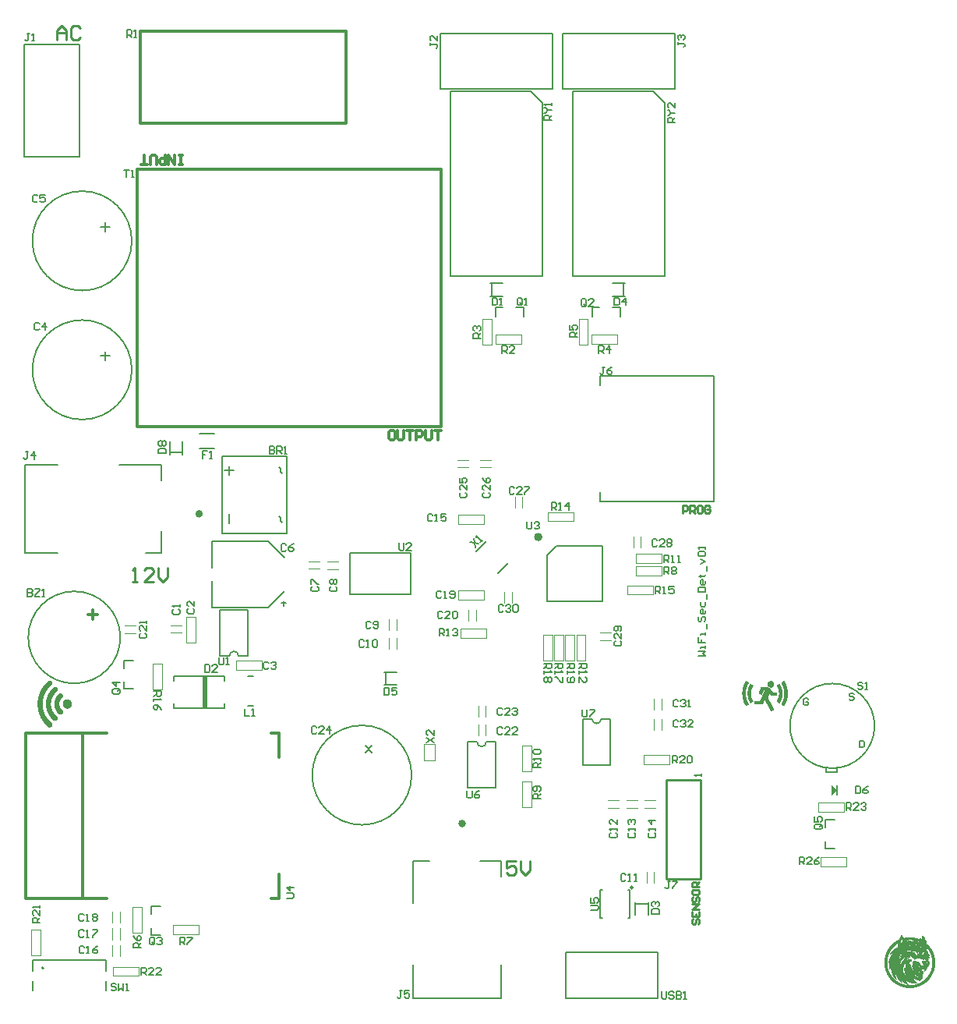
<source format=gto>
%TF.GenerationSoftware,Altium Limited,Altium Designer,25.2.1 (25)*%
G04 Layer_Color=65535*
%FSLAX25Y25*%
%MOIN*%
%TF.SameCoordinates,F6C81A79-D505-4479-B840-BDF532C21910*%
%TF.FilePolarity,Positive*%
%TF.FileFunction,Legend,Top*%
%TF.Part,Single*%
G01*
G75*
%TA.AperFunction,NonConductor*%
%ADD109C,0.00787*%
%ADD110C,0.01772*%
%ADD111C,0.01968*%
%ADD112C,0.00984*%
%ADD113C,0.00827*%
%ADD114C,0.00035*%
%ADD115C,0.00019*%
%ADD116C,0.00063*%
%ADD117C,0.00394*%
%ADD118C,0.01181*%
%ADD119C,0.00591*%
%ADD120C,0.01000*%
%ADD121R,0.01968X0.14173*%
G36*
X348622Y95276D02*
X346260Y97638D01*
Y92913D01*
X348622Y95276D01*
D02*
G37*
D109*
X364567Y122622D02*
G03*
X364567Y122622I-18110J0D01*
G01*
X243701Y125591D02*
G03*
X247638Y125591I1969J0D01*
G01*
X166535Y101575D02*
G03*
X166535Y101575I-21260J0D01*
G01*
X194488Y115748D02*
G03*
X198425Y115748I1969J0D01*
G01*
X92520Y152500D02*
G03*
X88583Y152500I-1969J0D01*
G01*
X41929Y160433D02*
G03*
X41929Y160433I-19685J0D01*
G01*
X46850Y274803D02*
G03*
X46850Y274803I-21260J0D01*
G01*
Y329921D02*
G03*
X46850Y329921I-21260J0D01*
G01*
X343898Y102740D02*
Y104709D01*
Y102740D02*
X348622D01*
Y104512D01*
X52953Y196457D02*
X59646D01*
X984D02*
X15157D01*
X59646D02*
Y205709D01*
Y227362D02*
Y234252D01*
X41535D02*
X59646D01*
X984D02*
X15157D01*
X984Y196457D02*
Y234252D01*
X247638Y125591D02*
X251575D01*
Y105905D02*
Y125591D01*
X239764Y105905D02*
X251575D01*
X239764D02*
Y125591D01*
X243701D01*
X247244Y268110D02*
Y272047D01*
X295669D01*
Y218504D02*
Y272047D01*
X247244Y218504D02*
X295669D01*
X247244D02*
Y222441D01*
X257087Y306299D02*
Y311811D01*
X252362D02*
X257874D01*
X252362Y306299D02*
X257874D01*
X140157Y196457D02*
X166142D01*
Y178740D02*
Y196457D01*
X140157Y178740D02*
X166142D01*
X140157D02*
Y196457D01*
X155512Y140157D02*
Y145669D01*
X154724Y140157D02*
X160236D01*
X154724Y145669D02*
X160236D01*
X348622Y93307D02*
Y97244D01*
X343504Y79134D02*
Y82480D01*
Y70276D02*
Y73327D01*
Y70276D02*
X347441D01*
X343504Y82480D02*
X347441D01*
X146668Y114102D02*
X149451Y111318D01*
X146668D02*
X149451Y114102D01*
X190551Y115748D02*
X194488D01*
X190551Y96063D02*
Y115748D01*
Y96063D02*
X202362D01*
Y115748D01*
X198425D02*
X202362D01*
X204921Y58169D02*
Y64862D01*
Y6201D02*
Y20374D01*
X195669Y64862D02*
X204921D01*
X167126D02*
X174016D01*
X167126Y46752D02*
Y64862D01*
Y6201D02*
Y20374D01*
Y6201D02*
X204921D01*
X194024Y197191D02*
X198478Y201645D01*
X203489Y187725D02*
X207944Y192180D01*
X224606Y175787D02*
Y195473D01*
X228543Y199409D01*
X248228D01*
X224606Y175787D02*
X248228D01*
Y199409D01*
X259055Y52362D02*
X259842D01*
Y40551D02*
Y52362D01*
X259055Y40551D02*
X259842D01*
X247244Y52362D02*
X248031D01*
X247244Y40551D02*
Y52362D01*
Y40551D02*
X248031D01*
X262205Y46457D02*
X267717D01*
X262205Y41732D02*
Y47244D01*
X267717Y41732D02*
Y47244D01*
X232480Y6299D02*
Y25984D01*
X271850D01*
Y6299D02*
Y25984D01*
X232480Y6299D02*
X271850D01*
X252559Y301378D02*
X255906D01*
X243701D02*
X246752D01*
X243701Y297441D02*
Y301378D01*
X255906Y297441D02*
Y301378D01*
X274764Y315000D02*
Y386653D01*
X235394Y315000D02*
Y393740D01*
Y315000D02*
X274764D01*
X235394Y393740D02*
X267677D01*
X269843D01*
X274764Y386653D02*
Y388819D01*
X269843Y393740D02*
X274764Y388819D01*
X279134Y394882D02*
Y418504D01*
X231102D02*
X279134D01*
X231102Y394882D02*
Y418504D01*
Y394882D02*
X279134D01*
X222402Y315000D02*
Y386653D01*
X183031Y315000D02*
Y393740D01*
Y315000D02*
X222402D01*
X183031Y393740D02*
X215315D01*
X217480D01*
X222402Y386653D02*
Y388819D01*
X217480Y393740D02*
X222402Y388819D01*
X200787Y306299D02*
Y311811D01*
X200000Y306299D02*
X205512D01*
X200000Y311811D02*
X205512D01*
X211221Y301378D02*
X214567D01*
X202362D02*
X205413D01*
X202362Y297441D02*
Y301378D01*
X214567Y297441D02*
Y301378D01*
X226772Y394882D02*
Y418504D01*
X178740D02*
X226772D01*
X178740Y394882D02*
Y418504D01*
Y394882D02*
X226772D01*
X35827Y17913D02*
Y22638D01*
X4331D02*
X35827D01*
X4331Y17913D02*
Y22638D01*
Y9646D02*
Y13583D01*
X35827Y9646D02*
Y13583D01*
X55118Y42126D02*
Y45472D01*
Y33268D02*
Y36319D01*
Y33268D02*
X59055D01*
X55118Y45472D02*
X59055D01*
X88583Y229724D02*
Y233661D01*
X86614Y231693D02*
X90551D01*
X88583Y209252D02*
Y213189D01*
X85433Y204921D02*
X112992D01*
Y237992D01*
X85433D02*
X112992D01*
X85433Y204921D02*
Y237992D01*
X64764Y130118D02*
Y132087D01*
Y130118D02*
X86417D01*
Y132087D01*
X64764Y141929D02*
Y143898D01*
X86417D01*
Y141929D02*
Y143898D01*
X105118Y201575D02*
X112205Y194488D01*
X81102Y201575D02*
X105118D01*
X81102Y190157D02*
Y201575D01*
X105118Y173228D02*
X112205Y180315D01*
X81102Y173228D02*
X105118D01*
X81102D02*
Y184646D01*
X111811Y174016D02*
Y175984D01*
X110875Y175060D02*
X112844D01*
X96457Y143701D02*
X98819D01*
X96457Y131102D02*
X98819D01*
X84646Y152500D02*
X88583D01*
X84646D02*
Y172185D01*
X96457D01*
Y152500D02*
Y172185D01*
X92520Y152500D02*
X96457D01*
X62992Y238583D02*
Y244094D01*
X68504Y238583D02*
Y244094D01*
X62992Y239370D02*
X68504D01*
X75787Y241142D02*
X82087D01*
X75787Y247441D02*
X82087D01*
X43504Y147245D02*
Y150591D01*
Y138387D02*
Y141438D01*
Y138387D02*
X47441D01*
X43504Y150591D02*
X47441D01*
X35433Y278740D02*
Y282677D01*
X33465Y280709D02*
X37402D01*
X35433Y333858D02*
Y337795D01*
X33465Y335827D02*
X37402D01*
X24409Y365984D02*
Y414016D01*
X787Y365984D02*
X24409D01*
X787D02*
Y414016D01*
X24409D01*
X336220Y133940D02*
X335728Y134432D01*
X334744D01*
X334252Y133940D01*
Y131973D01*
X334744Y131481D01*
X335728D01*
X336220Y131973D01*
Y132956D01*
X335236D01*
X355708Y136106D02*
X355216Y136598D01*
X354232D01*
X353740Y136106D01*
Y135614D01*
X354232Y135122D01*
X355216D01*
X355708Y134630D01*
Y134138D01*
X355216Y133646D01*
X354232D01*
X353740Y134138D01*
X358071Y116322D02*
Y113370D01*
X359547D01*
X360039Y113862D01*
Y115830D01*
X359547Y116322D01*
X358071D01*
X111024Y230512D02*
X110368Y231168D01*
Y232480D01*
X109712Y233136D01*
X111024Y209646D02*
X110368Y210302D01*
Y211613D01*
X109712Y212269D01*
D110*
X76417Y213268D02*
G03*
X76417Y213268I-787J0D01*
G01*
X188898Y80847D02*
G03*
X188898Y80847I-787J0D01*
G01*
D111*
X221456Y203346D02*
G03*
X221456Y203346I-787J0D01*
G01*
D112*
X261024Y53543D02*
G03*
X261024Y53543I-394J0D01*
G01*
X275590Y99410D02*
X290158D01*
X275590Y57284D02*
Y99410D01*
Y57284D02*
X290158D01*
Y99410D01*
X286943Y40091D02*
X286418Y39566D01*
Y38517D01*
X286943Y37992D01*
X287468D01*
X287993Y38517D01*
Y39566D01*
X288517Y40091D01*
X289042D01*
X289567Y39566D01*
Y38517D01*
X289042Y37992D01*
X286418Y43240D02*
Y41141D01*
X289567D01*
Y43240D01*
X287993Y41141D02*
Y42190D01*
X289567Y44289D02*
X286418D01*
X289567Y46388D01*
X286418D01*
X286943Y49537D02*
X286418Y49012D01*
Y47963D01*
X286943Y47438D01*
X287468D01*
X287993Y47963D01*
Y49012D01*
X288517Y49537D01*
X289042D01*
X289567Y49012D01*
Y47963D01*
X289042Y47438D01*
X286418Y52161D02*
Y51111D01*
X286943Y50586D01*
X289042D01*
X289567Y51111D01*
Y52161D01*
X289042Y52685D01*
X286943D01*
X286418Y52161D01*
X289567Y53735D02*
X286418D01*
Y55309D01*
X286943Y55834D01*
X287993D01*
X288517Y55309D01*
Y53735D01*
Y54785D02*
X289567Y55834D01*
X282480Y213583D02*
Y216731D01*
X284055D01*
X284579Y216207D01*
Y215157D01*
X284055Y214632D01*
X282480D01*
X285629Y213583D02*
Y216731D01*
X287203D01*
X287728Y216207D01*
Y215157D01*
X287203Y214632D01*
X285629D01*
X286678D02*
X287728Y213583D01*
X290352Y216731D02*
X289302D01*
X288777Y216207D01*
Y214107D01*
X289302Y213583D01*
X290352D01*
X290877Y214107D01*
Y216207D01*
X290352Y216731D01*
X294025Y216207D02*
X293500Y216731D01*
X292451D01*
X291926Y216207D01*
Y214107D01*
X292451Y213583D01*
X293500D01*
X294025Y214107D01*
Y215157D01*
X292976D01*
D113*
X9055Y19094D02*
G03*
X9055Y19094I-394J0D01*
G01*
D114*
X377309Y31937D02*
X382078D01*
X377309Y31903D02*
X382183D01*
X377344Y31868D02*
X382322D01*
X377379Y31833D02*
X382461D01*
X377414Y31798D02*
X382566D01*
X377414Y31763D02*
X382670D01*
X377448Y31728D02*
X382775D01*
X377483Y31694D02*
X382879D01*
X376230Y31798D02*
X376822D01*
X376230Y31763D02*
X376857D01*
X376230Y31728D02*
X376857D01*
X377518Y31659D02*
X382983D01*
X375708Y32703D02*
X376300D01*
X375569Y32460D02*
X376404D01*
X375534Y32390D02*
X376439D01*
X375534Y32355D02*
X376474D01*
X375673Y32668D02*
X376300D01*
X375673Y32634D02*
X376300D01*
X375638Y32599D02*
X376334D01*
X375638Y32564D02*
X376334D01*
X375603Y32529D02*
X376369D01*
X375603Y32494D02*
X376369D01*
X375569Y32425D02*
X376404D01*
X375499Y32320D02*
X376474D01*
X375743Y32808D02*
X376230D01*
X379293Y32251D02*
X379676D01*
X378562Y32216D02*
X380373D01*
X378214Y32181D02*
X380721D01*
X377971Y32146D02*
X380964D01*
X377727Y32111D02*
X381208D01*
X377518Y32077D02*
X381417D01*
X377274Y32007D02*
X381765D01*
X377274Y31972D02*
X381904D01*
X375395D02*
X376021D01*
X375395Y32007D02*
X376021D01*
X377344Y32042D02*
X381591D01*
X375499Y32285D02*
X376508D01*
X375499Y32251D02*
X376508D01*
X375464Y32216D02*
X376543D01*
X375464Y32181D02*
X376543D01*
X375429Y32146D02*
X376578D01*
X375429Y32111D02*
X376613D01*
X376126Y32077D02*
X376613D01*
X376126Y32042D02*
X376648D01*
X376126Y32007D02*
X376682D01*
X376160Y31972D02*
X376682D01*
X376160Y31937D02*
X376717D01*
X376160Y31903D02*
X376752D01*
X375395Y32042D02*
X376056D01*
X375429Y32077D02*
X376056D01*
X375081Y30719D02*
X375534D01*
X375081Y30684D02*
X375499D01*
X375081Y30649D02*
X375499D01*
X376474Y30614D02*
X376508D01*
X375046D02*
X375499D01*
X375046Y30580D02*
X375499D01*
X376439Y30545D02*
X376543D01*
X375046D02*
X375464D01*
X375046Y30510D02*
X375464D01*
X375046Y30475D02*
X375464D01*
X376404Y30440D02*
X376613D01*
X375046D02*
X375464D01*
X375046Y30406D02*
X375464D01*
X375011Y30371D02*
X375429D01*
X375011Y30336D02*
X375429D01*
X375011Y30301D02*
X375429D01*
X375011Y30266D02*
X375429D01*
X375011Y30231D02*
X375395D01*
X375011Y30197D02*
X375395D01*
X379119Y30162D02*
X383123D01*
X377135D02*
X379015D01*
X379119Y30127D02*
X383158D01*
X377170D02*
X379085D01*
X376334Y30197D02*
X376822D01*
X376334Y30162D02*
X376822D01*
X375011D02*
X375395D01*
X380338Y28735D02*
X381487D01*
X379850Y28700D02*
X380059D01*
X380512Y28665D02*
X381591D01*
X379885D02*
X380199D01*
X380616Y28630D02*
X381661D01*
X379955D02*
X380442D01*
X380025Y28595D02*
X381730D01*
X380059Y28561D02*
X381765D01*
X375534Y28735D02*
X379259D01*
X375499Y28700D02*
X379293D01*
X375499Y28665D02*
X379328D01*
X375499Y28630D02*
X379328D01*
X375499Y28595D02*
X379363D01*
X375499Y28561D02*
X379398D01*
X375011Y30127D02*
X375395D01*
X375011Y30092D02*
X375395D01*
X374977Y30057D02*
X375360D01*
X374977Y30023D02*
X375360D01*
X374977Y29988D02*
X375360D01*
X374977Y29953D02*
X375360D01*
X375847Y29918D02*
X375882D01*
X374977D02*
X375360D01*
X375847Y29883D02*
X375882D01*
X374977D02*
X375360D01*
X375812Y29849D02*
X375882D01*
X375812Y29814D02*
X375882D01*
X374977Y29849D02*
X375360D01*
X375812Y29779D02*
X375847D01*
X375812Y29744D02*
X375847D01*
X374977D02*
X375325D01*
X375777Y29709D02*
X375847D01*
X375777Y29675D02*
X375847D01*
X375777Y29640D02*
X375847D01*
X375743Y29605D02*
X375847D01*
X374977Y29814D02*
X375325D01*
X374977Y29779D02*
X375325D01*
X374977Y29709D02*
X375325D01*
X374977Y29675D02*
X375325D01*
X374977Y29640D02*
X375325D01*
X374977Y29605D02*
X375325D01*
X375673Y29361D02*
X375847D01*
X375673Y29326D02*
X375847D01*
X375673Y29292D02*
X375847D01*
X374942Y29466D02*
X375290D01*
X374942Y29431D02*
X375290D01*
X374942Y29396D02*
X375290D01*
X374942Y29361D02*
X375290D01*
X374942Y29326D02*
X375290D01*
X374942Y29292D02*
X375290D01*
X374942Y29257D02*
X375290D01*
X375638D02*
X375847D01*
X375638Y29222D02*
X375847D01*
X374942D02*
X375290D01*
X375743Y29570D02*
X375847D01*
X375743Y29535D02*
X375847D01*
X375708Y29500D02*
X375847D01*
X375708Y29466D02*
X375847D01*
X375708Y29431D02*
X375847D01*
X375708Y29396D02*
X375847D01*
X374942Y29535D02*
X375325D01*
X374942Y29500D02*
X375290D01*
X374942Y29570D02*
X375325D01*
X375638Y29187D02*
X375882D01*
X374942D02*
X375290D01*
X375638Y29152D02*
X375882D01*
X374942D02*
X375290D01*
X375603Y29118D02*
X375882D01*
X374942D02*
X375290D01*
X375603Y29083D02*
X375882D01*
X374942D02*
X375290D01*
X375603Y29048D02*
X375882D01*
X374942D02*
X375290D01*
X375534Y28839D02*
X375952D01*
X375534Y28804D02*
X375986D01*
X374942Y28839D02*
X375290D01*
X375603Y29013D02*
X375917D01*
X375569Y28978D02*
X375917D01*
X374942D02*
X375290D01*
X375569Y28943D02*
X375917D01*
X374942D02*
X375290D01*
X375569Y28909D02*
X375952D01*
X374942D02*
X375290D01*
X375569Y28874D02*
X375952D01*
X374942D02*
X375290D01*
X374942Y28804D02*
X375290D01*
X375534Y28769D02*
X375986D01*
X374942Y29013D02*
X375290D01*
X374942Y28769D02*
X375290D01*
X374942Y28735D02*
X375290D01*
X374942Y28700D02*
X375325D01*
X374942Y28665D02*
X375325D01*
X374942Y28630D02*
X375325D01*
X374524Y28595D02*
X375325D01*
X374524Y28561D02*
X375325D01*
X374524Y28317D02*
X375360D01*
X374524Y28282D02*
X375360D01*
X374524Y28247D02*
X375360D01*
X385664Y31694D02*
X385838D01*
X385699Y31659D02*
X385873D01*
X384654Y31728D02*
X385595D01*
X384654Y31694D02*
X385629D01*
X384620Y31659D02*
X385629D01*
X384098Y31903D02*
X384132D01*
X384063Y31868D02*
X384132D01*
X384028Y31833D02*
X384132D01*
X384028Y31798D02*
X384132D01*
X383958Y31728D02*
X384132D01*
X383958Y31694D02*
X384098D01*
X383993Y31763D02*
X384132D01*
X383924Y31659D02*
X384098D01*
X384863Y32320D02*
X385525D01*
X384968Y32703D02*
X385281D01*
X384968Y32668D02*
X385316D01*
X384968Y32634D02*
X385316D01*
X384933Y32599D02*
X385351D01*
X384933Y32564D02*
X385386D01*
X384933Y32529D02*
X385386D01*
X384933Y32494D02*
X385420D01*
X384898Y32460D02*
X385455D01*
X384898Y32425D02*
X385455D01*
X384898Y32390D02*
X385490D01*
X384863Y32355D02*
X385490D01*
X384863Y32285D02*
X385525D01*
X384863Y32251D02*
X385560D01*
X384829Y32216D02*
X385595D01*
X384829Y32181D02*
X385595D01*
X384829Y32146D02*
X385629D01*
X384794Y32111D02*
X385629D01*
X385003Y32773D02*
X385246D01*
X384968Y32738D02*
X385281D01*
X384689Y31798D02*
X385595D01*
X384654Y31763D02*
X385595D01*
X384794Y32077D02*
X385664D01*
X384794Y32042D02*
X385664D01*
X384759Y32007D02*
X385699D01*
X384759Y31972D02*
X385699D01*
X384724Y31937D02*
X385734D01*
X384724Y31903D02*
X385734D01*
X384724Y31868D02*
X385769D01*
X384689Y31833D02*
X385769D01*
X385629Y31798D02*
X385803D01*
X385629Y31763D02*
X385803D01*
X385664Y31728D02*
X385838D01*
X384098Y31937D02*
X384167D01*
X384132Y31972D02*
X384167D01*
X376021Y33191D02*
X376126D01*
X376021Y33156D02*
X376126D01*
X375952Y33086D02*
X376160D01*
X375917Y33051D02*
X376160D01*
X375882Y33016D02*
X376160D01*
X375882Y32982D02*
X376160D01*
X375847Y32947D02*
X376195D01*
X375812Y32912D02*
X376195D01*
X375812Y32877D02*
X376195D01*
X375777Y32842D02*
X376230D01*
X375743Y32773D02*
X376265D01*
X375708Y32738D02*
X376265D01*
X375986Y33121D02*
X376126D01*
X376265Y31694D02*
X376891D01*
X376265Y31659D02*
X376926D01*
X376195Y31868D02*
X376787D01*
X376195Y31833D02*
X376787D01*
X375360Y31937D02*
X375986D01*
X375360Y31903D02*
X375986D01*
X375360Y31868D02*
X375952D01*
X375325Y31833D02*
X375952D01*
X375325Y31798D02*
X375917D01*
X375325Y31763D02*
X375917D01*
X375290Y31728D02*
X375882D01*
X375290Y31694D02*
X375882D01*
X375290Y31659D02*
X375847D01*
X385037Y32912D02*
X385142D01*
X385003Y32877D02*
X385177D01*
X385003Y32842D02*
X385211D01*
X385003Y32808D02*
X385211D01*
X385037Y32947D02*
X385142D01*
X376334Y30127D02*
X376857D01*
X376300Y30092D02*
X376891D01*
X376300Y30057D02*
X376926D01*
X376300Y30023D02*
X376961D01*
X376300Y29988D02*
X376996D01*
X376265Y29953D02*
X376996D01*
X376265Y29918D02*
X377031D01*
X376265Y29849D02*
X377100D01*
X376230Y29814D02*
X377135D01*
X376230Y29779D02*
X377170D01*
X376265Y29883D02*
X377065D01*
X385037Y33016D02*
X385072D01*
X385037Y32982D02*
X385107D01*
X376056Y33225D02*
X376126D01*
X377622Y29500D02*
X381347D01*
X377657Y29466D02*
X381417D01*
X377692Y29431D02*
X381452D01*
X377727Y29396D02*
X381521D01*
X378980Y29361D02*
X381556D01*
X379050Y29326D02*
X381626D01*
X379119Y29292D02*
X381661D01*
X379189Y29257D02*
X381696D01*
X379259Y29222D02*
X381730D01*
X380790Y29187D02*
X381800D01*
X380895Y29152D02*
X381835D01*
X380999Y29118D02*
X381870D01*
X380164Y28804D02*
X381382D01*
X380233Y28769D02*
X381417D01*
X379781Y28735D02*
X379955D01*
X380442Y28700D02*
X381556D01*
X377588Y29570D02*
X381243D01*
X377622Y29535D02*
X381313D01*
X377762Y29361D02*
X378910D01*
X376195Y29640D02*
X377344D01*
X376195Y29605D02*
X377379D01*
X376195Y29570D02*
X377414D01*
X376160Y29535D02*
X377448D01*
X376160Y29500D02*
X377518D01*
X376160Y29466D02*
X377553D01*
X376126Y29396D02*
X377622D01*
X376126Y29361D02*
X377692D01*
X376160Y29431D02*
X377588D01*
X376126Y29326D02*
X378910D01*
X379328Y29187D02*
X380686D01*
X379398Y29152D02*
X380755D01*
X379468Y29118D02*
X380825D01*
X379537Y29083D02*
X380860D01*
X379607Y29048D02*
X380930D01*
X379676Y29013D02*
X380999D01*
X376056Y28978D02*
X379085D01*
X376056Y29013D02*
X379050D01*
X379816Y28943D02*
X381138D01*
X379920Y28909D02*
X381208D01*
X376056Y28943D02*
X379085D01*
X379746Y28978D02*
X381069D01*
X376056Y28909D02*
X379119D01*
X377448Y29744D02*
X380964D01*
X377483Y29709D02*
X380999D01*
X377483Y29675D02*
X381069D01*
X377518Y29640D02*
X381138D01*
X377553Y29605D02*
X381208D01*
X376230Y29709D02*
X377239D01*
X376195Y29675D02*
X377309D01*
X376230Y29744D02*
X377205D01*
X376056Y29048D02*
X379050D01*
X376126Y29257D02*
X378945D01*
X376091Y29222D02*
X378945D01*
X376091Y29187D02*
X378980D01*
X376091Y29118D02*
X379015D01*
X376091Y29083D02*
X379015D01*
X376091Y29152D02*
X378980D01*
X376126Y29292D02*
X378945D01*
X379990Y28874D02*
X381243D01*
X376056D02*
X379154D01*
X380059Y28839D02*
X381313D01*
X379711Y28804D02*
X379781D01*
X376021D02*
X379189D01*
X379746Y28769D02*
X379850D01*
X376021Y28839D02*
X379154D01*
X376021Y28769D02*
X379224D01*
X374524Y28387D02*
X375360D01*
X374524Y28352D02*
X375360D01*
X374559Y28212D02*
X375360D01*
X371287Y28456D02*
X372470D01*
X371252Y28421D02*
X372435D01*
X371252Y28387D02*
X372401D01*
X371217Y28352D02*
X372366D01*
X371182Y28317D02*
X372331D01*
X371147Y28282D02*
X372296D01*
X371112Y28247D02*
X372261D01*
X371112Y28212D02*
X372227D01*
X371078Y28178D02*
X372192D01*
X371043Y28143D02*
X372192D01*
X375464Y28456D02*
X379502D01*
X375464Y28421D02*
X379537D01*
X375464Y28387D02*
X379607D01*
X375429Y28352D02*
X379642D01*
X375429Y28317D02*
X379676D01*
X375429Y28282D02*
X379711D01*
X374559Y28178D02*
X379885D01*
X374559Y28143D02*
X379955D01*
X374559Y28108D02*
X379990D01*
X374559Y28038D02*
X380164D01*
X374524Y28003D02*
X380233D01*
X374559Y28073D02*
X380059D01*
X374454Y27969D02*
X380338D01*
X374385Y27934D02*
X380442D01*
X374315Y27899D02*
X380581D01*
X374246Y27864D02*
X380686D01*
X374141Y27830D02*
X380825D01*
X374106Y27795D02*
X380895D01*
X374037Y27760D02*
X380999D01*
X373932Y27725D02*
X381069D01*
X373863Y27690D02*
X381138D01*
X373828Y27655D02*
X381243D01*
X374594Y27586D02*
X381382D01*
X374489Y27551D02*
X381452D01*
X374663Y27621D02*
X381313D01*
X374420Y27516D02*
X381521D01*
X387370Y27412D02*
X388414D01*
X387370Y27377D02*
X388449D01*
X387405Y27342D02*
X388449D01*
X387439Y27307D02*
X388484D01*
X387265Y27516D02*
X388345D01*
X387300Y27481D02*
X388379D01*
X387335Y27446D02*
X388379D01*
X384794Y27551D02*
X386674D01*
X384794Y27516D02*
X386639D01*
X384829Y27481D02*
X386639D01*
X384829Y27446D02*
X386639D01*
X384829Y27412D02*
X386604D01*
X384829Y27342D02*
X386604D01*
X384829Y27307D02*
X386604D01*
X384829Y27377D02*
X386604D01*
X384794Y27586D02*
X386674D01*
X384863Y27098D02*
X385142D01*
X384863Y27064D02*
X385142D01*
X384863Y27029D02*
X385142D01*
X384863Y26994D02*
X385142D01*
X384863Y26959D02*
X385142D01*
X384341Y27098D02*
X384689D01*
X384341Y27064D02*
X384689D01*
X384341Y27029D02*
X384724D01*
X384341Y26994D02*
X384724D01*
X384341Y26959D02*
X384724D01*
X382218Y27098D02*
X383993D01*
X380790Y27064D02*
X383993D01*
X380895Y27029D02*
X384028D01*
X380999Y26994D02*
X384028D01*
X381069Y26959D02*
X384063D01*
X383297Y27412D02*
X383854D01*
X383297Y27377D02*
X383854D01*
X383297Y27342D02*
X383889D01*
X383297Y27307D02*
X383889D01*
X383297Y27272D02*
X383924D01*
X383332Y27238D02*
X383924D01*
X383332Y27203D02*
X383958D01*
X383332Y27168D02*
X383958D01*
X383332Y27133D02*
X383993D01*
X382148Y27238D02*
X383227D01*
X382148Y27203D02*
X383262D01*
X382183Y27168D02*
X383262D01*
X382218Y27133D02*
X383297D01*
X382044Y27377D02*
X383158D01*
X382078Y27342D02*
X383158D01*
X382078Y27307D02*
X383192D01*
X382113Y27272D02*
X383227D01*
X387161Y27655D02*
X388240D01*
X387196Y27621D02*
X388275D01*
X387231Y27586D02*
X388310D01*
X387265Y27551D02*
X388310D01*
X384759Y27621D02*
X386674D01*
X379502Y27342D02*
X381835D01*
X379781Y27307D02*
X381870D01*
X379990Y27272D02*
X381939D01*
X380686Y27098D02*
X382183D01*
X380164Y27238D02*
X381974D01*
X380303Y27203D02*
X382044D01*
X380442Y27168D02*
X382078D01*
X380581Y27133D02*
X382148D01*
X380129Y28526D02*
X381800D01*
X380233Y28491D02*
X381870D01*
X380303Y28456D02*
X381939D01*
X380373Y28421D02*
X381974D01*
X380477Y28387D02*
X382044D01*
X380547Y28352D02*
X382078D01*
X380651Y28317D02*
X382113D01*
X375429Y28247D02*
X379781D01*
X375429Y28212D02*
X379816D01*
X375464Y28491D02*
X379468D01*
X375464Y28526D02*
X379433D01*
X374281Y27446D02*
X381626D01*
X374176Y27412D02*
X381696D01*
X374106Y27377D02*
X381765D01*
X374350Y27481D02*
X381591D01*
X387544Y27133D02*
X388588D01*
X387579Y27098D02*
X388623D01*
X387614Y27064D02*
X388623D01*
X387614Y27029D02*
X388658D01*
X387648Y26994D02*
X388693D01*
X387683Y26959D02*
X388693D01*
X387683Y26924D02*
X388728D01*
X387718Y26890D02*
X388728D01*
X387753Y26855D02*
X388762D01*
X387753Y26820D02*
X388762D01*
X373271Y26890D02*
X380477D01*
X373236Y26855D02*
X380547D01*
X373166Y26820D02*
X380616D01*
X373341Y26924D02*
X380407D01*
X373724Y27168D02*
X379816D01*
X373689Y27133D02*
X379920D01*
X373619Y27098D02*
X380025D01*
X373793Y27203D02*
X379711D01*
X373515Y27029D02*
X380199D01*
X373445Y26994D02*
X380268D01*
X373375Y26959D02*
X380338D01*
X373549Y27064D02*
X380094D01*
X374524Y28526D02*
X375325D01*
X374524Y28491D02*
X375325D01*
X374524Y28456D02*
X375325D01*
X374524Y28421D02*
X375325D01*
X371321Y28491D02*
X372505D01*
X371356Y28526D02*
X372540D01*
X388066Y26298D02*
X389041D01*
X388101Y26263D02*
X389076D01*
X388101Y26228D02*
X389076D01*
X388136Y26193D02*
X389110D01*
X388136Y26158D02*
X389110D01*
X388171Y26124D02*
X389145D01*
X387788Y26785D02*
X388797D01*
X387822Y26750D02*
X388832D01*
X388171Y26089D02*
X389145D01*
X387822Y26715D02*
X388832D01*
X387857Y26681D02*
X388867D01*
X387857Y26646D02*
X388867D01*
X387892Y26611D02*
X388902D01*
X387927Y26576D02*
X388902D01*
X387927Y26541D02*
X388936D01*
X387962Y26507D02*
X388936D01*
X387962Y26472D02*
X388971D01*
X387997Y26437D02*
X388971D01*
X388031Y26402D02*
X389006D01*
X388031Y26367D02*
X389006D01*
X388066Y26333D02*
X389041D01*
X388484Y25462D02*
X389424D01*
X388484Y25497D02*
X389424D01*
X388449Y25532D02*
X389389D01*
X388449Y25567D02*
X389389D01*
X388484Y25427D02*
X389424D01*
X386360Y26263D02*
X386952D01*
X386326Y26228D02*
X386987D01*
X386291Y26193D02*
X387022D01*
X386256Y26158D02*
X387057D01*
X386221Y26124D02*
X387057D01*
X386186Y26089D02*
X387091D01*
X386012Y25845D02*
X386952D01*
X385873Y25602D02*
X386848D01*
X385838Y25567D02*
X386882D01*
X385838Y25532D02*
X386952D01*
X385803Y25497D02*
X386987D01*
X385769Y25462D02*
X387022D01*
X385769Y25427D02*
X387091D01*
X388205Y26054D02*
X389180D01*
X388240Y26019D02*
X389180D01*
X388240Y25984D02*
X389215D01*
X388275Y25950D02*
X389215D01*
X388275Y25915D02*
X389250D01*
X388310Y25880D02*
X389250D01*
X388310Y25845D02*
X389250D01*
X388310Y25810D02*
X389285D01*
X388345Y25776D02*
X389285D01*
X388345Y25741D02*
X389319D01*
X388379Y25706D02*
X389319D01*
X388379Y25671D02*
X389354D01*
X388414Y25602D02*
X389389D01*
X386186Y26054D02*
X387126D01*
X386152Y26019D02*
X387126D01*
X388414Y25636D02*
X389354D01*
X386082Y25950D02*
X387161D01*
X386082Y25915D02*
X387196D01*
X386047Y25880D02*
X387196D01*
X386117Y25984D02*
X387161D01*
X385873Y26367D02*
X386882D01*
X386395Y26333D02*
X386917D01*
X386395Y26298D02*
X386952D01*
X385873Y26402D02*
X386848D01*
X385908Y26437D02*
X386813D01*
X385908Y26472D02*
X386778D01*
X385873Y25636D02*
X386813D01*
X385908Y25671D02*
X386743D01*
X374176Y26507D02*
X377553D01*
X374141Y26472D02*
X377483D01*
X374106Y26437D02*
X377414D01*
X374211Y26541D02*
X377622D01*
X368885Y23060D02*
X369755D01*
X368885Y23130D02*
X369755D01*
X368885Y22990D02*
X369755D01*
X368885Y23095D02*
X369755D01*
X368850Y22956D02*
X369755D01*
X368850Y22921D02*
X369755D01*
X368850Y22712D02*
X369720D01*
X368850Y22747D02*
X369720D01*
X368850Y22782D02*
X369720D01*
X368850Y22817D02*
X369720D01*
X368850Y22851D02*
X369720D01*
X368850Y22886D02*
X369720D01*
X368850Y22677D02*
X369720D01*
X368815Y22642D02*
X369685D01*
X368815Y22608D02*
X369685D01*
X368815Y22573D02*
X369685D01*
X368815Y22503D02*
X369685D01*
X368815Y22468D02*
X369685D01*
X368815Y22433D02*
X369685D01*
X368815Y22399D02*
X369685D01*
X368815Y22364D02*
X369685D01*
X368815Y22538D02*
X369685D01*
X368815Y22329D02*
X369685D01*
X368780Y21702D02*
X369650D01*
X368780Y21668D02*
X369650D01*
X368780Y21598D02*
X369650D01*
X368780Y21633D02*
X369650D01*
X368780Y21563D02*
X369650D01*
X368780Y21737D02*
X369650D01*
X368780Y21494D02*
X369650D01*
X368780Y21528D02*
X369650D01*
X368780Y21459D02*
X369650D01*
X368780Y21424D02*
X369650D01*
X368780Y21389D02*
X369650D01*
X368780Y21285D02*
X369650D01*
X368780Y21250D02*
X369650D01*
X368780Y21215D02*
X369650D01*
X368780Y21180D02*
X369650D01*
X368780Y21146D02*
X369650D01*
X368780Y21111D02*
X369650D01*
X368780Y21076D02*
X369650D01*
X368780Y21041D02*
X369650D01*
X368780Y21006D02*
X369650D01*
X368780Y20971D02*
X369650D01*
X368780Y20937D02*
X369650D01*
X368780Y20902D02*
X369650D01*
X368780Y21354D02*
X369650D01*
X368780Y21320D02*
X369650D01*
X368919Y19892D02*
X369790D01*
X368919Y19788D02*
X369790D01*
X368919Y19857D02*
X369790D01*
X368885Y19962D02*
X369790D01*
X368885Y19927D02*
X369790D01*
X368885Y20066D02*
X369755D01*
X368885Y19997D02*
X369755D01*
X368885Y20101D02*
X369755D01*
X368885Y20031D02*
X369755D01*
X368850Y20171D02*
X369755D01*
X368850Y20240D02*
X369720D01*
X368850Y20206D02*
X369720D01*
X368850Y20275D02*
X369720D01*
X368850Y20345D02*
X369720D01*
X368850Y20380D02*
X369720D01*
X368850Y20449D02*
X369720D01*
X368850Y20414D02*
X369720D01*
X368815Y20867D02*
X369685D01*
X368815Y20832D02*
X369685D01*
X368815Y20484D02*
X369685D01*
X368850Y20310D02*
X369720D01*
X368815Y20588D02*
X369685D01*
X368815Y20554D02*
X369685D01*
X368815Y20658D02*
X369685D01*
X368815Y20693D02*
X369685D01*
X368815Y20623D02*
X369685D01*
X368815Y20519D02*
X369685D01*
X368815Y20797D02*
X369685D01*
X368815Y20763D02*
X369685D01*
X368815Y20728D02*
X369685D01*
X368919Y23199D02*
X369790D01*
X368919Y23234D02*
X369790D01*
X368919Y23339D02*
X369790D01*
X368919Y23269D02*
X369790D01*
X368885Y23165D02*
X369790D01*
X368885Y23025D02*
X369755D01*
X368919Y23304D02*
X369790D01*
X386047Y30197D02*
X386569D01*
X386047Y30162D02*
X386569D01*
X386047Y30127D02*
X386569D01*
X386047Y30092D02*
X386569D01*
X386047Y30057D02*
X386569D01*
X383262Y30197D02*
X385838D01*
X383262Y30162D02*
X385838D01*
X383262Y30127D02*
X385838D01*
X377205Y30092D02*
X385838D01*
X377205Y30057D02*
X385838D01*
X386047Y29570D02*
X386465D01*
X386047Y29535D02*
X386465D01*
X381347Y29675D02*
X385873D01*
X381452Y29640D02*
X385873D01*
X381591Y29605D02*
X385873D01*
X381696Y29570D02*
X385873D01*
X381800Y29535D02*
X385873D01*
X381904Y29500D02*
X385873D01*
X386047D02*
X386465D01*
X386047Y29431D02*
X386430D01*
X386012Y29396D02*
X386430D01*
X386047Y29466D02*
X386465D01*
X386012Y29361D02*
X386430D01*
X386534Y30754D02*
X386569D01*
X386534Y30719D02*
X386569D01*
X386500Y30684D02*
X386569D01*
X386500Y30649D02*
X386569D01*
X386465Y30614D02*
X386569D01*
X386465Y30580D02*
X386569D01*
X386430Y30545D02*
X386569D01*
X386395Y30510D02*
X386569D01*
X386360Y30475D02*
X386569D01*
X386291Y30406D02*
X386569D01*
X386012Y30371D02*
X386569D01*
X386012Y30336D02*
X386569D01*
X386012Y30301D02*
X386569D01*
X386047Y30266D02*
X386569D01*
X386047Y30231D02*
X386569D01*
X386326Y30440D02*
X386569D01*
X386047Y30023D02*
X386534D01*
X386047Y29988D02*
X386534D01*
X386047Y29953D02*
X386534D01*
X386047Y29918D02*
X386534D01*
X386047Y29883D02*
X386534D01*
X386047Y29849D02*
X386534D01*
X386047Y29814D02*
X386534D01*
X386047Y29779D02*
X386500D01*
X377239Y30023D02*
X385838D01*
X377274Y29988D02*
X385838D01*
X377309Y29953D02*
X385838D01*
X377309Y29918D02*
X385838D01*
X377344Y29883D02*
X385838D01*
X377379Y29849D02*
X385873D01*
X377379Y29814D02*
X385873D01*
X377414Y29779D02*
X385873D01*
X386047Y29709D02*
X386500D01*
X386047Y29675D02*
X386500D01*
X386047Y29640D02*
X386500D01*
X386047Y29744D02*
X386500D01*
X386047Y29605D02*
X386465D01*
X381208Y29709D02*
X385873D01*
X381069Y29744D02*
X385873D01*
X386012Y29326D02*
X386430D01*
X386012Y29292D02*
X386395D01*
X386012Y29257D02*
X386395D01*
X386012Y29222D02*
X386395D01*
X386012Y29187D02*
X386395D01*
X386012Y29152D02*
X386360D01*
X386012Y29118D02*
X386360D01*
X385977Y29048D02*
X386326D01*
X385977Y29013D02*
X386326D01*
X385977Y28978D02*
X386326D01*
X385977Y28943D02*
X386291D01*
X385977Y29083D02*
X386360D01*
X385977Y28909D02*
X386291D01*
X386987D02*
X387231D01*
X386987Y28874D02*
X387265D01*
X386987Y28839D02*
X387300D01*
X386987Y28804D02*
X387335D01*
X386987Y28769D02*
X387370D01*
X386987Y28735D02*
X387405D01*
X386987Y28700D02*
X387439D01*
X386987Y28665D02*
X387474D01*
X387022Y28630D02*
X387474D01*
X387022Y28561D02*
X387544D01*
X387022Y28526D02*
X387579D01*
X387022Y28595D02*
X387509D01*
X387022Y28491D02*
X387614D01*
X383610Y29187D02*
X385873D01*
X383645Y29152D02*
X385873D01*
X383680Y29118D02*
X385908D01*
X383715Y29083D02*
X385908D01*
X383749Y29048D02*
X385908D01*
X383819Y29013D02*
X385908D01*
X383854Y28978D02*
X385908D01*
X383889Y28943D02*
X385908D01*
X383924Y28909D02*
X385908D01*
X385943Y28874D02*
X386291D01*
X383958D02*
X385908D01*
X385943Y28839D02*
X386291D01*
X385943Y28804D02*
X386256D01*
X383993Y28839D02*
X385908D01*
X384028Y28804D02*
X385908D01*
X386569Y29118D02*
X386639D01*
X386534Y29083D02*
X386639D01*
X386534Y29048D02*
X386639D01*
X386500Y29013D02*
X386639D01*
X386500Y28978D02*
X386674D01*
X386465Y28943D02*
X386674D01*
X386465Y28909D02*
X386674D01*
X386430Y28874D02*
X386674D01*
X386395Y28839D02*
X386708D01*
X386360Y28769D02*
X386708D01*
X386360Y28735D02*
X386708D01*
X386326Y28700D02*
X386708D01*
X386395Y28804D02*
X386708D01*
X386952Y29118D02*
X387022D01*
X386987Y29083D02*
X387057D01*
X386987Y29013D02*
X387126D01*
X386987Y28978D02*
X387161D01*
X386987Y28943D02*
X387196D01*
X386987Y29048D02*
X387091D01*
X382461Y29257D02*
X383366D01*
X382531Y29222D02*
X383366D01*
X382601Y29187D02*
X383401D01*
X382670Y29152D02*
X383436D01*
X381974Y29466D02*
X383158D01*
X382078Y29431D02*
X383192D01*
X382148Y29396D02*
X383227D01*
X382253Y29361D02*
X383262D01*
X382322Y29326D02*
X383297D01*
X382392Y29292D02*
X383332D01*
X381104Y29083D02*
X381904D01*
X381173Y29048D02*
X381939D01*
X381347Y28978D02*
X382044D01*
X381452Y28943D02*
X382078D01*
X381521Y28909D02*
X382113D01*
X381278Y29013D02*
X381974D01*
X383541Y29222D02*
X385873D01*
X383192Y29466D02*
X385873D01*
X383262Y29431D02*
X385873D01*
X383297Y29396D02*
X385873D01*
X383401Y29326D02*
X385873D01*
X383471Y29292D02*
X385873D01*
X383506Y29257D02*
X385873D01*
X383366Y29361D02*
X385873D01*
X385943Y28769D02*
X386256D01*
X384063D02*
X385908D01*
X384098Y28735D02*
X386221D01*
X384132Y28700D02*
X386221D01*
X386291Y28665D02*
X386708D01*
X386291Y28630D02*
X386708D01*
X386256Y28595D02*
X386743D01*
X384167Y28665D02*
X386221D01*
X384202Y28630D02*
X386186D01*
X386221Y28561D02*
X386743D01*
X384237D02*
X386186D01*
X384202Y28595D02*
X386186D01*
Y28526D02*
X386743D01*
X387022Y28456D02*
X387648D01*
X387022Y28421D02*
X387683D01*
X387022Y28387D02*
X387683D01*
X387022Y28352D02*
X387718D01*
X387022Y28317D02*
X387753D01*
X387022Y28282D02*
X387788D01*
X387022Y28247D02*
X387822D01*
X387022Y28212D02*
X387857D01*
X387022Y28178D02*
X387857D01*
X387022Y28108D02*
X387927D01*
X387022Y28073D02*
X387962D01*
X387022Y28143D02*
X387892D01*
X387022Y28038D02*
X387962D01*
X387022Y28003D02*
X387997D01*
X387022Y27969D02*
X388031D01*
X387022Y27934D02*
X388066D01*
X387022Y27899D02*
X388066D01*
X387022Y27864D02*
X388101D01*
X387057Y27830D02*
X388136D01*
X387057Y27795D02*
X388171D01*
X387091Y27760D02*
X388171D01*
X387126Y27725D02*
X388205D01*
X384724D02*
X386708D01*
X384759Y27690D02*
X386708D01*
X387161D02*
X388240D01*
X384759Y27655D02*
X386674D01*
X384585Y28073D02*
X386743D01*
X384620Y28038D02*
X386743D01*
X384620Y28003D02*
X386743D01*
X384654Y27969D02*
X386743D01*
X384654Y27934D02*
X386743D01*
X384654Y27899D02*
X386743D01*
X384689Y27864D02*
X386708D01*
X384689Y27830D02*
X386708D01*
X384724Y27795D02*
X386708D01*
X383158D02*
X383610D01*
X381626D02*
X382775D01*
X381591Y27830D02*
X382740D01*
X384724Y27760D02*
X386708D01*
X382740Y29118D02*
X383471D01*
X382809Y29083D02*
X383471D01*
X382879Y29048D02*
X383506D01*
X382914Y29013D02*
X383541D01*
X382983Y28978D02*
X383541D01*
X383018Y28943D02*
X383575D01*
X383088Y28909D02*
X383575D01*
X383123Y28874D02*
X383610D01*
X383158Y28839D02*
X383610D01*
X383262Y28769D02*
X383645D01*
X383297Y28735D02*
X383680D01*
X383227Y28804D02*
X383645D01*
X383332Y28700D02*
X383680D01*
X383366Y28665D02*
X383715D01*
X383436Y28630D02*
X383715D01*
X383471Y28595D02*
X383749D01*
X383506Y28561D02*
X383749D01*
X383541Y28526D02*
X383749D01*
X383575Y28491D02*
X383784D01*
X383575Y28456D02*
X383784D01*
X383610Y28421D02*
X383784D01*
X383645Y28387D02*
X383784D01*
X383680Y28352D02*
X383819D01*
X383715Y28317D02*
X383819D01*
X382914Y28352D02*
X383158D01*
X382949Y28317D02*
X383192D01*
X381591Y28874D02*
X382148D01*
X382566D02*
X382635D01*
X381661Y28839D02*
X382183D01*
X382601D02*
X382670D01*
X381730Y28804D02*
X382218D01*
X382635D02*
X382705D01*
X382670Y28769D02*
X382740D01*
X381800D02*
X382253D01*
X381870Y28735D02*
X382253D01*
X382705Y28700D02*
X382809D01*
X381939D02*
X382287D01*
X382670Y28735D02*
X382775D01*
X382740Y28665D02*
X382844D01*
X382809Y28561D02*
X382949D01*
X382809Y28526D02*
X382983D01*
X382844Y28491D02*
X383018D01*
X382009Y28665D02*
X382322D01*
X382740Y28630D02*
X382879D01*
X382078D02*
X382357D01*
X382775Y28595D02*
X382914D01*
X382113D02*
X382392D01*
X382183Y28561D02*
X382427D01*
X382253Y28526D02*
X382427D01*
X382357Y28456D02*
X382496D01*
X382844D02*
X383053D01*
X382879Y28421D02*
X383088D01*
X382427D02*
X382496D01*
X382287Y28491D02*
X382461D01*
X382914Y28387D02*
X383123D01*
X383715Y28282D02*
X383819D01*
X383749Y28247D02*
X383854D01*
X383784Y28212D02*
X383854D01*
X383784Y28178D02*
X383854D01*
X383819Y28143D02*
X383854D01*
X383819Y28108D02*
X383854D01*
X383053D02*
X383366D01*
X382949Y28282D02*
X383227D01*
X382983Y28247D02*
X383262D01*
X382983Y28212D02*
X383262D01*
X383018Y28178D02*
X383297D01*
X383018Y28143D02*
X383332D01*
X383053Y28073D02*
X383401D01*
X380721Y28282D02*
X382183D01*
X380825Y28247D02*
X382218D01*
X380895Y28212D02*
X382253D01*
X381069Y28143D02*
X382357D01*
X381138Y28108D02*
X382392D01*
X381208Y28073D02*
X382461D01*
X381278Y28038D02*
X382496D01*
X380964Y28178D02*
X382322D01*
X381347Y28003D02*
X382531D01*
X383088Y28038D02*
X383401D01*
X383088Y28003D02*
X383436D01*
X383088Y27969D02*
X383471D01*
X383123Y27934D02*
X383506D01*
X383192Y27760D02*
X383610D01*
X384306Y27725D02*
X384411D01*
X381417Y27934D02*
X382601D01*
X381382Y27969D02*
X382566D01*
X383123Y27899D02*
X383506D01*
X383158Y27864D02*
X383541D01*
X384306Y27830D02*
X384341D01*
X383158D02*
X383575D01*
X384306Y27795D02*
X384341D01*
X381521Y27864D02*
X382705D01*
X381487Y27899D02*
X382635D01*
X384306Y27760D02*
X384376D01*
X383192Y27725D02*
X383645D01*
X383192Y27690D02*
X383680D01*
X384306D02*
X384446D01*
X383227Y27655D02*
X383680D01*
X384306D02*
X384446D01*
X381696Y27725D02*
X382844D01*
X381765Y27690D02*
X382879D01*
X381800Y27655D02*
X382914D01*
X381661Y27760D02*
X382809D01*
X384272Y28526D02*
X386152D01*
X384306Y28491D02*
X386743D01*
X384341Y28456D02*
X386743D01*
X384341Y28421D02*
X386743D01*
X384376Y28387D02*
X386743D01*
X384411Y28352D02*
X386743D01*
X384446Y28317D02*
X386743D01*
X384446Y28282D02*
X386743D01*
X384481Y28247D02*
X386743D01*
X384515Y28178D02*
X386743D01*
X384550Y28143D02*
X386743D01*
X384515Y28212D02*
X386743D01*
X384550Y28108D02*
X386743D01*
X374002Y27307D02*
X379328D01*
X373932Y27272D02*
X379502D01*
X373863Y27238D02*
X379607D01*
X374072Y27342D02*
X379189D01*
X387474Y27272D02*
X388519D01*
X387474Y27238D02*
X388519D01*
X387509Y27203D02*
X388554D01*
X384863Y27272D02*
X386569D01*
X387544Y27168D02*
X388588D01*
X385769Y31450D02*
X385943D01*
X385769Y31415D02*
X385977D01*
X385803Y31380D02*
X385977D01*
X385803Y31345D02*
X386012D01*
X385803Y31311D02*
X386012D01*
X385838Y31241D02*
X386047D01*
X385838Y31206D02*
X386047D01*
X385873Y31171D02*
X386082D01*
X385873Y31137D02*
X386082D01*
X385873Y31102D02*
X386082D01*
X385873Y31067D02*
X386117D01*
X385838Y31276D02*
X386047D01*
X385908Y31032D02*
X386117D01*
X384550Y31485D02*
X385664D01*
X384515Y31450D02*
X385664D01*
X384515Y31415D02*
X385664D01*
X384481Y31380D02*
X385664D01*
X384446Y31311D02*
X385699D01*
X384446Y31276D02*
X385699D01*
X384481Y31345D02*
X385664D01*
X384411Y31241D02*
X385699D01*
X384376Y31206D02*
X385699D01*
X384341Y31137D02*
X385699D01*
X384306Y31102D02*
X385734D01*
X384376Y31171D02*
X385699D01*
X384306Y31067D02*
X385734D01*
X385908Y30997D02*
X386117D01*
X385908Y30963D02*
X386152D01*
X385908Y30928D02*
X386152D01*
X385943Y30893D02*
X386152D01*
X385943Y30858D02*
X386152D01*
X385943Y30823D02*
X386186D01*
X385943Y30788D02*
X386186D01*
X385977Y30754D02*
X386186D01*
X385977Y30719D02*
X386186D01*
X385977Y30684D02*
X386221D01*
X385977Y30649D02*
X386221D01*
X385977Y30614D02*
X386221D01*
X385977Y30580D02*
X386221D01*
X386012Y30545D02*
X386221D01*
X383401Y30580D02*
X385803D01*
X383366Y30545D02*
X385803D01*
X386012Y30510D02*
X386221D01*
X386012Y30475D02*
X386256D01*
X386012Y30440D02*
X386256D01*
X386012Y30406D02*
X386256D01*
X383366Y30510D02*
X385803D01*
X383332Y30475D02*
X385803D01*
X383332Y30440D02*
X385803D01*
X383332Y30406D02*
X385803D01*
X383332Y30371D02*
X385803D01*
X383297Y30301D02*
X385803D01*
X383297Y30266D02*
X385838D01*
X383297Y30336D02*
X385803D01*
X383262Y30231D02*
X385838D01*
X383715Y31311D02*
X384063D01*
X383715Y31276D02*
X384063D01*
X383680Y31241D02*
X384063D01*
X383680Y31206D02*
X384063D01*
X383645Y31171D02*
X384063D01*
X383645Y31137D02*
X384063D01*
X383610Y31102D02*
X384063D01*
X383610Y31067D02*
X384063D01*
X384272Y31032D02*
X385734D01*
X384237Y30997D02*
X385734D01*
X384202Y30963D02*
X385734D01*
X384202Y30928D02*
X385734D01*
X384167Y30893D02*
X385734D01*
X384132Y30858D02*
X385769D01*
X384098Y30823D02*
X385769D01*
X384063Y30788D02*
X385769D01*
X383471Y30754D02*
X385769D01*
X383436Y30719D02*
X385769D01*
X383436Y30684D02*
X385769D01*
X383401Y30649D02*
X385769D01*
X383401Y30614D02*
X385769D01*
X383575Y31032D02*
X384063D01*
X383575Y30997D02*
X384063D01*
X383541Y30963D02*
X384063D01*
X383541Y30928D02*
X384063D01*
X383506Y30893D02*
X384028D01*
X383506Y30858D02*
X384028D01*
X383471Y30823D02*
X384028D01*
X383471Y30788D02*
X384028D01*
X384585Y31589D02*
X385629D01*
X384585Y31554D02*
X385629D01*
X384550Y31520D02*
X385664D01*
X384620Y31624D02*
X385629D01*
X385699D02*
X385873D01*
X385734Y31554D02*
X385908D01*
X385734Y31520D02*
X385943D01*
X385769Y31485D02*
X385943D01*
X385734Y31589D02*
X385908D01*
X383889D02*
X384098D01*
X383854Y31554D02*
X384098D01*
X383854Y31520D02*
X384098D01*
X383819Y31485D02*
X384098D01*
X383784Y31450D02*
X384098D01*
X383784Y31415D02*
X384098D01*
X383749Y31380D02*
X384063D01*
X383749Y31345D02*
X384063D01*
X383889Y31624D02*
X384098D01*
X385977Y26611D02*
X386639D01*
X385977Y25776D02*
X386604D01*
X385943Y25741D02*
X386639D01*
X385977Y26646D02*
X386569D01*
X385873Y26333D02*
X386291D01*
X386012Y26681D02*
X386534D01*
X384829Y26715D02*
X385072D01*
X384306D02*
X384759D01*
X384829Y26681D02*
X385072D01*
X384794Y26646D02*
X385072D01*
X384794Y26611D02*
X385072D01*
X384306Y26576D02*
X385072D01*
X384272Y26541D02*
X385072D01*
X384272Y26507D02*
X385037D01*
X384272Y26472D02*
X385037D01*
X384272Y26437D02*
X385037D01*
X384272Y26402D02*
X385037D01*
X385316Y26228D02*
X385420D01*
X385316Y26193D02*
X385386D01*
X385281Y26785D02*
X386326D01*
X385281Y26750D02*
X386395D01*
X385281Y26715D02*
X386465D01*
X385281Y26681D02*
X385943D01*
X385316Y26646D02*
X385873D01*
X385316Y26611D02*
X385838D01*
X385316Y26576D02*
X385769D01*
X385316Y26541D02*
X385734D01*
X385316Y26507D02*
X385699D01*
X385316Y26472D02*
X385664D01*
X385316Y26437D02*
X385629D01*
X385316Y26402D02*
X385595D01*
X385316Y26367D02*
X385560D01*
X385316Y26333D02*
X385525D01*
X385316Y26298D02*
X385490D01*
X385838D02*
X386186D01*
X385838Y26263D02*
X386117D01*
X385316D02*
X385455D01*
X385838Y26228D02*
X386047D01*
X385838Y26193D02*
X385977D01*
X385803Y26158D02*
X385943D01*
X385803Y26124D02*
X385908D01*
X385803Y26089D02*
X385873D01*
X385803Y26054D02*
X385838D01*
X384306Y26681D02*
X384759D01*
X384306Y26646D02*
X384759D01*
X384306Y26611D02*
X384759D01*
X382496Y26681D02*
X384167D01*
X382601Y26646D02*
X384167D01*
X382635Y26611D02*
X384167D01*
X382705Y26576D02*
X384202D01*
X382775Y26541D02*
X384202D01*
X382844Y26507D02*
X384202D01*
X382879Y26472D02*
X384202D01*
X382914Y26437D02*
X384202D01*
X382983Y26402D02*
X384237D01*
X383018Y26367D02*
X385003D01*
X383053Y26333D02*
X385003D01*
X383088Y26298D02*
X385003D01*
X383123Y26263D02*
X385003D01*
X384829Y26785D02*
X385107D01*
X384306D02*
X384759D01*
X384829Y26750D02*
X385107D01*
X384306D02*
X384759D01*
X381521D02*
X384132D01*
X381452Y26785D02*
X384132D01*
X382427Y26715D02*
X384132D01*
X381870Y27586D02*
X382983D01*
X381870Y27551D02*
X383018D01*
X381835Y27621D02*
X382949D01*
X381904Y27516D02*
X383018D01*
X381939Y27481D02*
X383053D01*
X381974Y27446D02*
X383088D01*
X382009Y27412D02*
X383123D01*
X386012Y25810D02*
X386708D01*
X385943Y25706D02*
X386708D01*
X385908Y26507D02*
X386743D01*
X385943Y26541D02*
X386708D01*
X385943Y26576D02*
X386674D01*
X389215Y22712D02*
X390085D01*
X389215Y22677D02*
X390120D01*
X389250Y22642D02*
X390120D01*
X389250Y22608D02*
X390120D01*
X389250Y22573D02*
X390120D01*
X389250Y22538D02*
X390120D01*
X389250Y22503D02*
X390120D01*
X389250Y22468D02*
X390120D01*
X389250Y22433D02*
X390120D01*
X389250Y22399D02*
X390120D01*
X389250Y22364D02*
X390120D01*
X389250Y22329D02*
X390120D01*
X389250Y22294D02*
X390120D01*
X389250Y22260D02*
X390120D01*
X389285Y22225D02*
X390155D01*
X389285Y22190D02*
X390155D01*
X389285Y22155D02*
X390155D01*
X389285Y22120D02*
X390155D01*
X389285Y22085D02*
X390155D01*
X389285Y22051D02*
X390155D01*
X389285Y22016D02*
X390155D01*
X389285Y21981D02*
X390155D01*
X389285Y21946D02*
X390155D01*
X389285Y21911D02*
X390155D01*
X389285Y21877D02*
X390155D01*
X389285Y21842D02*
X390155D01*
X389180Y22921D02*
X390085D01*
X389215Y22886D02*
X390085D01*
X389215Y22851D02*
X390085D01*
X389215Y22817D02*
X390085D01*
X389215Y22782D02*
X390085D01*
X389215Y22747D02*
X390085D01*
X389180Y23130D02*
X390050D01*
X389180Y23095D02*
X390050D01*
X389145Y23165D02*
X390050D01*
X389180Y23060D02*
X390050D01*
X389180Y23025D02*
X390050D01*
X389180Y22990D02*
X390050D01*
X389180Y22956D02*
X390085D01*
X389285Y21807D02*
X390155D01*
X389285Y21772D02*
X390155D01*
X389285Y21737D02*
X390155D01*
X389285Y21702D02*
X390155D01*
X389285Y20971D02*
X390155D01*
X389285Y20937D02*
X390155D01*
X389250Y20867D02*
X390120D01*
X389285Y20902D02*
X390155D01*
X389250Y20797D02*
X390120D01*
X389250Y20763D02*
X390120D01*
X389250Y20832D02*
X390120D01*
X389250Y20728D02*
X390120D01*
X389250Y20693D02*
X390120D01*
X389250Y20623D02*
X390120D01*
X389250Y20554D02*
X390120D01*
X389250Y20658D02*
X390120D01*
X389250Y20588D02*
X390120D01*
X389250Y20519D02*
X390120D01*
X389250Y20484D02*
X390120D01*
X389285Y21111D02*
X390155D01*
X389285Y21076D02*
X390155D01*
X389285Y21041D02*
X390155D01*
X389285Y21006D02*
X390155D01*
X382635Y30858D02*
X383158D01*
X382740Y30823D02*
X383158D01*
X382844Y30788D02*
X383123D01*
X382949Y30754D02*
X383123D01*
X381347D02*
X381800D01*
X381417Y30719D02*
X381904D01*
X381487Y30684D02*
X382009D01*
X381521Y30649D02*
X382113D01*
X381626Y30580D02*
X382322D01*
X381661Y30545D02*
X382427D01*
X381696Y30510D02*
X382496D01*
X381556Y30614D02*
X382253D01*
X381730Y30475D02*
X382566D01*
X381765Y30440D02*
X382670D01*
X378945D02*
X381243D01*
X378980Y30406D02*
X381382D01*
X378980Y30371D02*
X381487D01*
X379015Y30336D02*
X381591D01*
X379015Y30301D02*
X381696D01*
X379050Y30266D02*
X381765D01*
X377065D02*
X378876D01*
X379050Y30231D02*
X381835D01*
X377100D02*
X378910D01*
X376369Y30266D02*
X376752D01*
X376369Y30231D02*
X376787D01*
X380686Y31311D02*
X383297D01*
X380930Y31276D02*
X383297D01*
X381138Y31241D02*
X383262D01*
X381347Y31206D02*
X383262D01*
X381521Y31171D02*
X383227D01*
X381661Y31137D02*
X383227D01*
X381800Y31102D02*
X383227D01*
X381939Y31067D02*
X383192D01*
X382078Y31032D02*
X383192D01*
X382218Y30997D02*
X383192D01*
X382427Y30928D02*
X383158D01*
X382531Y30893D02*
X383158D01*
X383018Y30719D02*
X383123D01*
X382322Y30963D02*
X383192D01*
X377762Y31345D02*
X378597D01*
X377797Y31311D02*
X378249D01*
X377831Y31276D02*
X378005D01*
X377448Y31345D02*
X377588D01*
X376404D02*
X377170D01*
X377448Y31311D02*
X377588D01*
X376439D02*
X377205D01*
X377448Y31276D02*
X377622D01*
X377448Y31241D02*
X377657D01*
X376474D02*
X377274D01*
X376474Y31276D02*
X377239D01*
X377483Y31206D02*
X377692D01*
X379746Y31380D02*
X383332D01*
X380338Y31345D02*
X383332D01*
X377518Y31624D02*
X383088D01*
X377553Y31589D02*
X383192D01*
X377588Y31554D02*
X383297D01*
X377622Y31520D02*
X383366D01*
X377657Y31485D02*
X383366D01*
X377692Y31450D02*
X383366D01*
X377727Y31415D02*
X383366D01*
X377727Y31380D02*
X379189D01*
X377448Y31415D02*
X377518D01*
X377448Y31380D02*
X377553D01*
X376404D02*
X377170D01*
X376369Y31415D02*
X377135D01*
X377518Y31067D02*
X377866D01*
X376508Y31206D02*
X377309D01*
X377483Y31171D02*
X377727D01*
X376508D02*
X377344D01*
X377483Y31137D02*
X377797D01*
X376543D02*
X377379D01*
X377483Y31102D02*
X377797D01*
X376543D02*
X377414D01*
X376578Y31067D02*
X377448D01*
X377518Y31032D02*
X377901D01*
X377553Y30997D02*
X377936D01*
X376613D02*
X377518D01*
X376578Y31032D02*
X377483D01*
X376613Y30963D02*
X377971D01*
X381313Y30788D02*
X381626D01*
X381208Y30858D02*
X381278D01*
X381243Y30823D02*
X381487D01*
X378806D02*
X379398D01*
X378806Y30788D02*
X379502D01*
X378841Y30754D02*
X379607D01*
X378841Y30719D02*
X379676D01*
X378841Y30684D02*
X379781D01*
X378876Y30649D02*
X379885D01*
X378876Y30614D02*
X380025D01*
X378910Y30545D02*
X380303D01*
X378910Y30510D02*
X380512D01*
X378876Y30580D02*
X380129D01*
X378945Y30475D02*
X380964D01*
X381800Y30406D02*
X382740D01*
X381835Y30371D02*
X382775D01*
X381870Y30336D02*
X382844D01*
X381904Y30301D02*
X382914D01*
X381939Y30266D02*
X382983D01*
X381974Y30231D02*
X383018D01*
X379085Y30197D02*
X381939D01*
X377135D02*
X378980D01*
X381974D02*
X383088D01*
X378806Y31067D02*
X378876D01*
X378806Y31032D02*
X378945D01*
X378806Y30997D02*
X379015D01*
X378806Y30928D02*
X379154D01*
X378806Y30893D02*
X379259D01*
X378806Y30858D02*
X379328D01*
X378806Y30963D02*
X379085D01*
X377031Y30336D02*
X378771D01*
X377065Y30301D02*
X378841D01*
X376926Y30475D02*
X378597D01*
X376961Y30440D02*
X378632D01*
X376961Y30406D02*
X378667D01*
X376996Y30371D02*
X378736D01*
X376891Y30510D02*
X378528D01*
X376648Y30928D02*
X378005D01*
X376682Y30893D02*
X378040D01*
X376682Y30858D02*
X378110D01*
X376717Y30823D02*
X378145D01*
X376717Y30788D02*
X378179D01*
X376752Y30754D02*
X378214D01*
X376787Y30719D02*
X378284D01*
X376787Y30684D02*
X378319D01*
X376822Y30649D02*
X378354D01*
X376857Y30580D02*
X378458D01*
X376474D02*
X376543D01*
X376857Y30614D02*
X378388D01*
X376891Y30545D02*
X378493D01*
X376439Y30475D02*
X376613D01*
X376404Y30406D02*
X376648D01*
X376404Y30371D02*
X376682D01*
X376369Y30336D02*
X376682D01*
X376369Y30301D02*
X376717D01*
X376439Y30510D02*
X376578D01*
X375290Y31624D02*
X375847D01*
X375255Y31589D02*
X375847D01*
X375255Y31554D02*
X375812D01*
X375255Y31520D02*
X375812D01*
X375220Y31485D02*
X375777D01*
X375220Y31450D02*
X375777D01*
X375220Y31415D02*
X375777D01*
X375220Y31380D02*
X375743D01*
X375220Y31345D02*
X375743D01*
X375186Y31311D02*
X375708D01*
X375186Y31276D02*
X375708D01*
X375186Y31241D02*
X375708D01*
X375186Y31206D02*
X375673D01*
X375151Y31137D02*
X375673D01*
X375151Y31102D02*
X375638D01*
X375151Y31067D02*
X375638D01*
X375116Y31032D02*
X375603D01*
X375116Y30997D02*
X375603D01*
X375116Y30963D02*
X375603D01*
X375116Y30928D02*
X375603D01*
X375116Y30893D02*
X375569D01*
X375116Y30858D02*
X375569D01*
X375081Y30823D02*
X375569D01*
X375081Y30788D02*
X375534D01*
X375081Y30754D02*
X375534D01*
X375151Y31171D02*
X375673D01*
X376300Y31624D02*
X376961D01*
X376300Y31589D02*
X376996D01*
X376334Y31554D02*
X376996D01*
X376369Y31485D02*
X377065D01*
X377414Y31450D02*
X377483D01*
X376369D02*
X377100D01*
X376334Y31520D02*
X377031D01*
X389215Y20449D02*
X390085D01*
X389215Y20414D02*
X390085D01*
X389215Y20380D02*
X390085D01*
X389215Y20345D02*
X390085D01*
X389180Y20171D02*
X390085D01*
X389180Y20136D02*
X390050D01*
X389180Y20101D02*
X390050D01*
X389180Y20066D02*
X390050D01*
X389180Y20031D02*
X390050D01*
X389145Y19962D02*
X390050D01*
X389145Y19927D02*
X390050D01*
X389180Y19997D02*
X390050D01*
X389215Y20310D02*
X390085D01*
X389215Y20275D02*
X390085D01*
X389215Y20240D02*
X390085D01*
X389215Y20206D02*
X390085D01*
X385281Y26820D02*
X386326D01*
X384863Y26924D02*
X385107D01*
X384341D02*
X384724D01*
X384863Y26890D02*
X385107D01*
X384341D02*
X384724D01*
X384863Y26855D02*
X385107D01*
X384341D02*
X384759D01*
X384829Y26820D02*
X385107D01*
X384341D02*
X384759D01*
X381138Y26924D02*
X384063D01*
X381243Y26890D02*
X384063D01*
X381313Y26855D02*
X384098D01*
X381382Y26820D02*
X384098D01*
X384306Y27621D02*
X384481D01*
X384341Y27586D02*
X384481D01*
X384341Y27551D02*
X384515D01*
X384341Y27516D02*
X384515D01*
X384341Y27481D02*
X384550D01*
X384341Y27446D02*
X384550D01*
X384341Y27412D02*
X384585D01*
X384341Y27377D02*
X384585D01*
X384341Y27307D02*
X384620D01*
X384341Y27272D02*
X384654D01*
X384341Y27238D02*
X384654D01*
X384341Y27203D02*
X384654D01*
X384341Y27168D02*
X384654D01*
X384341Y27133D02*
X384689D01*
X384341Y27342D02*
X384620D01*
X383227Y27621D02*
X383715D01*
X383227Y27586D02*
X383749D01*
X383262Y27516D02*
X383784D01*
X383262Y27481D02*
X383784D01*
X383262Y27446D02*
X383819D01*
X383262Y27551D02*
X383749D01*
X384863Y27238D02*
X386569D01*
X384863Y27203D02*
X386534D01*
X384863Y27168D02*
X386534D01*
X385177Y27133D02*
X386500D01*
X384863D02*
X385142D01*
X385177Y27098D02*
X386500D01*
X385211Y27064D02*
X386465D01*
X385211Y27029D02*
X386465D01*
X385211Y26994D02*
X386430D01*
X385246Y26924D02*
X386395D01*
X385246Y26890D02*
X386395D01*
X385246Y26959D02*
X386430D01*
X385281Y26855D02*
X386360D01*
X383158Y26228D02*
X384968D01*
X383192Y26193D02*
X384968D01*
X383227Y26158D02*
X384968D01*
X383262Y26124D02*
X384968D01*
X384794Y26054D02*
X384933D01*
X384794Y26019D02*
X384933D01*
X384829Y25984D02*
X384933D01*
X383297Y26089D02*
X384933D01*
X383332Y26054D02*
X384759D01*
X383332Y26019D02*
X384724D01*
X383366Y25984D02*
X384724D01*
X384829Y25950D02*
X384898D01*
X384829Y25915D02*
X384898D01*
X384829Y25880D02*
X384898D01*
X384863Y25845D02*
X384898D01*
X383401Y25950D02*
X384724D01*
X383436Y25915D02*
X384724D01*
X383436Y25880D02*
X384689D01*
X383471Y25845D02*
X384689D01*
X383506Y25810D02*
X384689D01*
X383506Y25776D02*
X384689D01*
X383541Y25741D02*
X384689D01*
X383541Y25706D02*
X384654D01*
X383575Y25671D02*
X384654D01*
X383575Y25636D02*
X384654D01*
X383610Y25602D02*
X384654D01*
X383645Y25567D02*
X384654D01*
X383645Y25532D02*
X384654D01*
X383645Y25497D02*
X384620D01*
X383680Y25462D02*
X384620D01*
X383680Y25427D02*
X384620D01*
X388971Y24070D02*
X389876D01*
X388971Y24035D02*
X389876D01*
X388971Y24000D02*
X389876D01*
X389006Y23965D02*
X389876D01*
X389006Y23931D02*
X389911D01*
X389006Y23896D02*
X389911D01*
X389006Y23861D02*
X389911D01*
X389041Y23826D02*
X389911D01*
X389041Y23791D02*
X389911D01*
X389041Y23722D02*
X389946D01*
X389076Y23687D02*
X389946D01*
X389041Y23756D02*
X389946D01*
X389076Y23652D02*
X389946D01*
X388623Y25079D02*
X389563D01*
X388658Y25045D02*
X389563D01*
X388658Y25010D02*
X389598D01*
X388693Y24975D02*
X389598D01*
X388623Y25114D02*
X389563D01*
X388588Y25184D02*
X389528D01*
X388588Y25218D02*
X389528D01*
X388588Y25253D02*
X389493D01*
X388554Y25323D02*
X389493D01*
X388554Y25288D02*
X389493D01*
X388519Y25358D02*
X389459D01*
X388519Y25393D02*
X389459D01*
X388623Y25149D02*
X389528D01*
X385629D02*
X387370D01*
X385595Y25114D02*
X387405D01*
X385664Y25218D02*
X387300D01*
X385629Y25184D02*
X387335D01*
X385595Y25079D02*
X387439D01*
X389076Y23617D02*
X389946D01*
X389076Y23582D02*
X389981D01*
X389076Y23548D02*
X389981D01*
X389110Y23513D02*
X389981D01*
X389110Y23443D02*
X389981D01*
X389110Y23408D02*
X390016D01*
X389110Y23373D02*
X390016D01*
X389145Y23339D02*
X390016D01*
X389145Y23304D02*
X390016D01*
X389145Y23269D02*
X390016D01*
X389145Y23234D02*
X390016D01*
X389110Y23478D02*
X389981D01*
X389145Y23199D02*
X390016D01*
X389145Y19892D02*
X390016D01*
X389145Y19857D02*
X390016D01*
X389145Y19823D02*
X390016D01*
X389145Y19788D02*
X390016D01*
X389110Y19753D02*
X390016D01*
X389110Y19718D02*
X390016D01*
X389110Y19683D02*
X389981D01*
X389110Y19649D02*
X389981D01*
X388797Y24592D02*
X389737D01*
X388832Y24557D02*
X389737D01*
X388832Y24522D02*
X389737D01*
X388832Y24487D02*
X389737D01*
X388867Y24453D02*
X389772D01*
X388867Y24418D02*
X389772D01*
X388867Y24383D02*
X389772D01*
X388902Y24348D02*
X389807D01*
X388902Y24313D02*
X389807D01*
X388902Y24279D02*
X389807D01*
X388936Y24244D02*
X389807D01*
X388936Y24174D02*
X389842D01*
X388936Y24139D02*
X389842D01*
X388971Y24104D02*
X389842D01*
X388936Y24209D02*
X389842D01*
X383784Y25218D02*
X384620D01*
X383819Y25149D02*
X384585D01*
X383819Y25114D02*
X384585D01*
X383749Y25253D02*
X384620D01*
X383784Y25184D02*
X384585D01*
X383819Y25079D02*
X384585D01*
X383819Y25045D02*
X384585D01*
X383854Y25010D02*
X384585D01*
X385734Y25393D02*
X387126D01*
X385734Y25358D02*
X387161D01*
X385699Y25323D02*
X387196D01*
X385664Y25253D02*
X387265D01*
X385699Y25288D02*
X387231D01*
X383715Y25358D02*
X384620D01*
X383749Y25323D02*
X384620D01*
X383749Y25288D02*
X384620D01*
X383715Y25393D02*
X384620D01*
X385420D02*
X385490D01*
X385420Y25358D02*
X385455D01*
X385386Y25288D02*
X385455D01*
X385386Y25253D02*
X385455D01*
X385351Y25218D02*
X385455D01*
X385351Y25184D02*
X385455D01*
X385351Y25149D02*
X385455D01*
X385316Y25079D02*
X385490D01*
X385316Y25045D02*
X385490D01*
X385316Y25114D02*
X385455D01*
X385386Y25323D02*
X385455D01*
X383541Y25114D02*
X383610D01*
X383541Y25079D02*
X383610D01*
X383575Y25045D02*
X383645D01*
X383575Y25010D02*
X383680D01*
X385595Y25045D02*
X387474D01*
X385560Y25010D02*
X387474D01*
X385560Y24975D02*
X387509D01*
X385281D02*
X385490D01*
X384863D02*
X384898D01*
X383854D02*
X384585D01*
X383575D02*
X383680D01*
X385281Y25010D02*
X385490D01*
X389076Y19475D02*
X389946D01*
X389041Y19405D02*
X389946D01*
X389041Y19370D02*
X389946D01*
X389076Y19440D02*
X389946D01*
X389076Y19579D02*
X389981D01*
X389076Y19544D02*
X389981D01*
X389076Y19509D02*
X389946D01*
X389110Y19614D02*
X389981D01*
X389006Y19196D02*
X389911D01*
X388971Y19126D02*
X389876D01*
X388971Y19092D02*
X389876D01*
X389006Y19161D02*
X389876D01*
X388971Y19057D02*
X389876D01*
X388936Y18987D02*
X389842D01*
X388936Y18952D02*
X389842D01*
X388971Y19022D02*
X389842D01*
X388936Y18917D02*
X389842D01*
X388902Y18848D02*
X389807D01*
X388902Y18813D02*
X389807D01*
X388936Y18883D02*
X389807D01*
X388867Y18744D02*
X389772D01*
X388867Y18709D02*
X389772D01*
X388867Y18674D02*
X389772D01*
X388902Y18778D02*
X389807D01*
X388832Y18639D02*
X389772D01*
X388832Y18604D02*
X389737D01*
X388832Y18569D02*
X389737D01*
X388832Y18535D02*
X389737D01*
X389041Y19335D02*
X389911D01*
X389006Y19266D02*
X389911D01*
X389006Y19231D02*
X389911D01*
X389041Y19300D02*
X389911D01*
X388414Y17525D02*
X389354D01*
X388379Y17455D02*
X389354D01*
X383819Y19753D02*
X386882D01*
X388414Y17490D02*
X389354D01*
X383784Y19718D02*
X386882D01*
X383749Y19683D02*
X386882D01*
X384411Y19649D02*
X386848D01*
X384515Y19614D02*
X386848D01*
X384620Y19579D02*
X386569D01*
X384759Y19544D02*
X386534D01*
X384759Y19509D02*
X386534D01*
X385177Y19475D02*
X386500D01*
X385316Y19440D02*
X385943D01*
X385734Y19370D02*
X385943D01*
X385734Y19335D02*
X385943D01*
X385769Y19405D02*
X385943D01*
X385664Y19266D02*
X385943D01*
X385664Y19231D02*
X385943D01*
X385629Y19196D02*
X385943D01*
X385699Y19300D02*
X385943D01*
X388484Y17664D02*
X389424D01*
X388449Y17595D02*
X389389D01*
X388449Y17560D02*
X389389D01*
X388484Y17629D02*
X389424D01*
X389285Y21668D02*
X390155D01*
X389285Y21633D02*
X390155D01*
X389285Y21598D02*
X390155D01*
X389285Y21563D02*
X390155D01*
X389285Y21528D02*
X390155D01*
X389285Y21494D02*
X390155D01*
X389285Y21459D02*
X390155D01*
X389285Y21424D02*
X390155D01*
X389285Y21389D02*
X390155D01*
X389285Y21354D02*
X390155D01*
X389285Y21320D02*
X390155D01*
X389285Y21285D02*
X390155D01*
X389285Y21250D02*
X390155D01*
X389285Y21215D02*
X390155D01*
X389285Y21180D02*
X390155D01*
X389285Y21146D02*
X390155D01*
X385386Y23443D02*
X387161D01*
X385420Y23408D02*
X387196D01*
X385490Y23373D02*
X387196D01*
X385525Y23339D02*
X387196D01*
X385560Y23304D02*
X387231D01*
X385595Y23269D02*
X387231D01*
X385943Y23234D02*
X387231D01*
X385977Y23199D02*
X387265D01*
X386012Y23165D02*
X387265D01*
X386047Y23130D02*
X387265D01*
X386082Y23095D02*
X387300D01*
X385699Y23199D02*
X385908D01*
X386117Y23060D02*
X387300D01*
X386534Y23025D02*
X387300D01*
X386639Y22990D02*
X387300D01*
X386778Y22956D02*
X387335D01*
X386987Y22886D02*
X387335D01*
X387091Y22851D02*
X387335D01*
X387196Y22817D02*
X387370D01*
X387300Y22782D02*
X387370D01*
X386882Y22921D02*
X387335D01*
X386186Y22990D02*
X386465D01*
X386221Y22956D02*
X386500D01*
X386256Y22921D02*
X386534D01*
X386291Y22886D02*
X386569D01*
X386326Y22851D02*
X386604D01*
X386360Y22817D02*
X386639D01*
X386395Y22782D02*
X386674D01*
X386430Y22747D02*
X386708D01*
X386430Y22712D02*
X386743D01*
X386465Y22677D02*
X386778D01*
X386500Y22642D02*
X386813D01*
X386534Y22608D02*
X386848D01*
X386152Y23025D02*
X386465D01*
X387614Y23582D02*
X387648D01*
Y23548D02*
X387683D01*
X387057Y23965D02*
X387544D01*
X387126Y23931D02*
X387544D01*
X387161Y23896D02*
X387544D01*
X387231Y23861D02*
X387579D01*
X387300Y23826D02*
X387579D01*
X387335Y23791D02*
X387614D01*
X387370Y23756D02*
X387614D01*
X387439Y23722D02*
X387614D01*
X387474Y23687D02*
X387648D01*
X387509Y23652D02*
X387648D01*
X385246Y23548D02*
X387126D01*
X385281Y23513D02*
X387126D01*
X385316Y23478D02*
X387161D01*
X387579Y23617D02*
X387648D01*
X385734Y23165D02*
X385908D01*
X385072D02*
X385246D01*
X385803Y23130D02*
X385908D01*
X385107D02*
X385246D01*
X385838Y23095D02*
X385943D01*
X385873Y23060D02*
X385943D01*
X385908Y23025D02*
X385977D01*
X385142Y23095D02*
X385246D01*
X385177Y23060D02*
X385281D01*
X385246Y22990D02*
X385281D01*
X385211Y23025D02*
X385281D01*
Y22956D02*
X385316D01*
X385664Y23234D02*
X385873D01*
X384759Y23478D02*
X385107D01*
X384794Y23443D02*
X385107D01*
X384829Y23408D02*
X385142D01*
X384863Y23373D02*
X385142D01*
X384898Y23339D02*
X385177D01*
X384933Y23304D02*
X385177D01*
X384968Y23269D02*
X385177D01*
X385003Y23234D02*
X385211D01*
X385072Y23199D02*
X385211D01*
X384654Y23548D02*
X385072D01*
X384689Y23513D02*
X385072D01*
X384202Y23339D02*
X384411D01*
X384272Y23304D02*
X384446D01*
X384341Y23269D02*
X384481D01*
X384898Y21946D02*
X385420D01*
X386569Y22573D02*
X386882D01*
X386604Y22538D02*
X386917D01*
X386639Y22503D02*
X386952D01*
X386639Y22468D02*
X386987D01*
X386674Y22433D02*
X387022D01*
X386708Y22399D02*
X387057D01*
X386743Y22364D02*
X387091D01*
X386778Y22329D02*
X387126D01*
X386778Y22294D02*
X387161D01*
X386813Y22260D02*
X387196D01*
X386848Y22225D02*
X387231D01*
X386882Y22190D02*
X387265D01*
X387439Y21563D02*
X387857D01*
X387439Y21528D02*
X387857D01*
X387405Y21494D02*
X387857D01*
X387405Y21702D02*
X387753D01*
X387439Y21668D02*
X387788D01*
X387439Y21633D02*
X387788D01*
X387439Y21598D02*
X387822D01*
X387196Y21563D02*
X387300D01*
X387161Y21528D02*
X387300D01*
X385629Y21737D02*
X386047D01*
X385560Y21702D02*
X386186D01*
X385525Y21668D02*
X386291D01*
X385525Y21598D02*
X386326D01*
X385525Y21563D02*
X386360D01*
X385525Y21633D02*
X386326D01*
X385525Y21528D02*
X386360D01*
X386430Y21877D02*
X387579D01*
X387091Y21807D02*
X387648D01*
X387300Y21772D02*
X387683D01*
X387370Y21737D02*
X387718D01*
X386743Y21842D02*
X387614D01*
X387057Y21320D02*
X387265D01*
X385629Y21180D02*
X386465D01*
X385560Y21424D02*
X386395D01*
X385595Y21389D02*
X386395D01*
X385595Y21354D02*
X386395D01*
X385595Y21320D02*
X386430D01*
X385629Y21285D02*
X386430D01*
X385629Y21250D02*
X386430D01*
X385629Y21215D02*
X386430D01*
X385072Y21146D02*
X386465D01*
X385072Y21111D02*
X386500D01*
X385107Y21076D02*
X386500D01*
X385107Y21041D02*
X386604D01*
X387161Y21494D02*
X387300D01*
X387126Y21459D02*
X387300D01*
X387126Y21424D02*
X387300D01*
X387091Y21389D02*
X387265D01*
X387091Y21354D02*
X387265D01*
X385560Y21459D02*
X386395D01*
X385560Y21494D02*
X386360D01*
X386917Y22155D02*
X387300D01*
X386917Y22120D02*
X387335D01*
X386952Y22085D02*
X387370D01*
X386952Y22051D02*
X387405D01*
X384968Y22016D02*
X387439D01*
X384933Y21981D02*
X387474D01*
X385943Y21946D02*
X387509D01*
X386186Y21911D02*
X387544D01*
X385107Y22120D02*
X386326D01*
X385037Y22085D02*
X386639D01*
X384968Y22051D02*
X386917D01*
X385246Y22155D02*
X385908D01*
X384898Y21911D02*
X385246D01*
X384898Y21877D02*
X385211D01*
X384898Y21842D02*
X385142D01*
X384898Y21807D02*
X385107D01*
X384898Y21772D02*
X385107D01*
X384898Y21702D02*
X385107D01*
X384898Y21668D02*
X385107D01*
X384898Y21633D02*
X385107D01*
X384898Y21598D02*
X385107D01*
X384933Y21563D02*
X385142D01*
X384933Y21528D02*
X385142D01*
X384898Y21737D02*
X385107D01*
X384933Y21494D02*
X385177D01*
X384968Y21424D02*
X385211D01*
X384968Y21389D02*
X385246D01*
X384968Y21354D02*
X385281D01*
X385003Y21320D02*
X385316D01*
X385003Y21285D02*
X385351D01*
X385003Y21250D02*
X385386D01*
X385037Y21215D02*
X385455D01*
X385037Y21180D02*
X385525D01*
X384968Y21459D02*
X385177D01*
X383227Y21320D02*
X383401D01*
X383262Y21285D02*
X383436D01*
X383332Y21250D02*
X383471D01*
X383401Y21180D02*
X383541D01*
X383366Y21215D02*
X383506D01*
X383471Y21146D02*
X383610D01*
X383088Y21459D02*
X383262D01*
X383123Y21424D02*
X383297D01*
X383192Y21354D02*
X383366D01*
X383158Y21389D02*
X383332D01*
X383053Y21494D02*
X383227D01*
X380686Y20763D02*
X383645D01*
X380686Y20728D02*
X383680D01*
X380686Y20693D02*
X383749D01*
X380686Y20658D02*
X383784D01*
X380686Y20623D02*
X383819D01*
X380651Y20588D02*
X383889D01*
X380651Y20554D02*
X383924D01*
X380651Y20519D02*
X383958D01*
X380651Y20484D02*
X384028D01*
X387057Y21285D02*
X387857D01*
X387057Y21250D02*
X387857D01*
X387022Y21215D02*
X387822D01*
X387022Y21180D02*
X387822D01*
X386987Y21146D02*
X387822D01*
X386987Y21111D02*
X387822D01*
X386952Y21076D02*
X387788D01*
X386917Y21041D02*
X387788D01*
X385177Y20971D02*
X387753D01*
X385177Y20937D02*
X387753D01*
X385142Y21006D02*
X387788D01*
X385211Y20902D02*
X387753D01*
X385246Y20867D02*
X387718D01*
X385281Y20832D02*
X387718D01*
X385316Y20797D02*
X387683D01*
X385351Y20763D02*
X387683D01*
X385386Y20728D02*
X387648D01*
X385420Y20693D02*
X387648D01*
X385455Y20658D02*
X387614D01*
X385525Y20623D02*
X387614D01*
X385560Y20588D02*
X387579D01*
X385664Y20519D02*
X387544D01*
X385734Y20484D02*
X387509D01*
X385629Y20554D02*
X387544D01*
X385803Y20449D02*
X387474D01*
X385873Y20414D02*
X387474D01*
X385943Y20380D02*
X387439D01*
X386012Y20345D02*
X387405D01*
X386117Y20310D02*
X387370D01*
X386186Y20275D02*
X387370D01*
X386117Y20240D02*
X387335D01*
X386047Y20206D02*
X387300D01*
X385803Y20136D02*
X387231D01*
X385595Y20101D02*
X387196D01*
X383610Y20066D02*
X387161D01*
X383645Y20031D02*
X387126D01*
X385943Y20171D02*
X387265D01*
X383680Y19997D02*
X387091D01*
X383749Y19962D02*
X387057D01*
X383784Y19927D02*
X387022D01*
X383819Y19892D02*
X386987D01*
X383854Y19823D02*
X386917D01*
X383854Y19857D02*
X386917D01*
X383819Y19788D02*
X386882D01*
X386604Y19579D02*
X386848D01*
X386604Y19509D02*
X386813D01*
X386604Y19475D02*
X386813D01*
X386604Y19544D02*
X386848D01*
X386604Y19440D02*
X386813D01*
X387405Y21424D02*
X387857D01*
X387370Y21389D02*
X387857D01*
X387335Y21354D02*
X387857D01*
X387300Y21320D02*
X387857D01*
X387405Y21459D02*
X387857D01*
X386569Y19405D02*
X386813D01*
X386569Y19370D02*
X386778D01*
X386569Y19335D02*
X386778D01*
X386534Y19300D02*
X386778D01*
X386534Y19266D02*
X386743D01*
X386534Y19231D02*
X386743D01*
X386500Y19196D02*
X386743D01*
X386500Y19161D02*
X386708D01*
X386465Y19126D02*
X386708D01*
X386430Y19057D02*
X386674D01*
X386430Y19022D02*
X386674D01*
X386465Y19092D02*
X386708D01*
X386395Y18987D02*
X386639D01*
X386395Y18952D02*
X386639D01*
X386360Y18917D02*
X386604D01*
X386360Y18883D02*
X386604D01*
X386326Y18848D02*
X386569D01*
X386326Y18813D02*
X386569D01*
X386291Y18778D02*
X386534D01*
X386291Y18744D02*
X386534D01*
X386256Y18709D02*
X386500D01*
X386221Y18674D02*
X386465D01*
X386186Y18604D02*
X386430D01*
X386152Y18569D02*
X386395D01*
X386221Y18639D02*
X386465D01*
X386152Y18535D02*
X386395D01*
X385838Y18848D02*
X386047D01*
X385838Y18813D02*
X386047D01*
X385838Y18778D02*
X386047D01*
X385838Y18744D02*
X386047D01*
X385838Y18709D02*
X386012D01*
X385838Y18674D02*
X386012D01*
X385838Y18639D02*
X386012D01*
X385838Y18604D02*
X386012D01*
X385838Y18569D02*
X386012D01*
X385838Y18535D02*
X386012D01*
X385803Y18500D02*
X385977D01*
X385803Y18465D02*
X385977D01*
X385803Y18430D02*
X385977D01*
X386117Y18500D02*
X386360D01*
X386082Y18465D02*
X386326D01*
X386082Y18430D02*
X386291D01*
X386047Y18395D02*
X386256D01*
X386012Y18361D02*
X386221D01*
X385977Y18326D02*
X386186D01*
X385769Y18291D02*
X386186D01*
X385769Y18256D02*
X386152D01*
X385769Y18221D02*
X386082D01*
X385803Y18395D02*
X385977D01*
X385803Y18361D02*
X385977D01*
X385803Y18326D02*
X385943D01*
X385769Y18186D02*
X386047D01*
X386152Y19440D02*
X386465D01*
X386152Y19405D02*
X386430D01*
X386117Y19370D02*
X386395D01*
X386082Y19335D02*
X386360D01*
X386082Y19300D02*
X386326D01*
X386047Y19266D02*
X386256D01*
X386012Y19231D02*
X386221D01*
X385977Y19196D02*
X386186D01*
X385595Y19161D02*
X386152D01*
X385560Y19092D02*
X386047D01*
X385525Y19057D02*
X386047D01*
X385595Y19126D02*
X386117D01*
X385838Y18987D02*
X386047D01*
X385873Y18952D02*
X386047D01*
X385838Y18917D02*
X386047D01*
X385838Y18883D02*
X386047D01*
X385003Y19022D02*
X386047D01*
X385734Y18117D02*
X385977D01*
X385734Y18082D02*
X385908D01*
X385734Y18047D02*
X385873D01*
X385769Y18152D02*
X386012D01*
X388345Y17386D02*
X389319D01*
X388345Y17351D02*
X389285D01*
X388345Y17316D02*
X389285D01*
X388379Y17421D02*
X389319D01*
X388310Y17281D02*
X389285D01*
X388275Y17212D02*
X389250D01*
X388275Y17177D02*
X389215D01*
X388310Y17246D02*
X389250D01*
X388240Y17142D02*
X389215D01*
X388205Y17073D02*
X389180D01*
X388171Y17038D02*
X389145D01*
X388240Y17107D02*
X389180D01*
X388136Y16968D02*
X389110D01*
X388136Y16933D02*
X389110D01*
X388101Y16898D02*
X389076D01*
X388171Y17003D02*
X389145D01*
X388066Y16829D02*
X389041D01*
X388066Y16794D02*
X389041D01*
X388031Y16759D02*
X389006D01*
X388101Y16864D02*
X389076D01*
X387997Y16690D02*
X388971D01*
X387997Y16655D02*
X388971D01*
X387962Y16620D02*
X388936D01*
X388031Y16724D02*
X389006D01*
X387927Y16585D02*
X388936D01*
X387892Y16515D02*
X388902D01*
X387892Y16481D02*
X388867D01*
X387927Y16550D02*
X388902D01*
X387822Y16411D02*
X388832D01*
X387822Y16376D02*
X388832D01*
X387788Y16341D02*
X388797D01*
X387857Y16446D02*
X388867D01*
X374977Y22886D02*
X375882D01*
X374942Y22851D02*
X375847D01*
X374942Y22817D02*
X375812D01*
X374907Y22782D02*
X375777D01*
X374872Y22747D02*
X375743D01*
X374872Y22712D02*
X375743D01*
X374837Y22677D02*
X375708D01*
X374803Y22642D02*
X375673D01*
X374803Y22608D02*
X375638D01*
X374768Y22538D02*
X375569D01*
X374733Y22503D02*
X375534D01*
X374768Y22573D02*
X375603D01*
X374698Y22468D02*
X375499D01*
X374698Y22433D02*
X375499D01*
X374663Y22399D02*
X375464D01*
X374629Y22364D02*
X375429D01*
X374629Y22329D02*
X375395D01*
X374594Y22260D02*
X375360D01*
X374559Y22225D02*
X375325D01*
X374559Y22190D02*
X375290D01*
X374524Y22155D02*
X375290D01*
X374524Y22120D02*
X375255D01*
X374489Y22085D02*
X375220D01*
X374489Y22051D02*
X375220D01*
X374594Y22294D02*
X375360D01*
X374454Y22016D02*
X375186D01*
Y21633D02*
X375395D01*
X375186Y21598D02*
X375360D01*
X375151Y21563D02*
X375360D01*
X375116Y21528D02*
X375360D01*
X375081Y21494D02*
X375325D01*
X375046Y21459D02*
X375325D01*
X375011Y21389D02*
X375290D01*
X374977Y21354D02*
X375290D01*
X374942Y21320D02*
X375290D01*
X374942Y21285D02*
X375255D01*
X374907Y21250D02*
X375255D01*
X375046Y21424D02*
X375325D01*
X374872Y21215D02*
X375255D01*
X374872Y21180D02*
X375220D01*
X374837Y21146D02*
X375220D01*
X374803Y21111D02*
X375220D01*
X374803Y21076D02*
X375220D01*
X372227Y21041D02*
X375186D01*
X372227Y21006D02*
X375186D01*
X372227Y20937D02*
X375186D01*
X372227Y20797D02*
X375151D01*
X372227Y20971D02*
X375186D01*
X372227Y20763D02*
X375151D01*
X375534Y21981D02*
X375569D01*
X375499Y21946D02*
X375534D01*
X375464Y21911D02*
X375534D01*
X375429Y21877D02*
X375499D01*
X375395Y21842D02*
X375499D01*
X375360Y21807D02*
X375464D01*
X375290Y21737D02*
X375429D01*
X375255Y21702D02*
X375429D01*
X375220Y21668D02*
X375395D01*
X375325Y21772D02*
X375464D01*
X375186Y19475D02*
X376474D01*
X375151Y19440D02*
X376474D01*
X375151Y19405D02*
X376474D01*
X375151Y19370D02*
X376439D01*
X375116Y19335D02*
X376439D01*
X375116Y19300D02*
X376439D01*
X375116Y19231D02*
X376439D01*
X375081Y19196D02*
X376404D01*
X375081Y19161D02*
X376404D01*
X375081Y19126D02*
X376404D01*
X375081Y19092D02*
X376404D01*
X375116Y19266D02*
X376439D01*
X375046Y19057D02*
X376404D01*
X375360Y23373D02*
X376474D01*
X375360Y23339D02*
X376404D01*
X375325Y23304D02*
X376369D01*
X375290Y23269D02*
X376334D01*
X375255Y23234D02*
X376265D01*
X375220Y23199D02*
X376230D01*
X375186Y23165D02*
X376195D01*
X375186Y23130D02*
X376160D01*
X375151Y23095D02*
X376126D01*
X375116Y23060D02*
X376091D01*
X375046Y22990D02*
X375986D01*
X375046Y22956D02*
X375952D01*
X375011Y22921D02*
X375917D01*
X375081Y23025D02*
X376056D01*
X372261Y19022D02*
X376404D01*
X372296Y18987D02*
X376369D01*
X372296Y18952D02*
X376369D01*
X372296Y18917D02*
X376369D01*
X372296Y18883D02*
X376369D01*
X372296Y18813D02*
X376369D01*
X372296Y18778D02*
X376369D01*
X372296Y18744D02*
X376369D01*
X372296Y18848D02*
X376369D01*
X372296Y18709D02*
X376369D01*
X371844Y23931D02*
X374350D01*
X372227Y24418D02*
X373932D01*
X372227Y24383D02*
X373898D01*
X372261Y24453D02*
X373967D01*
X375812Y24522D02*
X376334D01*
X375777Y24487D02*
X376230D01*
X375708Y24453D02*
X376126D01*
X375673Y24418D02*
X376056D01*
X375638Y24383D02*
X375952D01*
X375603Y24348D02*
X375882D01*
X375569Y24313D02*
X375812D01*
X375534Y24279D02*
X375708D01*
X375499Y24244D02*
X375638D01*
X375464Y24209D02*
X375569D01*
X375429Y24174D02*
X375499D01*
X375395Y24139D02*
X375429D01*
X371913Y24000D02*
X374420D01*
X372296Y24487D02*
X374002D01*
X371878Y23965D02*
X374385D01*
X372331Y24522D02*
X374037D01*
X371600D02*
X371913D01*
X371600Y24487D02*
X371878D01*
X371565Y24453D02*
X371878D01*
X371635Y24557D02*
X371948D01*
X371530Y24418D02*
X371844D01*
X371496Y24348D02*
X371809D01*
X371461Y24313D02*
X371774D01*
X371530Y24383D02*
X371809D01*
X371426Y24244D02*
X371739D01*
X371426Y24209D02*
X371704D01*
X371391Y24174D02*
X371670D01*
X371461Y24279D02*
X371739D01*
X371356Y24104D02*
X371635D01*
X371356Y24070D02*
X371635D01*
X371321Y24035D02*
X371600D01*
X371391Y24139D02*
X371670D01*
X371287Y24000D02*
X371565D01*
X371252Y23896D02*
X371530D01*
X371252Y23931D02*
X371530D01*
X371287Y23965D02*
X371565D01*
X371217Y23861D02*
X371496D01*
X371182Y23756D02*
X371461D01*
X371182Y23791D02*
X371461D01*
X371217Y23826D02*
X371496D01*
X371147Y23687D02*
X371426D01*
X371147Y23722D02*
X371426D01*
X371112Y23617D02*
X371391D01*
X371147Y23652D02*
X371391D01*
X371112Y23582D02*
X371356D01*
X371078Y23548D02*
X371356D01*
X371147Y22886D02*
X371670D01*
X371147Y22851D02*
X371635D01*
X371112Y22817D02*
X371600D01*
X371078Y22747D02*
X371565D01*
X371043Y22712D02*
X371530D01*
X371112Y22782D02*
X371565D01*
X371008Y22642D02*
X371461D01*
X371008Y22608D02*
X371426D01*
X370973Y22573D02*
X371391D01*
X371043Y22677D02*
X371496D01*
X372227Y20902D02*
X375151D01*
X372227Y21424D02*
X374872D01*
X372227Y21389D02*
X374872D01*
X372227Y21354D02*
X374837D01*
X372227Y21320D02*
X374837D01*
X372227Y21180D02*
X374803D01*
X372227Y21215D02*
X374803D01*
X372227Y21250D02*
X374803D01*
X372227Y21285D02*
X374803D01*
X372227Y21146D02*
X374768D01*
X372227Y21076D02*
X374768D01*
X372227Y21111D02*
X374768D01*
X372227Y20867D02*
X375151D01*
X372227Y20832D02*
X375151D01*
X372227Y21528D02*
X374907D01*
X372227Y21494D02*
X374907D01*
X372227Y21459D02*
X374907D01*
X372227Y21563D02*
X374942D01*
X374420Y21981D02*
X375151D01*
X374420Y21946D02*
X375151D01*
X371287Y22051D02*
X374246D01*
X371252Y22016D02*
X374246D01*
X371252Y21981D02*
X374246D01*
X371252Y21946D02*
X374246D01*
X371217Y21877D02*
X374246D01*
X371217Y21911D02*
X374246D01*
X371182Y21842D02*
X374246D01*
X371182Y21807D02*
X374211D01*
X371182Y21772D02*
X374211D01*
X371147Y21737D02*
X374211D01*
X371147Y21702D02*
X374211D01*
X371147Y21668D02*
X374211D01*
X372227Y21598D02*
X374246D01*
X372227Y21633D02*
X374211D01*
X371287Y22085D02*
X374246D01*
X371739Y21006D02*
X372018D01*
X371739Y21041D02*
X372018D01*
X371739Y20971D02*
X372018D01*
X371008Y21285D02*
X372087D01*
X371008Y21250D02*
X372087D01*
X371008Y21215D02*
X372087D01*
X371008Y21146D02*
X372053D01*
X371008Y21180D02*
X372053D01*
X370973Y21111D02*
X372053D01*
X370973Y21076D02*
X372053D01*
X370973Y21041D02*
X371704D01*
X370973Y21006D02*
X371704D01*
X370938Y20971D02*
X371670D01*
X371043Y21320D02*
X372087D01*
X371112Y21598D02*
X372192D01*
X371112Y21633D02*
X372192D01*
X371112Y21563D02*
X372157D01*
X371078Y21494D02*
X372157D01*
X371078Y21528D02*
X372157D01*
X371078Y21424D02*
X372122D01*
X371078Y21459D02*
X372122D01*
X371043Y21389D02*
X372122D01*
X371043Y21354D02*
X372122D01*
X370938Y22503D02*
X371356D01*
X370973Y22538D02*
X371356D01*
X371496Y22503D02*
X374350D01*
X371496Y22538D02*
X374350D01*
X371461Y22468D02*
X374315D01*
X371461Y22433D02*
X374315D01*
X371426Y22399D02*
X374315D01*
X371426Y22364D02*
X374315D01*
X371391Y22329D02*
X374281D01*
X371391Y22294D02*
X374281D01*
X371356Y22225D02*
X374281D01*
X371321Y22190D02*
X374281D01*
X371321Y22155D02*
X374246D01*
X371321Y22120D02*
X374246D01*
X371356Y22260D02*
X374281D01*
X373062Y14984D02*
X373445D01*
X373027Y15053D02*
X373445D01*
X373027Y15019D02*
X373445D01*
X373306Y14705D02*
X373549D01*
X373271Y14740D02*
X373515D01*
X373236Y14775D02*
X373515D01*
X373201Y14810D02*
X373515D01*
X373166Y14844D02*
X373515D01*
X373166Y14879D02*
X373480D01*
X373132Y14914D02*
X373480D01*
X373097Y14949D02*
X373480D01*
X373341Y14670D02*
X373549D01*
X373445Y14531D02*
X373584D01*
X373410Y14566D02*
X373584D01*
X373375Y14601D02*
X373584D01*
X373341Y14636D02*
X373549D01*
X372192Y13731D02*
X373549D01*
X372227Y13696D02*
X373584D01*
X372923Y15784D02*
X373306D01*
X372923Y15819D02*
X373271D01*
X372888Y15924D02*
X373271D01*
X372888Y15889D02*
X373271D01*
X372888Y15854D02*
X373271D01*
X372853Y15958D02*
X373271D01*
X372540Y15750D02*
X373306D01*
X372540Y15784D02*
X372888D01*
X372505Y15819D02*
X372888D01*
X372505Y15854D02*
X372853D01*
X372470Y15889D02*
X372818D01*
X372435Y15924D02*
X372818D01*
X372435Y15958D02*
X372783D01*
X372853Y15993D02*
X373271D01*
X372853Y16028D02*
X373236D01*
X372818Y16132D02*
X373236D01*
X372818Y16098D02*
X373236D01*
X372818Y16063D02*
X373236D01*
X372783Y16237D02*
X373236D01*
X372783Y16202D02*
X373236D01*
X372783Y16167D02*
X373236D01*
X372714Y16411D02*
X373201D01*
X372714Y16481D02*
X373201D01*
X372714Y16446D02*
X373201D01*
X372679Y16515D02*
X373201D01*
X372714Y16376D02*
X373201D01*
X372401Y15993D02*
X372783D01*
X372401Y16028D02*
X372749D01*
X372366Y16063D02*
X372749D01*
X372366Y16098D02*
X372714D01*
X372331Y16132D02*
X372714D01*
X372331Y16167D02*
X372679D01*
X372296Y16202D02*
X372679D01*
X372296Y16272D02*
X372644D01*
X372296Y16237D02*
X372644D01*
X372261Y16341D02*
X372609D01*
X372261Y16307D02*
X372609D01*
X372227Y16376D02*
X372575D01*
X372227Y16411D02*
X372575D01*
X372992Y15088D02*
X373445D01*
X372958Y15123D02*
X373410D01*
X372923Y15193D02*
X373410D01*
X372923Y15158D02*
X373410D01*
X372888Y15227D02*
X373410D01*
X372853Y15262D02*
X373410D01*
X372714Y15506D02*
X373341D01*
X372714Y15471D02*
X373341D01*
X372679Y15541D02*
X373341D01*
X372644Y15575D02*
X373341D01*
X372644Y15610D02*
X373306D01*
X372609Y15645D02*
X373306D01*
X372575Y15680D02*
X373306D01*
X372575Y15715D02*
X373306D01*
X372122Y13800D02*
X373445D01*
X372087Y13835D02*
X373410D01*
X372053Y13870D02*
X373375D01*
X372157Y13765D02*
X373480D01*
X371983Y13939D02*
X373271D01*
X371948Y13974D02*
X373236D01*
X371913Y14009D02*
X373201D01*
X372018Y13905D02*
X373306D01*
X371844Y14079D02*
X373097D01*
X371809Y14113D02*
X373062D01*
X371774Y14148D02*
X373027D01*
X371878Y14044D02*
X373132D01*
X371704Y14218D02*
X372958D01*
X371670Y14253D02*
X372888D01*
X371635Y14288D02*
X372853D01*
X371739Y14183D02*
X372992D01*
X371565Y14357D02*
X372783D01*
X371530Y14392D02*
X372749D01*
X371496Y14427D02*
X372714D01*
X371600Y14322D02*
X372818D01*
X371426Y14496D02*
X372644D01*
X371426Y14531D02*
X372609D01*
X371391Y14566D02*
X372575D01*
X371461Y14461D02*
X372679D01*
X372609Y13348D02*
X374072D01*
X372575Y13382D02*
X374037D01*
X372540Y13417D02*
X373967D01*
X372679Y13313D02*
X374141D01*
X372679Y16550D02*
X373201D01*
X372679Y16585D02*
X373201D01*
X372644Y16690D02*
X373201D01*
X372644Y16724D02*
X373201D01*
X372644Y16655D02*
X373201D01*
X372609Y16794D02*
X373166D01*
X372609Y16864D02*
X373166D01*
X372609Y16898D02*
X373166D01*
X372609Y16829D02*
X373166D01*
X372575Y16968D02*
X373166D01*
X372575Y16933D02*
X373166D01*
X372609Y16759D02*
X373166D01*
X372644Y16620D02*
X373201D01*
X372575Y17003D02*
X373166D01*
X372575Y17038D02*
X373166D01*
X372540Y17142D02*
X373166D01*
X372540Y17107D02*
X373166D01*
X372540Y17073D02*
X373166D01*
X372540Y17177D02*
X373166D01*
X372435Y17769D02*
X373236D01*
X372470Y17455D02*
X373201D01*
X372435Y17734D02*
X373236D01*
X372470Y17560D02*
X373201D01*
X372470Y17421D02*
X373201D01*
X372470Y17525D02*
X373201D01*
X372435Y17664D02*
X373201D01*
X372435Y17595D02*
X373201D01*
X372435Y17699D02*
X373201D01*
X372435Y17629D02*
X373201D01*
X372470Y17490D02*
X373201D01*
X372505Y17351D02*
X373201D01*
X372505Y17316D02*
X373201D01*
X372505Y17281D02*
X373166D01*
X372505Y17246D02*
X373166D01*
X372505Y17212D02*
X373166D01*
X372505Y17386D02*
X373201D01*
X372818Y15332D02*
X373375D01*
X372783Y15367D02*
X373375D01*
X372749Y15402D02*
X373375D01*
X372749Y15436D02*
X373341D01*
X372853Y15297D02*
X373375D01*
X372401Y17943D02*
X373271D01*
X372401Y18012D02*
X373271D01*
X372435Y17804D02*
X373236D01*
X372401Y17978D02*
X373271D01*
X372366Y18117D02*
X373306D01*
X372401Y17873D02*
X373236D01*
X372401Y17908D02*
X373236D01*
X372401Y17838D02*
X373236D01*
X372366Y18047D02*
X373271D01*
X372366Y18082D02*
X373271D01*
X372366Y18152D02*
X373306D01*
X373584Y14392D02*
X373654D01*
X373549Y14427D02*
X373619D01*
X373515Y14461D02*
X373619D01*
X373480Y14496D02*
X373619D01*
X372261Y13661D02*
X373619D01*
X372296Y13626D02*
X373689D01*
X371670Y20484D02*
X371948D01*
X371670Y20519D02*
X371948D01*
X371670Y20588D02*
X371948D01*
X371635Y20449D02*
X371948D01*
X371635Y20240D02*
X371913D01*
X371670Y20554D02*
X371948D01*
X371670Y20728D02*
X371983D01*
X371670Y20693D02*
X371983D01*
X371670Y20658D02*
X371948D01*
X371670Y20623D02*
X371948D01*
X371635Y20380D02*
X371913D01*
X371635Y20345D02*
X371913D01*
X371635Y20414D02*
X371913D01*
X371635Y20275D02*
X371913D01*
X371635Y20310D02*
X371913D01*
X371635Y20206D02*
X371913D01*
X371635Y20171D02*
X371913D01*
X371635Y20136D02*
X371913D01*
X371635Y20101D02*
X371913D01*
X371635Y20066D02*
X371913D01*
X371635Y18744D02*
X371913D01*
X371635Y18778D02*
X371913D01*
X371635Y18813D02*
X371913D01*
X371600Y19509D02*
X371878D01*
X371600Y19475D02*
X371878D01*
X371600Y19440D02*
X371878D01*
X371600Y19405D02*
X371878D01*
X371600Y19370D02*
X371878D01*
X371600Y19161D02*
X371878D01*
X371600Y19196D02*
X371878D01*
X371600Y19300D02*
X371878D01*
X371600Y19266D02*
X371878D01*
X371600Y19231D02*
X371878D01*
X371600Y19335D02*
X371878D01*
X371600Y19126D02*
X371878D01*
X371600Y19092D02*
X371878D01*
X371635Y18917D02*
X371913D01*
X371635Y18952D02*
X371913D01*
X371635Y18883D02*
X371913D01*
X371600Y19022D02*
X371913D01*
X371600Y18987D02*
X371913D01*
X371600Y19057D02*
X371913D01*
X371635Y18848D02*
X371913D01*
X371635Y20031D02*
X371878D01*
X371600Y19997D02*
X371878D01*
X371600Y19962D02*
X371878D01*
X371600Y19927D02*
X371878D01*
X371600Y19892D02*
X371878D01*
X371600Y19857D02*
X371878D01*
X371600Y19823D02*
X371878D01*
X371600Y19788D02*
X371878D01*
X371600Y19753D02*
X371878D01*
X371600Y19718D02*
X371878D01*
X371600Y19683D02*
X371878D01*
X371600Y19649D02*
X371878D01*
X371600Y19614D02*
X371878D01*
X371600Y19579D02*
X371878D01*
X371600Y19544D02*
X371878D01*
X370938Y20937D02*
X371670D01*
X371704D02*
X372018D01*
X371704Y20902D02*
X372018D01*
X371704Y20867D02*
X371983D01*
X371704Y20797D02*
X371983D01*
X371704Y20832D02*
X371983D01*
X371704Y20763D02*
X371983D01*
X370938Y20867D02*
X371635D01*
X370938Y20902D02*
X371635D01*
X370904Y20797D02*
X371600D01*
X370904Y20763D02*
X371600D01*
X370938Y20832D02*
X371600D01*
X370904Y20693D02*
X371565D01*
X370904Y20728D02*
X371565D01*
X370904Y20623D02*
X371530D01*
X370904Y20658D02*
X371530D01*
X370869Y20519D02*
X371496D01*
X370869Y20588D02*
X371496D01*
X370869Y20554D02*
X371496D01*
X370869Y20484D02*
X371461D01*
X370869Y20449D02*
X371461D01*
X370869Y20414D02*
X371426D01*
X370834Y20345D02*
X371426D01*
X370869Y20380D02*
X371426D01*
X370834Y20275D02*
X371391D01*
X370834Y20310D02*
X371391D01*
X370834Y20206D02*
X371356D01*
X370834Y20240D02*
X371356D01*
X370834Y20171D02*
X371356D01*
X371704Y18117D02*
X372018D01*
X371704Y18082D02*
X372018D01*
X371704Y18186D02*
X372018D01*
X371704Y18152D02*
X372018D01*
X371739Y18012D02*
X372053D01*
X371739Y17943D02*
X372053D01*
X371739Y17908D02*
X372053D01*
X371739Y18047D02*
X372018D01*
X370834Y19962D02*
X371252D01*
X370799Y19927D02*
X371252D01*
X370799Y19892D02*
X371252D01*
X370799Y19857D02*
X371217D01*
X370799Y19823D02*
X371217D01*
X370799Y19788D02*
X371217D01*
X370799Y19753D02*
X371182D01*
X370799Y19718D02*
X371182D01*
X370799Y19683D02*
X371182D01*
X370799Y19649D02*
X371147D01*
X370799Y19614D02*
X371147D01*
X370799Y19579D02*
X371147D01*
X370799Y19544D02*
X371112D01*
X370799Y19509D02*
X371112D01*
X370799Y19475D02*
X371112D01*
X370799Y19440D02*
X371078D01*
X370799Y19405D02*
X371078D01*
X370799Y19370D02*
X371078D01*
X370799Y19335D02*
X371043D01*
X370799Y19300D02*
X371043D01*
X370799Y19266D02*
X371043D01*
X370799Y19231D02*
X371008D01*
X370799Y19196D02*
X371008D01*
X370799Y19161D02*
X371008D01*
X370834Y19057D02*
X370973D01*
X370834Y19022D02*
X370973D01*
X370799Y19126D02*
X370973D01*
X370799Y19092D02*
X370973D01*
X370834Y18917D02*
X370938D01*
X370834Y18952D02*
X370938D01*
X370834Y18987D02*
X370938D01*
X370834Y18848D02*
X370904D01*
X370834Y18813D02*
X370904D01*
X370834Y18883D02*
X370904D01*
X370834Y18778D02*
X370869D01*
X370834Y18744D02*
X370869D01*
X369372Y18012D02*
X370312D01*
X369407Y17978D02*
X370312D01*
X369407Y17943D02*
X370347D01*
X369894Y16829D02*
X370869D01*
X369929Y16724D02*
X370904D01*
X369929Y16759D02*
X370904D01*
X369894Y16794D02*
X370869D01*
X369964Y16690D02*
X370938D01*
X370347Y15958D02*
X371391D01*
X370347Y15993D02*
X371391D01*
X370312Y16028D02*
X371356D01*
X370381Y15924D02*
X371426D01*
X370277Y16098D02*
X371287D01*
X370242Y16132D02*
X371287D01*
X370242Y16167D02*
X371252D01*
X370312Y16063D02*
X371321D01*
X370207Y16237D02*
X371217D01*
X370173Y16272D02*
X371182D01*
X370138Y16307D02*
X371182D01*
X370138Y16341D02*
X371147D01*
X370207Y16202D02*
X371217D01*
X370103Y16411D02*
X371112D01*
X370068Y16446D02*
X371078D01*
X370068Y16481D02*
X371043D01*
X370033Y16515D02*
X371043D01*
X370103Y16376D02*
X371112D01*
X369999Y16585D02*
X371008D01*
X369999Y16620D02*
X370973D01*
X369964Y16655D02*
X370938D01*
X370033Y16550D02*
X371008D01*
X369859Y16864D02*
X370834D01*
X369859Y16898D02*
X370834D01*
X369825Y16933D02*
X370799D01*
X369825Y16968D02*
X370764D01*
X369790Y17038D02*
X370764D01*
X369790Y17003D02*
X370764D01*
X369755Y17107D02*
X370730D01*
X369755Y17073D02*
X370730D01*
X369720Y17142D02*
X370695D01*
X369720Y17177D02*
X370660D01*
X369685Y17212D02*
X370660D01*
X369685Y17246D02*
X370625D01*
X369650Y17316D02*
X370625D01*
X369650Y17281D02*
X370625D01*
X369650Y17351D02*
X370590D01*
X369616Y17386D02*
X370590D01*
X370451Y15784D02*
X371530D01*
X370416Y15854D02*
X371461D01*
X370416Y15889D02*
X371461D01*
X370451Y15819D02*
X371496D01*
X371878Y17351D02*
X372227D01*
X371878Y17421D02*
X372192D01*
X371878Y17386D02*
X372192D01*
X371844Y17455D02*
X372192D01*
X371844Y17490D02*
X372157D01*
X371983Y17038D02*
X372331D01*
X371983Y17003D02*
X372331D01*
X372018Y16968D02*
X372331D01*
X372122Y16690D02*
X372435D01*
X372087Y16724D02*
X372435D01*
X372087Y16759D02*
X372435D01*
X372053Y16794D02*
X372401D01*
X372053Y16864D02*
X372366D01*
X372018Y16898D02*
X372366D01*
X372018Y16933D02*
X372366D01*
X372053Y16829D02*
X372401D01*
X372157Y16585D02*
X372505D01*
X372122Y16655D02*
X372470D01*
X372122Y16620D02*
X372470D01*
X372192Y16481D02*
X372540D01*
X372157Y16550D02*
X372505D01*
X372157Y16515D02*
X372540D01*
X372192Y16446D02*
X372540D01*
X371844Y17560D02*
X372157D01*
X371844Y17525D02*
X372157D01*
X371809Y17595D02*
X372157D01*
X371983Y17073D02*
X372296D01*
X371948Y17142D02*
X372296D01*
X371948Y17107D02*
X372296D01*
X371948Y17177D02*
X372261D01*
X371913Y17246D02*
X372261D01*
X371913Y17212D02*
X372261D01*
X371913Y17281D02*
X372227D01*
X371878Y17316D02*
X372227D01*
X371809Y17664D02*
X372122D01*
X371809Y17699D02*
X372122D01*
X371809Y17629D02*
X372122D01*
X371774Y17734D02*
X372122D01*
X371774Y17873D02*
X372087D01*
X371774Y17838D02*
X372087D01*
X371774Y17804D02*
X372087D01*
X371774Y17769D02*
X372087D01*
X371739Y17978D02*
X372053D01*
X371704Y18291D02*
X371983D01*
X371704Y18256D02*
X371983D01*
X371670Y18361D02*
X371983D01*
X371670Y18326D02*
X371983D01*
X371704Y18221D02*
X371983D01*
X371670Y18395D02*
X371983D01*
X371670Y18535D02*
X371948D01*
X371670Y18500D02*
X371948D01*
X371670Y18465D02*
X371948D01*
X371670Y18430D02*
X371948D01*
X369616Y17421D02*
X370555D01*
X369581Y17455D02*
X370555D01*
X370486Y15750D02*
X371530D01*
X370521Y15715D02*
X371565D01*
X369581Y17525D02*
X370521D01*
X369581Y17490D02*
X370521D01*
X369546Y17560D02*
X370486D01*
X369546Y17595D02*
X370486D01*
X369511Y17629D02*
X370451D01*
X369511Y17664D02*
X370451D01*
X369511Y17699D02*
X370416D01*
X369476Y17734D02*
X370416D01*
X369476Y17769D02*
X370416D01*
X369442Y17838D02*
X370381D01*
X369442Y17804D02*
X370381D01*
X369442Y17873D02*
X370347D01*
X369407Y17908D02*
X370347D01*
X371635Y18639D02*
X371948D01*
X371635Y18604D02*
X371948D01*
X371635Y18569D02*
X371948D01*
X371635Y18709D02*
X371913D01*
X371635Y18674D02*
X371913D01*
X370938Y23234D02*
X371182D01*
X370938Y23165D02*
X371182D01*
X370904Y23095D02*
X371147D01*
X370904Y23130D02*
X371147D01*
X370869Y23060D02*
X371112D01*
X370869Y23025D02*
X371112D01*
X370869Y22990D02*
X371078D01*
X370834Y22956D02*
X371078D01*
X370834Y22921D02*
X371078D01*
X370799Y22851D02*
X371043D01*
X370799Y22817D02*
X371008D01*
X370834Y22886D02*
X371043D01*
X370799Y22782D02*
X371008D01*
X370764Y22747D02*
X371008D01*
X370764Y22712D02*
X370973D01*
X370764Y22677D02*
X370973D01*
X370764Y22642D02*
X370973D01*
X370730Y22608D02*
X370938D01*
X370730Y22573D02*
X370938D01*
X370730Y22538D02*
X370938D01*
X370695Y22468D02*
X371321D01*
X370695Y22433D02*
X371287D01*
X370695Y22399D02*
X371252D01*
X370660Y22364D02*
X371217D01*
X370695Y22503D02*
X370904D01*
X370660Y22329D02*
X371217D01*
X370660Y22294D02*
X371182D01*
X370660Y22260D02*
X371147D01*
X370625Y22225D02*
X371112D01*
X370625Y22190D02*
X371078D01*
X370625Y22155D02*
X371043D01*
X370625Y22120D02*
X371043D01*
X370625Y22085D02*
X371008D01*
X370590Y22051D02*
X370973D01*
X370590Y22016D02*
X370938D01*
X370590Y21946D02*
X370904D01*
X370555Y21911D02*
X370869D01*
X370590Y21981D02*
X370904D01*
X370555Y21877D02*
X370834D01*
X370555Y21807D02*
X370799D01*
X370555Y21842D02*
X370799D01*
X370555Y21772D02*
X370764D01*
X370555Y21737D02*
X370730D01*
X370521Y21702D02*
X370730D01*
X370521Y21668D02*
X370695D01*
X370521Y21598D02*
X370660D01*
X370521Y21633D02*
X370660D01*
X370521Y21563D02*
X370625D01*
X370521Y21494D02*
X370590D01*
X370521Y21528D02*
X370590D01*
X370486Y21459D02*
X370555D01*
X370486Y21424D02*
X370521D01*
X371078Y23513D02*
X371321D01*
X371043Y23478D02*
X371321D01*
X371043Y23443D02*
X371287D01*
X371008Y23408D02*
X371287D01*
X371008Y23339D02*
X371252D01*
X370973Y23269D02*
X371217D01*
X370973Y23304D02*
X371217D01*
X370938Y23199D02*
X371182D01*
X371008Y23373D02*
X371252D01*
X369198Y24487D02*
X370103D01*
X369163Y24453D02*
X370068D01*
X369163Y24418D02*
X370068D01*
X369163Y24383D02*
X370068D01*
X369128Y24348D02*
X370033D01*
X369128Y24313D02*
X370033D01*
X369128Y24279D02*
X370033D01*
X369128Y24244D02*
X369999D01*
X369093Y24209D02*
X369999D01*
X369093Y24174D02*
X369999D01*
X369093Y24139D02*
X369999D01*
X369093Y24104D02*
X369964D01*
X369059Y24070D02*
X369964D01*
X369059Y24035D02*
X369964D01*
X369059Y24000D02*
X369964D01*
X369059Y23965D02*
X369929D01*
X369059Y23931D02*
X369929D01*
X369024Y23896D02*
X369929D01*
X369024Y23861D02*
X369929D01*
X369024Y23826D02*
X369894D01*
X369024Y23791D02*
X369894D01*
X368989Y23756D02*
X369894D01*
X368989Y23722D02*
X369894D01*
X368989Y23652D02*
X369859D01*
X368989Y23617D02*
X369859D01*
X368989Y23687D02*
X369859D01*
X368954Y23548D02*
X369859D01*
X368954Y23582D02*
X369859D01*
X368954Y23513D02*
X369825D01*
X368954Y23443D02*
X369825D01*
X368954Y23478D02*
X369825D01*
X368919Y23408D02*
X369825D01*
X368919Y23373D02*
X369825D01*
X368815Y22260D02*
X369685D01*
X368815Y22294D02*
X369685D01*
X368815Y22225D02*
X369650D01*
X368780Y21807D02*
X369650D01*
X368780Y21877D02*
X369650D01*
X368780Y21772D02*
X369650D01*
X370834Y20136D02*
X371321D01*
X370834Y20101D02*
X371321D01*
X370834Y20066D02*
X371321D01*
X370834Y20031D02*
X371287D01*
X370834Y19997D02*
X371287D01*
X368885Y20136D02*
X369755D01*
X368780Y21981D02*
X369650D01*
X368780Y21842D02*
X369650D01*
X368780Y22155D02*
X369650D01*
X368780Y21911D02*
X369650D01*
X368780Y22051D02*
X369650D01*
X368780Y22085D02*
X369650D01*
X368780Y22016D02*
X369650D01*
X368780Y21946D02*
X369650D01*
X368780Y22120D02*
X369650D01*
X368780Y22190D02*
X369650D01*
X369337Y24940D02*
X370242D01*
X369302Y24905D02*
X370242D01*
X369302Y24836D02*
X370207D01*
X369302Y24870D02*
X370207D01*
X369268Y24801D02*
X370207D01*
X369268Y24766D02*
X370173D01*
X369268Y24731D02*
X370173D01*
X369233Y24627D02*
X370138D01*
X369233Y24696D02*
X370138D01*
X369233Y24661D02*
X370138D01*
X369198Y24592D02*
X370138D01*
X369198Y24557D02*
X370103D01*
X369198Y24522D02*
X370103D01*
X369059Y19161D02*
X369929D01*
X369024Y19266D02*
X369929D01*
X369024Y19231D02*
X369929D01*
X369024Y19335D02*
X369894D01*
X369024Y19300D02*
X369894D01*
X369024Y19196D02*
X369929D01*
X368989Y19370D02*
X369894D01*
X368989Y19405D02*
X369894D01*
X368989Y19475D02*
X369859D01*
X368989Y19509D02*
X369859D01*
X368989Y19440D02*
X369859D01*
X368954Y19544D02*
X369859D01*
X368954Y19579D02*
X369859D01*
X368954Y19683D02*
X369825D01*
X368954Y19649D02*
X369825D01*
X368919Y19718D02*
X369825D01*
X368919Y19753D02*
X369825D01*
X368954Y19614D02*
X369825D01*
X368919Y19823D02*
X369790D01*
X369302Y18221D02*
X370242D01*
X369302Y18186D02*
X370242D01*
X369302Y18291D02*
X370207D01*
X369302Y18256D02*
X370207D01*
X369268Y18326D02*
X370207D01*
X369268Y18395D02*
X370173D01*
X369233Y18430D02*
X370138D01*
X369268Y18361D02*
X370173D01*
X369233Y18500D02*
X370138D01*
X369198Y18604D02*
X370103D01*
X369198Y18569D02*
X370103D01*
X369198Y18535D02*
X370103D01*
X369233Y18465D02*
X370138D01*
X369163Y18639D02*
X370103D01*
X369163Y18744D02*
X370068D01*
X369163Y18709D02*
X370068D01*
X369163Y18674D02*
X370068D01*
X369128Y18848D02*
X370033D01*
X369128Y18813D02*
X370033D01*
X369128Y18778D02*
X370033D01*
X369128Y18883D02*
X369999D01*
X369059Y19126D02*
X369964D01*
X369059Y19092D02*
X369964D01*
X369059Y19057D02*
X369964D01*
X369093Y18987D02*
X369999D01*
X369093Y18952D02*
X369999D01*
X369093Y18917D02*
X369999D01*
X369093Y19022D02*
X369964D01*
X369337Y18082D02*
X370277D01*
X369337Y18117D02*
X370277D01*
X369337Y18152D02*
X370242D01*
X369372Y18047D02*
X370277D01*
X385281Y24940D02*
X385490D01*
X384863D02*
X384933D01*
X385281Y24905D02*
X385490D01*
X384863D02*
X384933D01*
X384829Y24870D02*
X384933D01*
X384829Y24836D02*
X384933D01*
X383889Y24905D02*
X384550D01*
X383575D02*
X383749D01*
X383889Y24870D02*
X384550D01*
X383854Y24940D02*
X384585D01*
X383575D02*
X383715D01*
X385873Y24557D02*
X387231D01*
X385873Y24522D02*
X387265D01*
X385873Y24487D02*
X387265D01*
X385873Y24453D02*
X387300D01*
X385873Y24418D02*
X387335D01*
X385838Y24348D02*
X387370D01*
X385838Y24313D02*
X387370D01*
X385838Y24279D02*
X387405D01*
X385873Y24383D02*
X387335D01*
X385803Y24244D02*
X387405D01*
X385803Y24209D02*
X387439D01*
X385769Y24174D02*
X387439D01*
X385699Y24139D02*
X387474D01*
X385664Y24104D02*
X387474D01*
X386882Y24070D02*
X387509D01*
X386952Y24035D02*
X387509D01*
X387022Y24000D02*
X387509D01*
X381730Y24035D02*
X386848D01*
X380442Y23965D02*
X386917D01*
X380407Y24000D02*
X386882D01*
X381904Y24070D02*
X386813D01*
X380512Y23931D02*
X386917D01*
X388693Y24940D02*
X389633D01*
X388693Y24905D02*
X389633D01*
X388728Y24870D02*
X389633D01*
X388728Y24836D02*
X389633D01*
X388728Y24801D02*
X389668D01*
X388762Y24766D02*
X389668D01*
X388762Y24731D02*
X389668D01*
X388762Y24696D02*
X389702D01*
X388797Y24661D02*
X389702D01*
X388797Y24627D02*
X389702D01*
X385838Y24592D02*
X387196D01*
X385142Y24661D02*
X387161D01*
X385211Y24766D02*
X387057D01*
X385177Y24696D02*
X387126D01*
X385177Y24731D02*
X387091D01*
X385142Y24627D02*
X387196D01*
X385142Y23617D02*
X387091D01*
X385177Y23582D02*
X387126D01*
X384132Y23826D02*
X386987D01*
X384237Y23791D02*
X387022D01*
X384306Y23756D02*
X387022D01*
X384376Y23722D02*
X387057D01*
X384446Y23687D02*
X385003D01*
X384481Y23652D02*
X385003D01*
X384550Y23617D02*
X385037D01*
X384620Y23582D02*
X385037D01*
X383506Y23652D02*
X384098D01*
X383645Y23617D02*
X384132D01*
X383715Y23582D02*
X384167D01*
X385037Y23687D02*
X387057D01*
X385107Y23652D02*
X387091D01*
X384028Y23861D02*
X386987D01*
X383924Y23896D02*
X386952D01*
X383924Y24766D02*
X384550D01*
X383924Y24731D02*
X384550D01*
X383924Y24661D02*
X384550D01*
X383924Y24627D02*
X384550D01*
X383889Y24836D02*
X384550D01*
X383889Y24801D02*
X384550D01*
X383924Y24696D02*
X384550D01*
X383575Y24592D02*
X384515D01*
X383575Y24557D02*
X384515D01*
X385107Y24592D02*
X385803D01*
X385072Y24557D02*
X385769D01*
X385037Y24522D02*
X385734D01*
X385003Y24487D02*
X385699D01*
X384585Y24453D02*
X385699D01*
X384550Y24418D02*
X385664D01*
X384515Y24383D02*
X385629D01*
X381765Y24279D02*
X385525D01*
X381870Y24139D02*
X385455D01*
X381661Y24348D02*
X385595D01*
X381730Y24313D02*
X385560D01*
X381765Y24244D02*
X385525D01*
X381800Y24209D02*
X385490D01*
X381835Y24174D02*
X385455D01*
X381904Y24104D02*
X385420D01*
X384376Y23234D02*
X384515D01*
X384446Y23199D02*
X384515D01*
X384481Y23165D02*
X384550D01*
X384515Y23130D02*
X384585D01*
X384167Y23373D02*
X384376D01*
X383575Y24836D02*
X383784D01*
X383575Y24801D02*
X383784D01*
X383575Y24766D02*
X383819D01*
X383575Y24731D02*
X383854D01*
X383575Y24696D02*
X383854D01*
X383575Y24627D02*
X383889D01*
X383575Y24661D02*
X383889D01*
X383575Y24870D02*
X383749D01*
X384829Y24801D02*
X384933D01*
X384794Y24766D02*
X384933D01*
X384794Y24731D02*
X384933D01*
X384759Y24696D02*
X384933D01*
X384759Y24661D02*
X384968D01*
X384724Y24627D02*
X384968D01*
X384689Y24557D02*
X384968D01*
X384654Y24522D02*
X384968D01*
X384620Y24487D02*
X384968D01*
X383575Y24522D02*
X384515D01*
X383575Y24487D02*
X384515D01*
X383088Y24453D02*
X384515D01*
X381591Y24418D02*
X384481D01*
X381626Y24383D02*
X384481D01*
X384689Y24592D02*
X384968D01*
X383401Y23687D02*
X384063D01*
X383819Y23548D02*
X384202D01*
X383889Y23513D02*
X384237D01*
X383958Y23478D02*
X384272D01*
X380547Y23896D02*
X383819D01*
X380581Y23861D02*
X383854D01*
X380651Y23826D02*
X383889D01*
X380686Y23791D02*
X383924D01*
X383262Y23722D02*
X384028D01*
X381104Y23582D02*
X383227D01*
X381208Y23548D02*
X383297D01*
X384028Y23443D02*
X384306D01*
X383018Y23756D02*
X383993D01*
X384098Y23408D02*
X384341D01*
X387370Y24766D02*
X387683D01*
X387439Y24731D02*
X387718D01*
X387579Y24661D02*
X387753D01*
X387648Y24627D02*
X387753D01*
X387683Y24592D02*
X387788D01*
X387718Y24557D02*
X387822D01*
X387788Y24522D02*
X387822D01*
Y24487D02*
X387857D01*
X387509Y24696D02*
X387718D01*
X383018Y24905D02*
X383227D01*
X383018Y24870D02*
X383227D01*
X383053Y24836D02*
X383262D01*
X383053Y24766D02*
X383332D01*
X383088Y24731D02*
X383332D01*
X383088Y24696D02*
X383366D01*
X383088Y24661D02*
X383401D01*
X383123Y24627D02*
X383436D01*
X383123Y24592D02*
X383471D01*
X383123Y24557D02*
X383471D01*
X383123Y24522D02*
X383506D01*
X383123Y24487D02*
X383541D01*
X383053Y24801D02*
X383297D01*
X385525Y24940D02*
X387544D01*
X385525Y24905D02*
X387579D01*
X385246Y24870D02*
X387614D01*
X385211Y24801D02*
X387057D01*
X385246Y24836D02*
X387614D01*
X387265Y24801D02*
X387648D01*
X388762Y18361D02*
X389668D01*
X388728Y18291D02*
X389633D01*
X388728Y18256D02*
X389633D01*
X388762Y18326D02*
X389668D01*
X388693Y18221D02*
X389633D01*
X388693Y18186D02*
X389633D01*
X388658Y18117D02*
X389598D01*
X388693Y18152D02*
X389598D01*
X388658Y18082D02*
X389563D01*
X388623Y18012D02*
X389563D01*
X388623Y17978D02*
X389528D01*
X388658Y18047D02*
X389563D01*
X388588Y17943D02*
X389528D01*
X388588Y17908D02*
X389528D01*
X388554Y17838D02*
X389493D01*
X388588Y17873D02*
X389493D01*
X388519Y17769D02*
X389459D01*
X388519Y17734D02*
X389459D01*
X388519Y17699D02*
X389459D01*
X388554Y17804D02*
X389493D01*
X388797Y18500D02*
X389702D01*
X388762Y18430D02*
X389702D01*
X388762Y18395D02*
X389668D01*
X388797Y18465D02*
X389702D01*
X387161Y15471D02*
X388275D01*
X387126Y15402D02*
X388205D01*
X387091Y15367D02*
X388171D01*
X387161Y15436D02*
X388240D01*
X387022Y15297D02*
X388136D01*
X387022Y15262D02*
X388101D01*
X386987Y15227D02*
X388101D01*
X387057Y15332D02*
X388171D01*
X386917Y15158D02*
X388031D01*
X386882Y15123D02*
X387997D01*
X386848Y15088D02*
X387997D01*
X386952Y15193D02*
X388066D01*
X386778Y15019D02*
X387927D01*
X386778Y14984D02*
X387892D01*
X386743Y14949D02*
X387857D01*
X386813Y15053D02*
X387962D01*
X386674Y14879D02*
X387822D01*
X386639Y14844D02*
X387788D01*
X386604Y14810D02*
X387753D01*
X386708Y14914D02*
X387857D01*
X386534Y14740D02*
X387718D01*
X386500Y14705D02*
X387683D01*
X386465Y14670D02*
X387648D01*
X386569Y14775D02*
X387718D01*
X386395Y14601D02*
X387579D01*
X386360Y14566D02*
X387544D01*
X386326Y14531D02*
X387509D01*
X386430Y14636D02*
X387614D01*
X386256Y14461D02*
X387474D01*
X386221Y14427D02*
X387439D01*
X386186Y14392D02*
X387405D01*
X386291Y14496D02*
X387509D01*
X386117Y14322D02*
X387335D01*
X386082Y14288D02*
X387300D01*
X386047Y14253D02*
X387265D01*
X386152Y14357D02*
X387370D01*
X385943Y14183D02*
X387196D01*
X385908Y14148D02*
X387161D01*
X385873Y14113D02*
X387126D01*
X385977Y14218D02*
X387231D01*
X385803Y14044D02*
X387057D01*
X385769Y14009D02*
X387022D01*
X385699Y13974D02*
X386987D01*
X385838Y14079D02*
X387091D01*
X385629Y13905D02*
X386917D01*
X385560Y13870D02*
X386882D01*
X385525Y13835D02*
X386848D01*
X385664Y13939D02*
X386952D01*
X385455Y13765D02*
X386778D01*
X385386Y13731D02*
X386743D01*
X385351Y13696D02*
X386708D01*
X385490Y13800D02*
X386813D01*
X385246Y13626D02*
X386639D01*
X385211Y13591D02*
X386604D01*
X385177Y13556D02*
X386569D01*
X385316Y13661D02*
X386674D01*
X385072Y13487D02*
X386465D01*
X385003Y13452D02*
X386430D01*
X384968Y13417D02*
X386395D01*
X385107Y13522D02*
X386500D01*
X384863Y13348D02*
X386326D01*
X384794Y13313D02*
X386256D01*
X384759Y13278D02*
X386221D01*
X384898Y13382D02*
X386360D01*
X384654Y13208D02*
X386152D01*
X384585Y13173D02*
X386082D01*
X384515Y13139D02*
X386047D01*
X384689Y13243D02*
X386186D01*
X384411Y13069D02*
X385977D01*
X384341Y13034D02*
X385908D01*
X384306Y12999D02*
X385873D01*
X384481Y13104D02*
X386012D01*
X387753Y16307D02*
X388797D01*
X387718Y16237D02*
X388728D01*
X387718Y16202D02*
X388728D01*
X387753Y16272D02*
X388762D01*
X387648Y16132D02*
X388693D01*
X387648Y16098D02*
X388658D01*
X387614Y16063D02*
X388623D01*
X387683Y16167D02*
X388693D01*
X387544Y15993D02*
X388588D01*
X387544Y15958D02*
X388588D01*
X387509Y15924D02*
X388554D01*
X387579Y16028D02*
X388623D01*
X387474Y15889D02*
X388519D01*
X387439Y15819D02*
X388484D01*
X387405Y15784D02*
X388484D01*
X387474Y15854D02*
X388519D01*
X387370Y15715D02*
X388414D01*
X387335Y15680D02*
X388379D01*
X387300Y15645D02*
X388379D01*
X387405Y15750D02*
X388449D01*
X387265Y15610D02*
X388345D01*
X387231Y15541D02*
X388310D01*
X387196Y15506D02*
X388275D01*
X387265Y15575D02*
X388345D01*
X384620Y15819D02*
X384829D01*
X384620Y15784D02*
X384829D01*
X384585Y15680D02*
X384829D01*
X384550Y15645D02*
X384829D01*
X384515Y15610D02*
X384829D01*
X384481Y15575D02*
X384829D01*
X384411Y15541D02*
X384829D01*
X384341Y15506D02*
X384829D01*
X384306Y15471D02*
X384829D01*
X384446Y15019D02*
X384689D01*
X384446Y14984D02*
X384689D01*
X384481Y14949D02*
X384654D01*
X384481Y14914D02*
X384654D01*
X384620Y15750D02*
X384829D01*
X384585Y15715D02*
X384829D01*
X383680Y12686D02*
X385420D01*
X383610Y12651D02*
X385386D01*
X384167Y12930D02*
X385769D01*
X384098Y12895D02*
X385734D01*
X384028Y12860D02*
X385664D01*
X384237Y12965D02*
X385838D01*
X383889Y12790D02*
X385595D01*
X383854Y12756D02*
X385525D01*
X383749Y12721D02*
X385490D01*
X383958Y12825D02*
X385629D01*
X384620Y15993D02*
X384829D01*
X384620Y15958D02*
X384829D01*
X384620Y15924D02*
X384829D01*
X384620Y15889D02*
X384829D01*
X384620Y15854D02*
X384829D01*
X383889Y16237D02*
X384863D01*
X383924Y16272D02*
X384863D01*
X383471Y12582D02*
X385281D01*
X383366Y12547D02*
X385211D01*
X383297Y12512D02*
X385177D01*
X383541Y12617D02*
X385316D01*
X384202Y15436D02*
X384794D01*
X384132Y15402D02*
X384794D01*
X384028Y15367D02*
X384794D01*
X383924Y15332D02*
X384794D01*
X383819Y15297D02*
X384794D01*
X382844Y12338D02*
X384863D01*
X382427Y16028D02*
X384829D01*
X382392Y16063D02*
X384829D01*
X382357Y16098D02*
X384829D01*
X382322Y16132D02*
X384829D01*
X382253Y16202D02*
X384863D01*
X382253Y16167D02*
X384829D01*
X382740Y12303D02*
X384829D01*
X383123Y12442D02*
X385037D01*
X383053Y12408D02*
X385003D01*
X382949Y12373D02*
X384933D01*
X383227Y12477D02*
X385107D01*
X384306Y16620D02*
X384515D01*
X384306Y16585D02*
X384515D01*
X384306Y16550D02*
X384515D01*
X383958D02*
X384098D01*
X384306Y16515D02*
X384550D01*
X383958D02*
X384063D01*
X384272Y16481D02*
X384550D01*
X383958D02*
X384028D01*
X383924Y16446D02*
X384028D01*
X383924Y16411D02*
X383993D01*
X383924Y16376D02*
X383993D01*
X383924Y16341D02*
X383993D01*
X383924Y16307D02*
X384063D01*
X383958Y16724D02*
X384202D01*
X384306D02*
X384481D01*
X384306Y16690D02*
X384515D01*
X383958D02*
X384202D01*
X384306Y16655D02*
X384515D01*
X383958Y16620D02*
X384132D01*
X383958Y16585D02*
X384098D01*
X383958Y16655D02*
X384167D01*
X383610Y16690D02*
X383889D01*
X383610Y16655D02*
X383854D01*
X383610Y16620D02*
X383819D01*
X383610Y16585D02*
X383819D01*
X383610Y16724D02*
X383889D01*
X384481Y14670D02*
X384515D01*
X382844D02*
X384237D01*
X383123Y14496D02*
X384167D01*
X383158Y14461D02*
X384132D01*
X383018Y14566D02*
X384202D01*
X383053Y14531D02*
X384167D01*
X382983Y14601D02*
X384202D01*
X382914Y14636D02*
X384237D01*
X383192Y14427D02*
X384098D01*
X384306Y16829D02*
X384481D01*
X384306Y16794D02*
X384481D01*
X383958Y16759D02*
X384237D01*
X384306D02*
X384481D01*
X383297Y16794D02*
X384237D01*
X382844Y16864D02*
X384481D01*
X382844Y16968D02*
X384446D01*
X382844Y16933D02*
X384446D01*
X382844Y16898D02*
X384446D01*
X383297Y16759D02*
X383924D01*
X382844Y16829D02*
X384272D01*
X382844Y17003D02*
X384481D01*
X383123Y15715D02*
X384237D01*
X382983Y15750D02*
X384306D01*
X382879Y15784D02*
X384411D01*
X382809Y15819D02*
X384446D01*
X382705Y15854D02*
X384481D01*
X382635Y15889D02*
X384515D01*
X382601Y15924D02*
X384550D01*
X382531Y15958D02*
X384585D01*
X382461Y15993D02*
X384585D01*
X383262Y15680D02*
X384063D01*
X383680Y15262D02*
X384759D01*
X383471Y15227D02*
X384759D01*
X381313Y15053D02*
X384724D01*
X381278Y15088D02*
X384724D01*
X381208Y15158D02*
X384759D01*
X381243Y15123D02*
X384724D01*
X381347Y15019D02*
X384411D01*
X381173Y15193D02*
X384759D01*
X381382Y14984D02*
X384376D01*
X383297Y14322D02*
X384028D01*
X383297Y14288D02*
X384028D01*
X383262Y14357D02*
X384063D01*
X383332Y14253D02*
X383993D01*
X383227Y14392D02*
X384098D01*
X383332Y14218D02*
X383958D01*
X382670Y12268D02*
X384759D01*
X382566Y12234D02*
X384689D01*
X382461Y12199D02*
X384620D01*
X382357Y12164D02*
X384585D01*
X382218Y12129D02*
X384515D01*
X382113Y12094D02*
X384446D01*
X383401Y14113D02*
X383889D01*
X383366Y14183D02*
X383924D01*
X383401Y14079D02*
X383854D01*
X383366Y14148D02*
X383889D01*
X383401Y14044D02*
X383819D01*
X381974Y12060D02*
X384376D01*
X381835Y12025D02*
X384306D01*
X381696Y11990D02*
X384237D01*
X381521Y11955D02*
X384167D01*
X384481Y14879D02*
X384620D01*
X384481Y14844D02*
X384620D01*
X384481Y14810D02*
X384585D01*
X384481Y14775D02*
X384585D01*
X384481Y14740D02*
X384550D01*
X384481Y14705D02*
X384515D01*
X382775D02*
X384272D01*
X382705Y14740D02*
X384272D01*
X382635Y14775D02*
X384306D01*
X381556Y14844D02*
X384341D01*
X381591Y14810D02*
X384306D01*
X381521Y14879D02*
X384341D01*
X381487Y14914D02*
X384341D01*
X381452Y14949D02*
X384376D01*
X381173Y11885D02*
X384028D01*
X380964Y11851D02*
X383958D01*
X380721Y11816D02*
X383854D01*
X381347Y11920D02*
X384098D01*
X383680Y19544D02*
X384376D01*
X383645Y19509D02*
X384376D01*
X384759Y19475D02*
X384968D01*
X383645D02*
X384376D01*
X384724Y19440D02*
X384968D01*
X383610D02*
X384376D01*
X384724Y19405D02*
X384968D01*
X383610D02*
X384376D01*
X384689Y19370D02*
X384968D01*
X384654Y19335D02*
X384968D01*
X383575D02*
X384376D01*
X383575Y19370D02*
X384376D01*
X383541Y19300D02*
X384376D01*
X383436Y19092D02*
X384341D01*
X385037Y19057D02*
X385490D01*
X383436D02*
X384341D01*
X384968Y18987D02*
X385803D01*
X383401Y18952D02*
X385699D01*
X383401Y18917D02*
X385595D01*
X383436Y19022D02*
X384933D01*
X383401Y18987D02*
X384933D01*
X383366Y18883D02*
X385455D01*
X383366Y18813D02*
X385072D01*
X383366Y18778D02*
X384689D01*
X383366Y18848D02*
X385281D01*
X383332Y18639D02*
X384341D01*
X384654Y19300D02*
X384968D01*
X383541Y19266D02*
X384341D01*
X384620D02*
X384968D01*
X384585Y19231D02*
X384968D01*
X383506D02*
X384341D01*
X383506Y19196D02*
X384341D01*
X384550D02*
X384968D01*
X384515Y19161D02*
X384968D01*
X383471D02*
X384341D01*
X383471Y19126D02*
X384341D01*
X384446Y19092D02*
X384933D01*
X384481Y19126D02*
X384968D01*
X384376Y19057D02*
X384933D01*
X385316Y19405D02*
X385455D01*
X385281Y19370D02*
X385490D01*
X385246Y19335D02*
X385490D01*
X385246Y19300D02*
X385490D01*
X385211Y19266D02*
X385490D01*
X385211Y19231D02*
X385490D01*
X385142Y19161D02*
X385490D01*
X385107Y19126D02*
X385490D01*
X385072Y19092D02*
X385490D01*
X385177Y19196D02*
X385490D01*
X382844Y17073D02*
X383471D01*
X382844Y17107D02*
X383401D01*
X382844Y17212D02*
X383366D01*
X382844Y17177D02*
X383366D01*
X382844Y17142D02*
X383366D01*
X382844Y17281D02*
X383332D01*
X382844Y17038D02*
X383541D01*
X383332Y18709D02*
X384341D01*
X383332Y18744D02*
X384341D01*
X383297Y18326D02*
X384376D01*
X383332Y18674D02*
X384341D01*
X383158Y18361D02*
X384376D01*
X381904Y18604D02*
X384376D01*
X381904Y18500D02*
X384376D01*
X381904Y18535D02*
X384376D01*
X381904Y18430D02*
X384376D01*
X381904Y18465D02*
X384376D01*
X381904Y18569D02*
X384376D01*
X381904Y18395D02*
X384376D01*
X383332Y18291D02*
X384376D01*
X383645Y17769D02*
X383680D01*
X383610Y17838D02*
X383680D01*
X383610Y17873D02*
X383645D01*
X383575Y17908D02*
X383645D01*
X382775D02*
X383158D01*
X382775Y17873D02*
X383158D01*
X382809Y17838D02*
X383158D01*
X383610Y17804D02*
X383680D01*
X383645Y17734D02*
X383680D01*
X384481Y17838D02*
X384550D01*
X383784Y18256D02*
X384376D01*
X383784Y18221D02*
X384376D01*
X383819Y18186D02*
X384376D01*
X383819Y18152D02*
X384376D01*
X383819Y18117D02*
X384376D01*
X383819Y18082D02*
X384341D01*
X383854Y18012D02*
X384341D01*
X383854Y17978D02*
X384341D01*
X383889Y17943D02*
X384341D01*
X383889Y17908D02*
X384341D01*
X383889Y17873D02*
X384341D01*
X383889Y17838D02*
X384341D01*
X383924Y17804D02*
X384306D01*
X383854Y18047D02*
X384341D01*
X383575Y17978D02*
X383645D01*
X383575Y17943D02*
X383645D01*
X383541Y18012D02*
X383645D01*
X383541Y18047D02*
X383610D01*
X383506Y18117D02*
X383610D01*
X383506Y18082D02*
X383610D01*
X383471Y18186D02*
X383610D01*
X383436Y18221D02*
X383645D01*
X383471Y18152D02*
X383610D01*
X383401Y18256D02*
X383645D01*
X383192Y20449D02*
X384098D01*
X383227Y20414D02*
X384132D01*
X383262Y20380D02*
X384202D01*
X383297Y20345D02*
X384272D01*
X383332Y20310D02*
X384306D01*
X383366Y20275D02*
X384376D01*
X383401Y20240D02*
X384481D01*
X383436Y20206D02*
X384550D01*
X383471Y20171D02*
X384654D01*
X383506Y20136D02*
X384759D01*
X383749Y19649D02*
X384376D01*
X383715Y19614D02*
X384376D01*
X383680Y19579D02*
X384376D01*
X383541Y20101D02*
X384898D01*
X385699Y18012D02*
X385803D01*
X385699Y17978D02*
X385769D01*
X385037Y17873D02*
X385107D01*
X385037Y17838D02*
X385107D01*
X385003Y17804D02*
X385107D01*
X385003Y17769D02*
X385107D01*
X384968Y17699D02*
X385107D01*
X384933Y17664D02*
X385107D01*
X384898Y17629D02*
X385107D01*
X384898Y17595D02*
X385107D01*
X384863Y17560D02*
X385107D01*
X384829Y17525D02*
X385107D01*
X384794Y17490D02*
X385107D01*
X384968Y17455D02*
X385107D01*
X384968Y17421D02*
X385107D01*
X384968Y17734D02*
X385107D01*
X382078Y17978D02*
X383123D01*
X382078Y17943D02*
X383123D01*
X382044Y18012D02*
X383123D01*
X382044Y18047D02*
X383088D01*
X381904Y18117D02*
X383088D01*
X381904Y18082D02*
X383088D01*
X381939Y18326D02*
X383053D01*
X381939Y18291D02*
X383053D01*
X381939Y18256D02*
X383053D01*
X381939Y18221D02*
X383053D01*
X381939Y18186D02*
X383053D01*
X381939Y18152D02*
X383053D01*
X381904Y18361D02*
X383123D01*
X382809Y17455D02*
X383297D01*
X382809Y17525D02*
X383262D01*
X382809Y17490D02*
X383262D01*
X382844Y17246D02*
X383332D01*
X382809Y17316D02*
X383332D01*
X382809Y17421D02*
X383297D01*
X382809Y17386D02*
X383297D01*
X382809Y17351D02*
X383297D01*
X382809Y17560D02*
X383262D01*
X382809Y17595D02*
X383227D01*
X382809Y17629D02*
X383227D01*
X382809Y17664D02*
X383227D01*
X382809Y17734D02*
X383192D01*
X382809Y17699D02*
X383192D01*
X382809Y17769D02*
X383192D01*
X382809Y17804D02*
X383192D01*
X381696Y18952D02*
X383227D01*
X381661Y18778D02*
X383262D01*
X381696Y18883D02*
X383227D01*
X381661Y18813D02*
X383262D01*
X381661Y18744D02*
X383262D01*
X381696Y18917D02*
X383227D01*
X381626Y18639D02*
X383297D01*
X381626Y18674D02*
X383297D01*
X381661Y18848D02*
X383227D01*
X381626Y18709D02*
X383262D01*
X381696Y18987D02*
X383192D01*
X383749Y20971D02*
X383819D01*
X383784Y20937D02*
X383854D01*
Y20902D02*
X383889D01*
X380721Y20832D02*
X383575D01*
X380721Y20797D02*
X383610D01*
X380755Y20971D02*
X383401D01*
X380755Y20937D02*
X383436D01*
X380721Y20867D02*
X383506D01*
X380755Y20902D02*
X383471D01*
X383506Y21111D02*
X383645D01*
X383575Y21076D02*
X383680D01*
X383610Y21041D02*
X383715D01*
X383680Y21006D02*
X383784D01*
X380825Y21111D02*
X383262D01*
X380790Y21041D02*
X383332D01*
X380790Y21006D02*
X383366D01*
X380825Y21076D02*
X383297D01*
X384863Y17003D02*
X385037D01*
X384863Y16968D02*
X385037D01*
X384863Y16933D02*
X385037D01*
X384829Y16898D02*
X385003D01*
X384829Y16864D02*
X385003D01*
X384794Y16829D02*
X385003D01*
X384794Y16794D02*
X385003D01*
X384759Y16759D02*
X385003D01*
X384759Y16724D02*
X384968D01*
X384724Y16690D02*
X384968D01*
X384689Y16620D02*
X384968D01*
X384724Y16655D02*
X384968D01*
X384654Y16585D02*
X384933D01*
X384968Y17386D02*
X385072D01*
X384968Y17351D02*
X385072D01*
X384968Y17316D02*
X385072D01*
X384933Y17281D02*
X385072D01*
X384933Y17246D02*
X385072D01*
X384933Y17212D02*
X385072D01*
X384933Y17177D02*
X385072D01*
X384898Y17107D02*
X385037D01*
X384898Y17073D02*
X385037D01*
X384898Y17038D02*
X385037D01*
X384933Y17142D02*
X385072D01*
X384620Y16550D02*
X384933D01*
X384585Y16481D02*
X384933D01*
X384272Y16446D02*
X384898D01*
X384620Y16515D02*
X384933D01*
X384411Y17804D02*
X384550D01*
X383924Y17769D02*
X384550D01*
X383924Y17734D02*
X384550D01*
X383924Y17699D02*
X384550D01*
X383958Y17664D02*
X384550D01*
X383958Y17629D02*
X384550D01*
X383958Y17595D02*
X384550D01*
X383958Y17560D02*
X384550D01*
X383993Y17525D02*
X384550D01*
X383993Y17490D02*
X384550D01*
X383993Y17455D02*
X384550D01*
X383993Y17421D02*
X384550D01*
X383993Y17386D02*
X384550D01*
X383993Y17351D02*
X384550D01*
X384028Y17316D02*
X384550D01*
X384759Y17455D02*
X384933D01*
X384724Y17421D02*
X384898D01*
X384689Y17386D02*
X384863D01*
X384654Y17351D02*
X384863D01*
X384620Y17316D02*
X384829D01*
X384028Y17281D02*
X384794D01*
X384028Y17246D02*
X384759D01*
X384028Y17212D02*
X384724D01*
X384028Y17177D02*
X384689D01*
X384028Y17142D02*
X384654D01*
X383993Y17073D02*
X384585D01*
X383924Y17038D02*
X384515D01*
X384028Y17107D02*
X384620D01*
X384272Y16411D02*
X384898D01*
X384272Y16376D02*
X384898D01*
X384272Y16341D02*
X384898D01*
X384272Y16307D02*
X384863D01*
X382983Y24975D02*
X383158D01*
X382983Y24940D02*
X383192D01*
X381104Y24766D02*
X382148D01*
X380825Y24940D02*
X381904D01*
X376613Y25045D02*
X381835D01*
X376543Y25010D02*
X381870D01*
X376474Y24975D02*
X381904D01*
X376404Y24940D02*
X380721D01*
X376334Y24905D02*
X380721D01*
X376300Y24870D02*
X380721D01*
X376230Y24836D02*
X380721D01*
X376195Y24801D02*
X380721D01*
X376126Y24766D02*
X380721D01*
X382844Y25218D02*
X382879D01*
Y25184D02*
X382949D01*
X382879Y25149D02*
X382983D01*
X382914Y25114D02*
X383018D01*
X382914Y25079D02*
X383053D01*
X382949Y25045D02*
X383088D01*
X382949Y25010D02*
X383123D01*
X378179Y25079D02*
X381800D01*
X378249Y25114D02*
X381556D01*
X380233Y24174D02*
X380999D01*
X380268Y24139D02*
X381034D01*
X380303Y24104D02*
X381104D01*
X380338Y24070D02*
X381173D01*
X380373Y24035D02*
X381347D01*
X378806Y24000D02*
X379468D01*
X378910Y23965D02*
X379502D01*
X378528Y24035D02*
X379398D01*
X376126Y24070D02*
X379293D01*
X376195Y24104D02*
X379189D01*
X378597Y23931D02*
X379259D01*
X379746Y24557D02*
X380755D01*
X379885Y24522D02*
X380790D01*
X380059Y24487D02*
X380790D01*
X380094Y24453D02*
X380790D01*
X380094Y24418D02*
X380825D01*
X380129Y24348D02*
X380860D01*
X380129Y24313D02*
X380860D01*
X380164Y24279D02*
X380895D01*
X380199Y24244D02*
X380930D01*
X380199Y24209D02*
X380964D01*
X380094Y24383D02*
X380825D01*
X381556Y24453D02*
X382844D01*
X381173Y24731D02*
X382183D01*
X381208Y24696D02*
X382253D01*
X381278Y24661D02*
X382322D01*
X381347Y24627D02*
X382392D01*
X381382Y24592D02*
X382461D01*
X381417Y24557D02*
X382531D01*
X381452Y24522D02*
X382635D01*
X381521Y24487D02*
X382705D01*
X376891Y24557D02*
X378736D01*
X376822Y24522D02*
X378562D01*
X376787Y24487D02*
X378423D01*
X376717Y24453D02*
X378319D01*
X376961Y24592D02*
X379015D01*
X381556Y25184D02*
X381730D01*
X381591Y25149D02*
X381765D01*
X381591Y25114D02*
X381800D01*
X380895Y24905D02*
X381974D01*
X380964Y24870D02*
X382009D01*
X380999Y24836D02*
X382044D01*
X381069Y24801D02*
X382078D01*
X378284Y25149D02*
X381487D01*
X378354Y25184D02*
X381417D01*
X379398Y24592D02*
X380755D01*
X377205Y24696D02*
X380755D01*
X377135Y24661D02*
X380755D01*
X377031Y24627D02*
X380755D01*
X377274Y24731D02*
X380721D01*
X381939Y23513D02*
X382809D01*
X381904Y23478D02*
X382566D01*
X380860Y23687D02*
X382809D01*
X380930Y23652D02*
X382983D01*
X380999Y23617D02*
X383123D01*
X380790Y23722D02*
X382566D01*
X381313Y23513D02*
X381870D01*
X381556Y23478D02*
X381696D01*
X380755Y23756D02*
X382601D01*
X376056Y24696D02*
X376891D01*
X375986Y24661D02*
X376752D01*
X375952Y24627D02*
X376648D01*
X375882Y24592D02*
X376508D01*
X375847Y24557D02*
X376404D01*
X377170Y23234D02*
X377205D01*
Y23269D02*
X377274D01*
X376091Y24731D02*
X377100D01*
X381870Y23443D02*
X382427D01*
X381800Y23408D02*
X382287D01*
X381730Y23339D02*
X382078D01*
X381696Y23304D02*
X382009D01*
X381661Y23269D02*
X381904D01*
X381626Y23234D02*
X381835D01*
X381765Y23373D02*
X382183D01*
X381591Y23199D02*
X381765D01*
X381556Y23165D02*
X381696D01*
X381521Y23130D02*
X381661D01*
X381487Y23095D02*
X381591D01*
X381452Y23060D02*
X381556D01*
X381417Y23025D02*
X381487D01*
X381382Y22990D02*
X381452D01*
X381347Y22956D02*
X381382D01*
X379746D02*
X380129D01*
X379572Y22921D02*
X380059D01*
X379955Y22990D02*
X380164D01*
X379398Y22886D02*
X380025D01*
X379293Y22851D02*
X379955D01*
X379154Y22817D02*
X379920D01*
X379050Y22782D02*
X379885D01*
X378945Y22747D02*
X379816D01*
X378841Y22712D02*
X379781D01*
X378771Y22677D02*
X379746D01*
X378667Y22642D02*
X379676D01*
X378597Y22608D02*
X379642D01*
X378493Y22573D02*
X379607D01*
X378423Y22538D02*
X379572D01*
X377100Y22573D02*
X377831D01*
X378354Y22503D02*
X379537D01*
X381138Y22051D02*
X382218D01*
X381347Y22155D02*
X381939D01*
X381278Y22120D02*
X382044D01*
X381521Y22190D02*
X381765D01*
X378284Y22468D02*
X379468D01*
X378214Y22433D02*
X379433D01*
X378145Y22399D02*
X379398D01*
X379955Y22364D02*
X380059D01*
X378075D02*
X379363D01*
X379850Y22329D02*
X379990D01*
X379781Y22294D02*
X379955D01*
X379711Y22260D02*
X379885D01*
X379607Y22225D02*
X379850D01*
X379537Y22190D02*
X379816D01*
X379468Y22155D02*
X379781D01*
X379398Y22120D02*
X379711D01*
X379363Y22085D02*
X379676D01*
X377936Y22294D02*
X379293D01*
X377866Y22260D02*
X379259D01*
X377797Y22225D02*
X379224D01*
X377727Y22190D02*
X379189D01*
X377692Y22155D02*
X379154D01*
X377622Y22120D02*
X379154D01*
X378005Y22329D02*
X379328D01*
X381870Y21911D02*
X382427D01*
X381974Y21877D02*
X382461D01*
X381730Y21946D02*
X382357D01*
X381173Y22085D02*
X382113D01*
X381069Y22016D02*
X382253D01*
X381034Y21981D02*
X382322D01*
X380964Y21946D02*
X381243D01*
X380930Y21911D02*
X381104D01*
X380895Y21877D02*
X381034D01*
X379293Y22051D02*
X379642D01*
X379224Y22016D02*
X379607D01*
X379154Y21981D02*
X379572D01*
X379119Y21946D02*
X379537D01*
X379085Y21911D02*
X379502D01*
X379050Y21877D02*
X379468D01*
X382531Y26054D02*
X382809D01*
X382566Y26019D02*
X382844D01*
X382601Y25984D02*
X382844D01*
X382635Y25950D02*
X382844D01*
X382670Y25915D02*
X382879D01*
X382705Y25880D02*
X382879D01*
X382775Y25810D02*
X382914D01*
X382809Y25776D02*
X382914D01*
X382844Y25741D02*
X382949D01*
X382879Y25706D02*
X382949D01*
X382879Y25671D02*
X382949D01*
X382740Y25845D02*
X382914D01*
Y25636D02*
X382949D01*
X381278Y25706D02*
X381313D01*
X381278Y25671D02*
X381347D01*
X381313Y25636D02*
X381382D01*
X381243Y25741D02*
X381278D01*
X381347Y25602D02*
X381417D01*
X381382Y25567D02*
X381452D01*
X379676Y25602D02*
X380233D01*
X379433Y25567D02*
X380512D01*
X373271Y25602D02*
X378771D01*
X373236Y25567D02*
X378736D01*
X381765Y26611D02*
X382461D01*
X381835Y26576D02*
X382461D01*
X379990Y26715D02*
X380825D01*
X380199Y26681D02*
X380860D01*
X380373Y26646D02*
X380930D01*
X380547Y26611D02*
X380964D01*
X380686Y26576D02*
X381034D01*
X374420Y26750D02*
X378388D01*
X374420Y26715D02*
X378179D01*
X374350Y26681D02*
X378040D01*
X374350Y26646D02*
X377936D01*
X374281Y26611D02*
X377797D01*
X374246Y26576D02*
X377727D01*
X381487Y25358D02*
X381626D01*
X381521Y25323D02*
X381661D01*
X381521Y25288D02*
X381661D01*
X381556Y25253D02*
X381696D01*
X381556Y25218D02*
X381730D01*
X379015Y25462D02*
X380860D01*
X378910Y25427D02*
X380964D01*
X378806Y25393D02*
X381034D01*
X378736Y25358D02*
X381138D01*
X378632Y25323D02*
X381208D01*
X378562Y25288D02*
X381243D01*
X378493Y25253D02*
X381313D01*
X378423Y25218D02*
X381382D01*
X377936Y26193D02*
X380059D01*
X377797Y26158D02*
X380199D01*
X377657Y26124D02*
X380303D01*
X377518Y26089D02*
X380407D01*
X377414Y26054D02*
X380512D01*
X377309Y26019D02*
X380616D01*
X377205Y25984D02*
X380651D01*
X377100Y25950D02*
X379885D01*
X377031Y25915D02*
X379676D01*
X376857Y25845D02*
X379398D01*
X376787Y25810D02*
X379259D01*
X376961Y25880D02*
X379502D01*
X376717Y25776D02*
X379189D01*
X381382Y25532D02*
X381487D01*
X381417Y25497D02*
X381521D01*
X381452Y25462D02*
X381556D01*
X381452Y25427D02*
X381591D01*
X381487Y25393D02*
X381591D01*
X379119Y25497D02*
X380755D01*
X379293Y25532D02*
X380616D01*
X380790Y26541D02*
X381104D01*
X380895Y26507D02*
X381138D01*
X380999Y26472D02*
X381173D01*
X381104Y26437D02*
X381243D01*
X381208Y26402D02*
X381278D01*
X378562Y26298D02*
X379468D01*
X378284Y26263D02*
X379746D01*
X378075Y26228D02*
X379885D01*
X381278Y26367D02*
X381313D01*
X373375Y25706D02*
X379015D01*
X373341Y25671D02*
X378910D01*
X373306Y25636D02*
X378841D01*
X373410Y25741D02*
X379085D01*
X381904Y26541D02*
X382496D01*
X381939Y26507D02*
X382531D01*
X382009Y26472D02*
X382566D01*
X382044Y26437D02*
X382566D01*
X382078Y26402D02*
X382601D01*
X382148Y26367D02*
X382635D01*
X382183Y26333D02*
X382635D01*
X382253Y26298D02*
X382670D01*
X382287Y26263D02*
X382705D01*
X382322Y26228D02*
X382705D01*
X382427Y26158D02*
X382740D01*
X382461Y26124D02*
X382775D01*
X382496Y26089D02*
X382775D01*
X382357Y26193D02*
X382740D01*
X381591Y26715D02*
X382392D01*
X381661Y26681D02*
X382392D01*
X381730Y26646D02*
X382427D01*
X379224Y26785D02*
X380686D01*
X379676Y26750D02*
X380755D01*
X373132Y26785D02*
X378702D01*
X377901Y23722D02*
X378354D01*
X377831Y23687D02*
X378249D01*
X377762Y23652D02*
X378145D01*
X375986Y23965D02*
X377622D01*
X375952Y23931D02*
X377483D01*
X375917Y23896D02*
X377379D01*
X375882Y23861D02*
X377274D01*
X375812Y23791D02*
X377135D01*
X375777Y23756D02*
X377065D01*
X375708Y23722D02*
X376996D01*
X375673Y23687D02*
X376926D01*
X375847Y23826D02*
X377205D01*
X375638Y23652D02*
X376857D01*
X377588Y23548D02*
X377866D01*
X377518Y23513D02*
X377797D01*
X377483Y23478D02*
X377692D01*
X377414Y23443D02*
X377622D01*
X375534Y23548D02*
X376717D01*
X375499Y23513D02*
X376648D01*
X375464Y23478D02*
X376613D01*
X375429Y23443D02*
X376543D01*
X377379Y23408D02*
X377553D01*
X375395D02*
X376508D01*
X377344Y23373D02*
X377483D01*
X377274Y23339D02*
X377414D01*
X377239Y23304D02*
X377344D01*
X377553Y22886D02*
X378145D01*
X377518Y22851D02*
X378110D01*
X377448Y22817D02*
X378075D01*
X377379Y22782D02*
X378040D01*
X377344Y22747D02*
X378005D01*
X377274Y22712D02*
X377971D01*
X377239Y22677D02*
X377936D01*
X377170Y22642D02*
X377901D01*
X377135Y22608D02*
X377866D01*
X376996Y22503D02*
X377797D01*
X376961Y22468D02*
X377762D01*
X377031Y22538D02*
X377797D01*
X376926Y22433D02*
X377727D01*
X378423Y23896D02*
X379050D01*
X378284Y23861D02*
X378876D01*
X378179Y23826D02*
X378736D01*
X378075Y23791D02*
X378597D01*
X377971Y23756D02*
X378458D01*
X376056Y24000D02*
X377797D01*
X376091Y24035D02*
X378110D01*
X377692Y23617D02*
X378040D01*
X377622Y23582D02*
X377971D01*
X375569D02*
X376752D01*
X375603Y23617D02*
X376822D01*
X378771Y23373D02*
X378841D01*
X378667Y23339D02*
X378806D01*
X378528Y23304D02*
X378736D01*
X378423Y23269D02*
X378667D01*
X378319Y23234D02*
X378597D01*
X378214Y23199D02*
X378562D01*
X378145Y23165D02*
X378493D01*
X378040Y23130D02*
X378458D01*
X377971Y23095D02*
X378388D01*
X377901Y23060D02*
X378354D01*
X377762Y22990D02*
X378249D01*
X377692Y22956D02*
X378214D01*
X377622Y22921D02*
X378179D01*
X377831Y23025D02*
X378284D01*
X376334Y24209D02*
X378771D01*
X376265Y24174D02*
X378910D01*
X376230Y24139D02*
X379050D01*
X376648Y24418D02*
X378214D01*
X376543Y24348D02*
X378040D01*
X376474Y24313D02*
X378005D01*
X376439Y24279D02*
X378388D01*
X376369Y24244D02*
X378632D01*
X376578Y24383D02*
X378145D01*
X376822Y22364D02*
X377692D01*
X376787Y22329D02*
X377657D01*
X376752Y22294D02*
X377622D01*
X376891Y22399D02*
X377692D01*
X376682Y22225D02*
X377588D01*
X376648Y22190D02*
X377588D01*
X376613Y22155D02*
X377553D01*
X376717Y22260D02*
X377622D01*
X378284Y22016D02*
X379050D01*
X376543Y22085D02*
X379119D01*
X376508Y22051D02*
X379085D01*
X376474Y22016D02*
X378214D01*
X376578Y22120D02*
X377553D01*
X378284Y21981D02*
X379050D01*
X378249Y21946D02*
X379015D01*
X378249Y21911D02*
X378980D01*
X378214Y21877D02*
X378980D01*
X376439Y21981D02*
X378179D01*
X376404Y21911D02*
X378075D01*
X376369Y21877D02*
X378040D01*
X376439Y21946D02*
X378145D01*
X373898Y26228D02*
X377100D01*
X373863Y26193D02*
X377065D01*
X373828Y26158D02*
X376996D01*
X373932Y26263D02*
X377135D01*
X373758Y26089D02*
X376926D01*
X373724Y26054D02*
X376891D01*
X373689Y26019D02*
X376857D01*
X373793Y26124D02*
X376961D01*
X373619Y25950D02*
X376787D01*
X373584Y25915D02*
X376752D01*
X373549Y25880D02*
X376752D01*
X373654Y25984D02*
X376822D01*
X376091Y25427D02*
X378493D01*
X373201Y25532D02*
X378667D01*
X373166Y25497D02*
X378597D01*
X373132Y25462D02*
X378562D01*
X373515Y25845D02*
X376717D01*
X375499Y25218D02*
X376056D01*
X375429Y25184D02*
X375812D01*
X375290Y25114D02*
X375464D01*
X375220Y25079D02*
X375325D01*
X373480Y25810D02*
X376682D01*
X375360Y25149D02*
X375603D01*
X373132Y25427D02*
X376056D01*
X373097Y25393D02*
X375812D01*
X373062Y25358D02*
X375603D01*
X373445Y25776D02*
X376648D01*
X376021Y25393D02*
X378458D01*
X375882Y25358D02*
X378423D01*
X375777Y25323D02*
X378388D01*
X375673Y25288D02*
X378319D01*
X375603Y25253D02*
X378284D01*
X376717Y25218D02*
X378249D01*
X376857Y25184D02*
X378214D01*
X376822Y25149D02*
X378179D01*
X376752Y25114D02*
X378145D01*
X376648Y25079D02*
X378145D01*
X372992Y25288D02*
X375360D01*
X372958Y25253D02*
X375255D01*
X372923Y25218D02*
X375151D01*
X373027Y25323D02*
X375499D01*
X374037Y26367D02*
X377309D01*
X374002Y26333D02*
X377239D01*
X373967Y26298D02*
X377205D01*
X374072Y26402D02*
X377344D01*
X381034Y21424D02*
X382914D01*
X380964Y21354D02*
X382983D01*
X380964Y21320D02*
X383018D01*
X380930Y21285D02*
X383053D01*
X380895Y21250D02*
X383088D01*
X380895Y21215D02*
X383123D01*
X380860Y21180D02*
X383158D01*
X380999Y21389D02*
X382949D01*
X380825Y21146D02*
X383192D01*
X380651Y20449D02*
X383123D01*
X380651Y20414D02*
X383123D01*
X380651Y20380D02*
X383123D01*
X380651Y20345D02*
X383123D01*
X380616Y20310D02*
X383123D01*
X380616Y20275D02*
X383123D01*
X380616Y20240D02*
X383123D01*
X380616Y20206D02*
X383088D01*
X380616Y20171D02*
X383088D01*
X383018Y21528D02*
X383192D01*
X382705Y21981D02*
X382740D01*
X382705Y21946D02*
X382775D01*
X382740Y21911D02*
X382809D01*
X382740Y21877D02*
X382844D01*
X382809Y21772D02*
X382949D01*
X382844Y21737D02*
X382983D01*
X382879Y21702D02*
X383018D01*
X382879Y21668D02*
X383018D01*
X382914Y21633D02*
X383053D01*
X382949Y21598D02*
X383088D01*
X382983Y21563D02*
X383123D01*
X382809Y21807D02*
X382914D01*
X380616Y20136D02*
X383088D01*
X380616Y20101D02*
X383088D01*
X380616Y20066D02*
X383088D01*
X380616Y20031D02*
X383088D01*
X380616Y19997D02*
X383088D01*
X380616Y19962D02*
X383088D01*
X380616Y19927D02*
X383088D01*
X380616Y19892D02*
X383088D01*
X380651Y19823D02*
X383088D01*
X380651Y19788D02*
X383088D01*
X380651Y19753D02*
X383088D01*
X380651Y19718D02*
X383123D01*
X380651Y19683D02*
X383123D01*
X380651Y19649D02*
X383123D01*
X380651Y19614D02*
X383123D01*
X380651Y19579D02*
X383123D01*
X380686Y19544D02*
X383123D01*
X380686Y19509D02*
X383123D01*
X380686Y19475D02*
X383123D01*
X380616Y19857D02*
X383088D01*
X380686Y19440D02*
X383123D01*
X380721Y19405D02*
X383123D01*
X380721Y19370D02*
X383158D01*
X380721Y19335D02*
X383158D01*
X380755Y19300D02*
X383158D01*
X380755Y19266D02*
X383158D01*
X380755Y19231D02*
X383158D01*
X380790Y19196D02*
X383158D01*
X380790Y19161D02*
X383192D01*
X380825Y19126D02*
X383192D01*
X380825Y19092D02*
X383192D01*
X380825Y19057D02*
X383192D01*
X380860Y19022D02*
X383192D01*
X377936Y17838D02*
X380164D01*
X377936Y17804D02*
X380233D01*
X377936Y17769D02*
X380268D01*
X377971Y17734D02*
X380338D01*
X377971Y17699D02*
X380373D01*
X377483Y17421D02*
X377866D01*
X377483Y17386D02*
X377901D01*
X377518Y17351D02*
X377901D01*
X377518Y17316D02*
X377936D01*
X377518Y17281D02*
X377971D01*
X377553Y17246D02*
X377971D01*
X377553Y17212D02*
X378005D01*
X377553Y17177D02*
X378040D01*
X377588Y17142D02*
X378040D01*
X377588Y17107D02*
X378075D01*
X377588Y17073D02*
X378110D01*
X377622Y17038D02*
X378145D01*
X377622Y17003D02*
X378179D01*
X378005Y17525D02*
X380581D01*
X378040Y17490D02*
X380616D01*
X378040Y17455D02*
X380686D01*
X378040Y17421D02*
X380721D01*
X377414Y17664D02*
X377762D01*
X377414Y17629D02*
X377762D01*
X377448Y17595D02*
X377797D01*
X377448Y17560D02*
X377797D01*
X377448Y17525D02*
X377831D01*
X377448Y17490D02*
X377831D01*
X377483Y17455D02*
X377866D01*
X377379Y17838D02*
X377657D01*
X377379Y17804D02*
X377692D01*
X377379Y17769D02*
X377692D01*
X377414Y17734D02*
X377727D01*
X377414Y17699D02*
X377727D01*
X379085Y20345D02*
X379259D01*
X379085Y20275D02*
X379259D01*
X379085Y20310D02*
X379259D01*
X379050Y20240D02*
X379259D01*
X379050Y20206D02*
X379259D01*
X379015Y20171D02*
X379224D01*
X379015Y20101D02*
X379224D01*
X378980Y20066D02*
X379224D01*
X378980Y20031D02*
X379224D01*
X379015Y20136D02*
X379224D01*
X378980Y19997D02*
X379224D01*
X379711Y20414D02*
X379781D01*
X379676Y20380D02*
X379781D01*
X379676Y20345D02*
X379781D01*
X379676Y20310D02*
X379781D01*
X379642Y20275D02*
X379781D01*
X379119Y20380D02*
X379259D01*
X379119Y20414D02*
X379293D01*
X379502Y19823D02*
X379850D01*
X379502Y19788D02*
X379850D01*
X379502Y19753D02*
X379850D01*
X379468Y19718D02*
X379850D01*
X379468Y19683D02*
X379885D01*
X379468Y19649D02*
X379885D01*
X379468Y19614D02*
X379885D01*
X379468Y19579D02*
X379920D01*
X377762Y19649D02*
X379224D01*
X377762Y19683D02*
X379224D01*
X379433Y19544D02*
X379920D01*
X378945Y19962D02*
X379224D01*
X378945Y19927D02*
X379224D01*
X378945Y19892D02*
X379224D01*
X378910Y19857D02*
X379224D01*
X378910Y19823D02*
X379224D01*
X378910Y19788D02*
X379224D01*
X378910Y19753D02*
X379224D01*
X378876Y19718D02*
X379224D01*
X377762Y19823D02*
X378841D01*
X377762Y19788D02*
X378841D01*
X377762Y19753D02*
X378841D01*
X377762Y19718D02*
X378841D01*
X377274Y18709D02*
X377379D01*
X377274Y18674D02*
X377414D01*
X377274Y18639D02*
X377414D01*
X377274Y18604D02*
X377414D01*
X377274Y18569D02*
X377414D01*
X377274Y18535D02*
X377414D01*
X377274Y18500D02*
X377448D01*
X377274Y18465D02*
X377448D01*
X377274Y18430D02*
X377448D01*
X377274Y18395D02*
X377448D01*
X377309Y18361D02*
X377483D01*
X377309Y18326D02*
X377483D01*
X377309Y18291D02*
X377483D01*
X381591Y18500D02*
X381800D01*
X381591Y18465D02*
X381800D01*
X381556Y18430D02*
X381765D01*
X381556Y18395D02*
X381765D01*
X381104D02*
X381521D01*
X381138Y18361D02*
X381730D01*
X381034Y18604D02*
X381417D01*
X381034Y18569D02*
X381417D01*
X381069Y18535D02*
X381417D01*
X381069Y18500D02*
X381452D01*
X381069Y18465D02*
X381452D01*
X381104Y18430D02*
X381487D01*
X381138Y18326D02*
X381730D01*
X381278Y18047D02*
X381661D01*
X381278Y18012D02*
X381661D01*
X381313Y17908D02*
X381661D01*
X381347Y17873D02*
X381661D01*
X380164Y18012D02*
X380755D01*
X380233Y17978D02*
X380755D01*
X380303Y17943D02*
X380790D01*
X380373Y17908D02*
X380790D01*
X380407Y17873D02*
X380825D01*
X377901Y18047D02*
X379885D01*
X377901Y18012D02*
X379955D01*
X377901Y17978D02*
X379990D01*
X377901Y17943D02*
X380025D01*
X377901Y17908D02*
X380094D01*
X377936Y17873D02*
X380129D01*
X381626Y18604D02*
X381835D01*
X381591Y18569D02*
X381835D01*
X381591Y18535D02*
X381800D01*
X380999Y18639D02*
X381417D01*
X380999Y18674D02*
X381417D01*
X377797D02*
X380407D01*
X377797Y18639D02*
X380407D01*
X377797Y18604D02*
X380442D01*
X377797Y18569D02*
X380442D01*
X377797Y18535D02*
X380477D01*
X377797Y18500D02*
X380477D01*
X377797Y18465D02*
X380512D01*
X377831Y18395D02*
X380547D01*
X377831Y18361D02*
X380581D01*
X377831Y18326D02*
X380581D01*
X377831Y18291D02*
X380616D01*
X377831Y18430D02*
X380512D01*
X377831Y18256D02*
X380616D01*
X381173Y18291D02*
X381696D01*
X381173Y18256D02*
X381696D01*
X381173Y18221D02*
X381696D01*
X381208Y18186D02*
X381696D01*
X381208Y18152D02*
X381661D01*
X381243Y18117D02*
X381661D01*
X381243Y18082D02*
X381661D01*
X381313Y17978D02*
X381661D01*
X381313Y17943D02*
X381661D01*
X377866Y18082D02*
X379850D01*
X377866Y18117D02*
X379816D01*
X379885D02*
X380686D01*
X379990Y18082D02*
X380721D01*
X380094Y18047D02*
X380721D01*
X377866Y18186D02*
X380651D01*
X377866Y18152D02*
X380686D01*
X377866Y18221D02*
X380651D01*
X380895Y17525D02*
X380964D01*
X380930Y17490D02*
X380999D01*
X380964Y17455D02*
X380999D01*
X378075Y17386D02*
X380755D01*
X380860Y18987D02*
X381661D01*
X380860Y18952D02*
X381626D01*
X380895Y18883D02*
X381556D01*
X380930Y18848D02*
X381521D01*
X380930Y18813D02*
X381487D01*
X380964Y18778D02*
X381487D01*
X380964Y18744D02*
X381452D01*
X380964Y18709D02*
X381452D01*
X377797D02*
X380373D01*
X377762Y18744D02*
X380373D01*
X380895Y18917D02*
X381591D01*
X378075Y17351D02*
X380790D01*
X378075Y17316D02*
X380825D01*
X378110Y17281D02*
X380860D01*
X378110Y17246D02*
X380930D01*
X378980Y21842D02*
X379433D01*
X378214Y21807D02*
X379398D01*
X378179Y21772D02*
X379363D01*
X378179Y21737D02*
X379328D01*
X378214Y21842D02*
X378945D01*
X376300Y21807D02*
X377936D01*
X376265Y21772D02*
X377901D01*
X376334Y21842D02*
X378005D01*
X376265Y21737D02*
X377866D01*
X378040Y21320D02*
X379050D01*
X378005Y21285D02*
X379050D01*
X378005Y21250D02*
X379015D01*
X378005Y21215D02*
X379015D01*
X377971Y21180D02*
X378980D01*
X377971Y21146D02*
X378980D01*
X377971Y21111D02*
X378945D01*
X377936Y21076D02*
X378945D01*
X377936Y21041D02*
X378945D01*
X377936Y21006D02*
X378910D01*
X377936Y20971D02*
X378910D01*
X377901Y20937D02*
X378910D01*
X377901Y20902D02*
X378876D01*
X377901Y20867D02*
X378876D01*
X377901Y20832D02*
X378876D01*
X377901Y20797D02*
X378841D01*
X377866Y20763D02*
X378841D01*
X377866Y20728D02*
X378841D01*
X377866Y20693D02*
X378841D01*
X377866Y20658D02*
X378841D01*
X377866Y20623D02*
X378841D01*
X377831Y20588D02*
X378841D01*
X377831Y20554D02*
X378806D01*
X377831Y20519D02*
X378806D01*
X377831Y20484D02*
X378806D01*
X377831Y20449D02*
X378806D01*
X382775Y21842D02*
X382879D01*
X382044D02*
X382496D01*
X382148Y21807D02*
X382531D01*
X382218Y21772D02*
X382566D01*
X381591Y21737D02*
X382113D01*
X380860Y21842D02*
X380964D01*
X380825Y21807D02*
X380895D01*
X380825Y21772D02*
X380860D01*
X382253Y21737D02*
X382601D01*
X376195Y21668D02*
X377797D01*
X376160Y21633D02*
X377762D01*
X376160Y21598D02*
X377727D01*
X376230Y21702D02*
X377831D01*
X378145D02*
X379293D01*
X378145Y21668D02*
X379259D01*
X378145Y21633D02*
X379259D01*
X378110Y21598D02*
X379224D01*
X378110Y21563D02*
X379189D01*
X378110Y21528D02*
X379189D01*
X378075Y21494D02*
X379154D01*
X378075Y21459D02*
X379119D01*
X378040Y21424D02*
X379119D01*
X378040Y21389D02*
X379085D01*
X378040Y21354D02*
X379085D01*
X376126Y21563D02*
X377692D01*
X381487Y21702D02*
X382635D01*
X381382Y21668D02*
X382670D01*
X381313Y21633D02*
X382705D01*
X381243Y21598D02*
X382740D01*
X381173Y21563D02*
X382775D01*
X381138Y21528D02*
X382809D01*
X381104Y21494D02*
X382844D01*
X381069Y21459D02*
X382879D01*
X376091Y21528D02*
X377657D01*
X376056Y21459D02*
X377588D01*
X376021Y21424D02*
X377553D01*
X376091Y21494D02*
X377622D01*
X375986Y21354D02*
X377483D01*
X375952Y21320D02*
X377448D01*
X375952Y21285D02*
X377414D01*
X376021Y21389D02*
X377518D01*
X375882Y21215D02*
X377379D01*
X375882Y21180D02*
X377344D01*
X375847Y21146D02*
X377309D01*
X375917Y21250D02*
X377414D01*
X375812Y21076D02*
X377274D01*
X375812Y21041D02*
X377239D01*
X375777Y21006D02*
X377205D01*
X375847Y21111D02*
X377274D01*
X375743Y20971D02*
X377170D01*
X375708Y20902D02*
X377135D01*
X375708Y20867D02*
X377100D01*
X375743Y20937D02*
X377170D01*
X375673Y20832D02*
X377100D01*
X375638Y20763D02*
X377031D01*
X375638Y20728D02*
X377031D01*
X375673Y20797D02*
X377065D01*
X375603Y20693D02*
X376996D01*
X375569Y20623D02*
X376961D01*
X375569Y20588D02*
X376926D01*
X375603Y20658D02*
X376961D01*
X375534Y20554D02*
X376926D01*
X375534Y20519D02*
X376891D01*
X375499Y20449D02*
X376857D01*
X375534Y20484D02*
X376891D01*
X377831Y20414D02*
X378806D01*
X377797Y20380D02*
X378806D01*
X377797Y20345D02*
X378806D01*
X377797Y20310D02*
X378806D01*
X377797Y20275D02*
X378806D01*
X377797Y20240D02*
X378806D01*
X377797Y20206D02*
X378806D01*
X377797Y20171D02*
X378806D01*
X377797Y20136D02*
X378806D01*
X379642Y20240D02*
X379781D01*
X379642Y20206D02*
X379781D01*
X379607Y20171D02*
X379781D01*
X379607Y20136D02*
X379781D01*
X379572Y20101D02*
X379781D01*
X379572Y20066D02*
X379816D01*
X379572Y19997D02*
X379816D01*
X379537Y19962D02*
X379816D01*
X379537Y19927D02*
X379816D01*
X379537Y19892D02*
X379816D01*
X379572Y20031D02*
X379816D01*
X379502Y19857D02*
X379816D01*
X379433Y19335D02*
X380025D01*
X379433Y19300D02*
X380025D01*
X379433Y19509D02*
X379920D01*
X379433Y19475D02*
X379955D01*
X379433Y19440D02*
X379955D01*
X377727Y19544D02*
X379224D01*
X377727Y19509D02*
X379224D01*
X377727Y19475D02*
X379224D01*
X377727Y19440D02*
X379224D01*
X377727Y19370D02*
X379224D01*
X377727Y19335D02*
X379259D01*
X377727Y19405D02*
X379224D01*
X377727Y19300D02*
X379259D01*
X377762Y18813D02*
X380303D01*
X377762Y19196D02*
X379259D01*
X377762Y19161D02*
X379293D01*
X377762Y19126D02*
X379293D01*
X377762Y19092D02*
X379293D01*
X377762Y19057D02*
X379293D01*
X377762Y19022D02*
X379328D01*
X377762Y18987D02*
X379328D01*
X377762Y18917D02*
X379363D01*
X377762Y18883D02*
X379363D01*
X377762Y18952D02*
X379363D01*
X377762Y18848D02*
X380303D01*
X377762Y18778D02*
X380338D01*
X379433Y19405D02*
X379990D01*
X379433Y19370D02*
X379990D01*
X377727Y19579D02*
X379224D01*
X377762Y19614D02*
X379224D01*
X379398Y19266D02*
X380059D01*
X379398Y19231D02*
X380059D01*
X379398Y19196D02*
X380094D01*
X379398Y19161D02*
X380129D01*
X379398Y19126D02*
X380129D01*
X379398Y19092D02*
X380164D01*
X379398Y19057D02*
X380164D01*
X379398Y19022D02*
X380199D01*
X379398Y18987D02*
X380233D01*
X379398Y18952D02*
X380233D01*
X379398Y18917D02*
X380268D01*
X379398Y18883D02*
X380268D01*
X377762Y19231D02*
X379259D01*
X377727Y19266D02*
X379259D01*
X377762Y20101D02*
X378806D01*
X377762Y20066D02*
X378806D01*
X377762Y20031D02*
X378806D01*
X377762Y19997D02*
X378806D01*
X377762Y19962D02*
X378806D01*
X377762Y19927D02*
X378841D01*
X377762Y19892D02*
X378841D01*
X377762Y19857D02*
X378841D01*
X377309Y18256D02*
X377518D01*
X377309Y18221D02*
X377518D01*
X377309Y18186D02*
X377518D01*
X377309Y18152D02*
X377553D01*
X377309Y18117D02*
X377553D01*
X377344Y18082D02*
X377553D01*
X377344Y18047D02*
X377588D01*
X377344Y18012D02*
X377588D01*
X377344Y17978D02*
X377588D01*
X377344Y17943D02*
X377622D01*
X377344Y17908D02*
X377622D01*
X375499Y20414D02*
X376822D01*
X377379Y17873D02*
X377657D01*
X379781Y20554D02*
X379816D01*
X379746Y20519D02*
X379816D01*
X379746Y20484D02*
X379816D01*
X379711Y20449D02*
X379781D01*
Y20588D02*
X379816D01*
X375395Y20206D02*
X376752D01*
X375395Y20171D02*
X376717D01*
X375395Y20136D02*
X376717D01*
X375429Y20240D02*
X376752D01*
X377274Y19057D02*
X377344D01*
X377274Y19022D02*
X377344D01*
X377274Y18987D02*
X377344D01*
X377274Y18952D02*
X377344D01*
X377274Y18917D02*
X377344D01*
X377274Y18883D02*
X377344D01*
X377274Y18848D02*
X377379D01*
X377274Y18813D02*
X377379D01*
X377274Y18778D02*
X377379D01*
X377274Y18744D02*
X377379D01*
X375360Y20066D02*
X376682D01*
X375360Y20101D02*
X376682D01*
X375325Y20031D02*
X376648D01*
X375325Y19997D02*
X376648D01*
X375290Y19927D02*
X376613D01*
X375325Y19962D02*
X376648D01*
X375290Y19892D02*
X376613D01*
X375255Y19823D02*
X376578D01*
X375255Y19788D02*
X376578D01*
X375290Y19857D02*
X376613D01*
X375220Y19718D02*
X376543D01*
X375220Y19683D02*
X376543D01*
X375220Y19649D02*
X376543D01*
X375255Y19753D02*
X376578D01*
X375464Y20380D02*
X376822D01*
X375429Y20310D02*
X376787D01*
X375429Y20275D02*
X376752D01*
X375464Y20345D02*
X376787D01*
X379363Y20867D02*
X379398D01*
X379328Y20832D02*
X379398D01*
X379328Y20797D02*
X379398D01*
X379293Y20763D02*
X379363D01*
X379293Y20728D02*
X379363D01*
X379259Y20693D02*
X379363D01*
X379259Y20658D02*
X379328D01*
X379224Y20623D02*
X379328D01*
X379224Y20588D02*
X379328D01*
X379189Y20519D02*
X379293D01*
X379154Y20484D02*
X379293D01*
X379154Y20449D02*
X379293D01*
X379189Y20554D02*
X379293D01*
X372296Y18639D02*
X376334D01*
X372331Y18604D02*
X376334D01*
X372331Y18569D02*
X376334D01*
X372331Y18535D02*
X376334D01*
X372331Y18500D02*
X376334D01*
X372331Y18465D02*
X376334D01*
X372331Y18430D02*
X376334D01*
X372331Y18395D02*
X376334D01*
X372331Y18361D02*
X376334D01*
X372366Y18221D02*
X376369D01*
X372331Y18326D02*
X376369D01*
X372366Y18186D02*
X376369D01*
X372296Y18674D02*
X376334D01*
X373341Y18117D02*
X376369D01*
X373341Y18082D02*
X376369D01*
X373341Y18047D02*
X376404D01*
X373375Y17734D02*
X376474D01*
X373375Y17664D02*
X376474D01*
X373375Y17699D02*
X376474D01*
X373375Y17769D02*
X376439D01*
X373375Y17804D02*
X376439D01*
X373375Y17838D02*
X376439D01*
X373375Y17629D02*
X376508D01*
X372366Y18291D02*
X376369D01*
X372366Y18256D02*
X376369D01*
X373410Y17595D02*
X376508D01*
X373410Y17560D02*
X376508D01*
X373341Y18152D02*
X376369D01*
X373410Y17525D02*
X376543D01*
X373410Y17490D02*
X376543D01*
X373410Y17455D02*
X376578D01*
X373341Y17943D02*
X376404D01*
X373341Y17873D02*
X376439D01*
X373341Y18012D02*
X376404D01*
X373341Y17978D02*
X376404D01*
X373341Y17908D02*
X376404D01*
X373445Y17386D02*
X376578D01*
X375847Y16933D02*
X376822D01*
X375847Y16968D02*
X376822D01*
X375812Y17003D02*
X376787D01*
X375777Y17038D02*
X376752D01*
X375743Y17107D02*
X376717D01*
X373515Y17073D02*
X376752D01*
X373480Y17142D02*
X376717D01*
X373480Y17212D02*
X376682D01*
X373480Y17177D02*
X376682D01*
X373480Y17246D02*
X376648D01*
X373445Y17351D02*
X376613D01*
X373445Y17316D02*
X376613D01*
X373445Y17421D02*
X376578D01*
X373445Y17281D02*
X376648D01*
X373619Y16690D02*
X375952D01*
X373619Y16724D02*
X375917D01*
X373584Y16759D02*
X375917D01*
X373584Y16794D02*
X375882D01*
X373584Y16829D02*
X375847D01*
X373549Y16864D02*
X375847D01*
X373549Y16933D02*
X375812D01*
X373549Y16898D02*
X375812D01*
X373549Y16968D02*
X375777D01*
X373515Y17003D02*
X375777D01*
X373515Y17038D02*
X375743D01*
X373515Y17107D02*
X375708D01*
X373619Y16655D02*
X375952D01*
X373724Y16411D02*
X376126D01*
X373689Y16481D02*
X376091D01*
X373689Y16446D02*
X376091D01*
X373654Y16585D02*
X376021D01*
X373654Y16550D02*
X376021D01*
X373654Y16620D02*
X375986D01*
X373689Y16515D02*
X376056D01*
X375708Y14949D02*
X376752D01*
X375673Y15019D02*
X376717D01*
X375673Y14984D02*
X376717D01*
X375429Y14740D02*
X375708D01*
X375395Y14775D02*
X375673D01*
X375360Y14810D02*
X375673D01*
X375360Y14844D02*
X375638D01*
X375325Y14879D02*
X375603D01*
X375255Y14949D02*
X375569D01*
X375220Y14984D02*
X375534D01*
X375290Y14914D02*
X375569D01*
X375220Y15019D02*
X375499D01*
X375464Y14705D02*
X375743D01*
X375186Y19579D02*
X376508D01*
X375186Y19544D02*
X376508D01*
X375186Y19509D02*
X376508D01*
X375220Y19614D02*
X376508D01*
X375847Y14810D02*
X376822D01*
X375812Y14844D02*
X376787D01*
X375777Y14879D02*
X376787D01*
X375743Y14914D02*
X376752D01*
X375534Y14636D02*
X375812D01*
X375499Y14670D02*
X375777D01*
X375569Y14601D02*
X375812D01*
X381452Y17664D02*
X381939D01*
X381452Y17629D02*
X381939D01*
X381487Y17595D02*
X381939D01*
X381487Y17560D02*
X381939D01*
X380721Y17664D02*
X380895D01*
X380790Y17629D02*
X380930D01*
X380825Y17595D02*
X380930D01*
X380860Y17560D02*
X380964D01*
X377971Y17664D02*
X380407D01*
X377971Y17629D02*
X380442D01*
X378005Y17595D02*
X380512D01*
X378005Y17560D02*
X380547D01*
X382183Y17212D02*
X382427D01*
X382183Y17246D02*
X382427D01*
X381661D02*
X382078D01*
X381661Y17212D02*
X382113D01*
X378110D02*
X380930D01*
X378145Y17177D02*
X380964D01*
X378145Y17142D02*
X380999D01*
X378145Y17107D02*
X381034D01*
X380547Y17804D02*
X380860D01*
X380581Y17769D02*
X380860D01*
X380616Y17734D02*
X380895D01*
X380477Y17838D02*
X380825D01*
X380686Y17699D02*
X380895D01*
X382183Y17525D02*
X382566D01*
X382218Y17490D02*
X382531D01*
X382218Y17455D02*
X382531D01*
X382218Y17421D02*
X382496D01*
X382218Y17386D02*
X382496D01*
X382218Y17316D02*
X382461D01*
X382218Y17281D02*
X382461D01*
X382218Y17351D02*
X382461D01*
X381521Y17490D02*
X381939D01*
X381556Y17455D02*
X381974D01*
X381556Y17421D02*
X381974D01*
X381591Y17386D02*
X381974D01*
X381591Y17351D02*
X382009D01*
X381626Y17316D02*
X382009D01*
X381626Y17281D02*
X382044D01*
X381521Y17525D02*
X381939D01*
X381696Y17177D02*
X382427D01*
X381696Y17142D02*
X382392D01*
X381730Y17107D02*
X382392D01*
X381730Y17073D02*
X382392D01*
X381730Y17038D02*
X382392D01*
X381765Y17003D02*
X382392D01*
X381800Y16968D02*
X382392D01*
X381800Y16933D02*
X382392D01*
X378179Y17073D02*
X381069D01*
X378179Y17038D02*
X381104D01*
X377657Y16968D02*
X381173D01*
X378214Y17003D02*
X381138D01*
X377657Y16933D02*
X381173D01*
X378284Y15784D02*
X381800D01*
X378319Y15750D02*
X381835D01*
X378319Y15715D02*
X381870D01*
X378354Y15680D02*
X381904D01*
X378388Y15645D02*
X381939D01*
X378423Y15610D02*
X381974D01*
X378423Y15575D02*
X382009D01*
X378458Y15541D02*
X382044D01*
X378493Y15506D02*
X382078D01*
X378528Y15471D02*
X382148D01*
X380964Y15436D02*
X382218D01*
X380999Y15402D02*
X382253D01*
X381034Y15367D02*
X382357D01*
X381034Y15332D02*
X382427D01*
X381069Y15297D02*
X382531D01*
X381904Y18047D02*
X382009D01*
X381904Y18012D02*
X382009D01*
X381870Y17943D02*
X381974D01*
X381870Y17908D02*
X381974D01*
X381835Y17873D02*
X381974D01*
X381835Y17838D02*
X381939D01*
X381800Y17804D02*
X381939D01*
X381800Y17769D02*
X381939D01*
X381382D02*
X381730D01*
X381417Y17734D02*
X381939D01*
X381417Y17699D02*
X381939D01*
X381347Y17838D02*
X381696D01*
X381382Y17804D02*
X381696D01*
X381870Y17978D02*
X381974D01*
X381104Y15262D02*
X382670D01*
X381138Y15227D02*
X382879D01*
X381626Y14775D02*
X382531D01*
X381696Y14740D02*
X382566D01*
X382078Y17908D02*
X382740D01*
X382113Y17838D02*
X382705D01*
X382078Y17873D02*
X382705D01*
X382113Y17804D02*
X382670D01*
X382113Y17769D02*
X382670D01*
X382148Y17734D02*
X382635D01*
X382183Y17560D02*
X382566D01*
X382183Y17595D02*
X382566D01*
X382148Y17629D02*
X382601D01*
X382148Y17664D02*
X382601D01*
X382148Y17699D02*
X382635D01*
X375395Y11677D02*
X383541D01*
X375464Y11642D02*
X383471D01*
X375569Y11607D02*
X383366D01*
X375638Y11572D02*
X383297D01*
X375743Y11537D02*
X383192D01*
X375847Y11502D02*
X383088D01*
X375917Y11468D02*
X383018D01*
X376021Y11433D02*
X382914D01*
X376126Y11398D02*
X382809D01*
X376265Y11363D02*
X382670D01*
X376334Y11328D02*
X382566D01*
X376474Y11294D02*
X382461D01*
X376613Y11259D02*
X382322D01*
X376717Y11224D02*
X382183D01*
X376857Y11189D02*
X382078D01*
X376996Y11154D02*
X381939D01*
X377170Y11119D02*
X381765D01*
X377309Y11085D02*
X381626D01*
X377518Y11050D02*
X381417D01*
X377692Y11015D02*
X381243D01*
X377936Y10980D02*
X380999D01*
X378179Y10945D02*
X380755D01*
X378528Y10911D02*
X380407D01*
X379119Y10876D02*
X379816D01*
X383297Y16724D02*
X383575D01*
X383297Y16655D02*
X383541D01*
X383297Y16690D02*
X383541D01*
X383297Y16620D02*
X383506D01*
X383297Y16585D02*
X383471D01*
X382844Y16759D02*
X383227D01*
X382844Y16724D02*
X383227D01*
X382844Y16690D02*
X383192D01*
X382844Y16655D02*
X383158D01*
X382809Y16620D02*
X383158D01*
X383610Y16550D02*
X383784D01*
X383610Y16515D02*
X383749D01*
X383297Y16550D02*
X383436D01*
X382809Y16585D02*
X383123D01*
X383297Y16515D02*
X383436D01*
X383575Y15645D02*
X383784D01*
X383575Y16237D02*
X383749D01*
X383610Y16411D02*
X383680D01*
X383610Y16341D02*
X383645D01*
X383610Y16376D02*
X383645D01*
X383575Y16307D02*
X383645D01*
X383575Y16272D02*
X383645D01*
X383297Y16411D02*
X383366D01*
X383262Y16376D02*
X383332D01*
X383262Y16341D02*
X383332D01*
X383262Y16307D02*
X383332D01*
X383262Y16272D02*
X383332D01*
X382183D02*
X383158D01*
X382218Y16237D02*
X383366D01*
X381974Y16620D02*
X382461D01*
X381939Y16655D02*
X382427D01*
X381939Y16690D02*
X382427D01*
X382809Y16550D02*
X383088D01*
X382775Y16515D02*
X383088D01*
X382044Y16481D02*
X382531D01*
X382009Y16515D02*
X382496D01*
X382009Y16550D02*
X382461D01*
X381974Y16585D02*
X382461D01*
X377762Y16690D02*
X381347D01*
X377797Y16655D02*
X381347D01*
X377831Y16585D02*
X381382D01*
X377831Y16550D02*
X381417D01*
X377797Y16620D02*
X381382D01*
X377866Y16515D02*
X381417D01*
X382078Y16446D02*
X382601D01*
X382148Y16307D02*
X383018D01*
X382078Y16411D02*
X382983D01*
X382113Y16376D02*
X382949D01*
X382113Y16341D02*
X382949D01*
X378040Y16202D02*
X381556D01*
X377901Y16411D02*
X381487D01*
X377936Y16376D02*
X381487D01*
X377936Y16341D02*
X381487D01*
X377971Y16307D02*
X381521D01*
X377971Y16272D02*
X381521D01*
X378005Y16237D02*
X381556D01*
X378040Y16167D02*
X381556D01*
X378075Y16132D02*
X381591D01*
X381904Y16724D02*
X382427D01*
X381904Y16759D02*
X382392D01*
X377762Y16724D02*
X381313D01*
X377727Y16759D02*
X381313D01*
X382844Y16794D02*
X383262D01*
X381870Y16829D02*
X382392D01*
X381870Y16794D02*
X382392D01*
X377727D02*
X381278D01*
X377692Y16829D02*
X381278D01*
X378075Y16098D02*
X381591D01*
X378110Y16063D02*
X381626D01*
X378110Y16028D02*
X381626D01*
X378145Y15993D02*
X381661D01*
X378179Y15958D02*
X381696D01*
X378179Y15924D02*
X381696D01*
X378214Y15889D02*
X381730D01*
X378249Y15854D02*
X381765D01*
X378249Y15819D02*
X381765D01*
X376717Y15924D02*
X377692D01*
X376752Y15889D02*
X377727D01*
X376787Y15854D02*
X377762D01*
X376787Y15819D02*
X377797D01*
X383610Y16446D02*
X383715D01*
X383610Y16481D02*
X383715D01*
X383297D02*
X383401D01*
X383297Y16446D02*
X383366D01*
X382775Y16481D02*
X383053D01*
X382705Y16446D02*
X383018D01*
X377901D02*
X381452D01*
X377866Y16481D02*
X381452D01*
X375986Y16759D02*
X376961D01*
X376021Y16724D02*
X376961D01*
X376056Y16690D02*
X376996D01*
X376091Y16655D02*
X377031D01*
X376091Y16620D02*
X377031D01*
X376126Y16585D02*
X377065D01*
X376160Y16550D02*
X377100D01*
X376195Y16515D02*
X377135D01*
X378562Y15402D02*
X380895D01*
X378597Y15367D02*
X380895D01*
X378632Y15332D02*
X380895D01*
X378528Y15436D02*
X380930D01*
X376230Y16481D02*
X377170D01*
X376230Y16446D02*
X377170D01*
X376265Y16411D02*
X377205D01*
X376648Y15993D02*
X377622D01*
X376822Y15784D02*
X377831D01*
X376857Y15750D02*
X377901D01*
X376891Y15715D02*
X377936D01*
X376926Y15680D02*
X377971D01*
X376961Y15645D02*
X378005D01*
X376996Y15610D02*
X378075D01*
X377031Y15575D02*
X378110D01*
X377065Y15541D02*
X378145D01*
X377100Y15506D02*
X378214D01*
X377135Y15471D02*
X378249D01*
X377170Y15436D02*
X378319D01*
X376682Y15958D02*
X377657D01*
X381800Y16898D02*
X382392D01*
X381835Y16864D02*
X382392D01*
X377692D02*
X381243D01*
X377657Y16898D02*
X381208D01*
X375882D02*
X376857D01*
X375917Y16864D02*
X376857D01*
X375952Y16829D02*
X376891D01*
X375952Y16794D02*
X376926D01*
X381313Y13556D02*
X381626D01*
X380303D02*
X380964D01*
X381347Y13522D02*
X381661D01*
X380442D02*
X380964D01*
X381382Y13487D02*
X381696D01*
X379572Y13800D02*
X380860D01*
X379676Y13765D02*
X380860D01*
X379781Y13731D02*
X380895D01*
X379885Y13696D02*
X380895D01*
X379955Y13661D02*
X380930D01*
X380094Y13626D02*
X380930D01*
X380199Y13591D02*
X380930D01*
X380581Y13487D02*
X380999D01*
X383401Y14009D02*
X383784D01*
X383401Y13974D02*
X383715D01*
X383401Y13939D02*
X383680D01*
X383401Y13905D02*
X383645D01*
X383401Y13835D02*
X383541D01*
X383366Y13800D02*
X383506D01*
X383366Y13765D02*
X383436D01*
X383401Y13870D02*
X383610D01*
X378945Y13452D02*
X379502D01*
X379015Y13417D02*
X379607D01*
X379119Y13382D02*
X379711D01*
X379189Y13348D02*
X379816D01*
X380999Y14044D02*
X381278D01*
X380999Y14009D02*
X381313D01*
X381034Y13974D02*
X381313D01*
X381034Y13939D02*
X381347D01*
X381069Y13905D02*
X381347D01*
X381104Y13870D02*
X381382D01*
X381104Y13835D02*
X381417D01*
X381138Y13800D02*
X381417D01*
X381173Y13765D02*
X381452D01*
X381173Y13731D02*
X381487D01*
X381208Y13696D02*
X381521D01*
X381243Y13661D02*
X381556D01*
X381278Y13626D02*
X381556D01*
X381278Y13591D02*
X381591D01*
X379502Y13835D02*
X380860D01*
X379433Y13870D02*
X380825D01*
X379781Y13139D02*
X380581D01*
X381696Y13104D02*
X382078D01*
X379885D02*
X380721D01*
X380164Y13034D02*
X381104D01*
X381800Y12999D02*
X382183D01*
X380303D02*
X381347D01*
X381835Y12965D02*
X382253D01*
X380442D02*
X381661D01*
X380616Y12930D02*
X382287D01*
X380790Y12895D02*
X382322D01*
X380999Y12860D02*
X382392D01*
X381243Y12825D02*
X382427D01*
X381556Y12790D02*
X382461D01*
X381730Y13069D02*
X382113D01*
X380025D02*
X380895D01*
X381765Y13034D02*
X382148D01*
X375290Y11711D02*
X383645D01*
X382044Y12756D02*
X382496D01*
X381452Y13382D02*
X381765D01*
X380373Y11781D02*
X383784D01*
X379850Y11746D02*
X383715D01*
X381487Y13348D02*
X381835D01*
X379050Y14044D02*
X380790D01*
X379189Y13974D02*
X380825D01*
X379259Y13939D02*
X380825D01*
X379328Y13905D02*
X380825D01*
X379119Y14009D02*
X380790D01*
X381521Y13313D02*
X381835D01*
X381556Y13278D02*
X381870D01*
X381591Y13243D02*
X381904D01*
X381626Y13208D02*
X381974D01*
X379572D02*
X380303D01*
X381626Y13173D02*
X382009D01*
X379676D02*
X380407D01*
X381661Y13139D02*
X382044D01*
X379363Y13278D02*
X380025D01*
X379468Y13243D02*
X380164D01*
X379259Y13313D02*
X379920D01*
X378110Y13905D02*
X378562D01*
X378145Y13870D02*
X378632D01*
X378214Y13835D02*
X378667D01*
X378284Y13800D02*
X378736D01*
X377901Y14044D02*
X378354D01*
X377936Y14009D02*
X378388D01*
X378005Y13974D02*
X378458D01*
X378040Y13939D02*
X378493D01*
X377379Y14461D02*
X377797D01*
X377414Y14427D02*
X377831D01*
X377448Y14392D02*
X377866D01*
X377483Y14357D02*
X377901D01*
X377518Y14322D02*
X377971D01*
X377588Y14288D02*
X378005D01*
X377622Y14253D02*
X378040D01*
X377657Y14218D02*
X378110D01*
X377692Y14183D02*
X378145D01*
X377762Y14148D02*
X378179D01*
X377797Y14113D02*
X378249D01*
X377309Y14496D02*
X377762D01*
X377831Y14079D02*
X378284D01*
X378319Y13765D02*
X378806D01*
X378388Y13731D02*
X378876D01*
X378458Y13696D02*
X378945D01*
X378528Y13661D02*
X379015D01*
X377205Y15402D02*
X378354D01*
X377239Y15367D02*
X378388D01*
X377309Y15332D02*
X378458D01*
X377344Y15297D02*
X378528D01*
X377379Y15262D02*
X378562D01*
X377448Y15193D02*
X378667D01*
X377483Y15158D02*
X378736D01*
X377274Y14531D02*
X377692D01*
X377414Y15227D02*
X378632D01*
X377414Y13243D02*
X377831D01*
X377483Y13208D02*
X377866D01*
X377518Y13173D02*
X377901D01*
X378562Y13626D02*
X379085D01*
X377553Y13139D02*
X377936D01*
X377588Y13104D02*
X377936D01*
X377622Y13069D02*
X377971D01*
X377692Y13034D02*
X378005D01*
X377727Y12999D02*
X378040D01*
X377762Y12965D02*
X378075D01*
X377831Y12930D02*
X378110D01*
X377866Y12895D02*
X378145D01*
X377901Y12860D02*
X378179D01*
X377518D02*
X377831D01*
X377588Y12825D02*
X377901D01*
X377971D02*
X378179D01*
X377622Y12790D02*
X377936D01*
X378005D02*
X378214D01*
X377692Y12756D02*
X378005D01*
X378040D02*
X378249D01*
X378005Y12582D02*
X378423D01*
X378075Y12547D02*
X378458D01*
X378145Y12512D02*
X378493D01*
X378214Y12477D02*
X378528D01*
X378284Y12442D02*
X378562D01*
X378354Y12408D02*
X378597D01*
X378458Y12373D02*
X378632D01*
X378528Y12338D02*
X378667D01*
X378597Y12303D02*
X378702D01*
X377274Y13382D02*
X377727D01*
X377309Y13348D02*
X377762D01*
X377344Y13313D02*
X377762D01*
X377379Y13278D02*
X377797D01*
X377379Y12965D02*
X377657D01*
X377414Y12930D02*
X377727D01*
X377483Y12895D02*
X377762D01*
X377239Y13417D02*
X377692D01*
X377762Y12721D02*
X378284D01*
X377831Y12686D02*
X378319D01*
X377866Y12651D02*
X378354D01*
X377936Y12617D02*
X378388D01*
X376091Y14009D02*
X376369D01*
X375116Y14079D02*
X375429D01*
X375081Y14113D02*
X375429D01*
X374315Y12199D02*
X376474D01*
X377205Y14601D02*
X377622D01*
X377239Y14566D02*
X377657D01*
X377100Y13522D02*
X377622D01*
X377135Y13487D02*
X377657D01*
X377170Y13452D02*
X377657D01*
X375360Y15367D02*
X376891D01*
X375360Y15402D02*
X376857D01*
X376056Y13208D02*
X376091D01*
X376021Y13243D02*
X376056D01*
X375952Y13278D02*
X376021D01*
X375917Y13313D02*
X375986D01*
X375882Y13348D02*
X375986D01*
X375847Y13382D02*
X375952D01*
X375812Y13417D02*
X375917D01*
X375743Y13452D02*
X375882D01*
X375708Y13487D02*
X375847D01*
X375673Y13522D02*
X375847D01*
X375638Y13556D02*
X375812D01*
X375603Y13591D02*
X375777D01*
X374246Y12234D02*
X376369D01*
X374977Y11851D02*
X377971D01*
X375046Y11816D02*
X378214D01*
X375151Y11781D02*
X378562D01*
X374907Y11885D02*
X377762D01*
X375220Y11746D02*
X379050D01*
X382705Y14148D02*
X382809D01*
X382601Y14183D02*
X382775D01*
X382531Y14218D02*
X382775D01*
X382461Y14253D02*
X382740D01*
X382392Y14288D02*
X382740D01*
X382322Y14322D02*
X382740D01*
X382253Y14357D02*
X382705D01*
X382183Y14392D02*
X382705D01*
X382148Y14427D02*
X382670D01*
X382044Y14496D02*
X382635D01*
X381974Y14531D02*
X382635D01*
X381939Y14566D02*
X382635D01*
X378214D02*
X381034D01*
X378249Y14531D02*
X381034D01*
X378319Y14496D02*
X381069D01*
X382078Y14461D02*
X382670D01*
X378736Y15193D02*
X380895D01*
X378771Y15158D02*
X380895D01*
X378667Y15297D02*
X380895D01*
X378702Y15262D02*
X380895D01*
X378702Y15227D02*
X380895D01*
X377518Y15123D02*
X380895D01*
X377553Y15088D02*
X380930D01*
X377588Y15053D02*
X380930D01*
X377657Y15019D02*
X380930D01*
X377692Y14984D02*
X380930D01*
X377727Y14949D02*
X380930D01*
X377762Y14914D02*
X380930D01*
X377797Y14879D02*
X380964D01*
X377831Y14844D02*
X380964D01*
X377901Y14810D02*
X380964D01*
X380755Y14461D02*
X381069D01*
X380790Y14427D02*
X381069D01*
X380790Y14392D02*
X381104D01*
X380825Y14357D02*
X381104D01*
X380825Y14322D02*
X381138D01*
X380860Y14288D02*
X381138D01*
X380860Y14253D02*
X381173D01*
X380895Y14218D02*
X381173D01*
X380895Y14183D02*
X381208D01*
X380930Y14148D02*
X381208D01*
X380930Y14113D02*
X381243D01*
X380964Y14079D02*
X381243D01*
X381870Y14601D02*
X382601D01*
X381835Y14636D02*
X382601D01*
X381765Y14670D02*
X382601D01*
X381730Y14705D02*
X382566D01*
X377971Y14740D02*
X380964D01*
X378005Y14705D02*
X380999D01*
X378075Y14670D02*
X380999D01*
X378179Y14601D02*
X381034D01*
X378110Y14636D02*
X380999D01*
X377936Y14775D02*
X380964D01*
X378354Y14461D02*
X380721D01*
X378388Y14427D02*
X380721D01*
X378458Y14392D02*
X380721D01*
X378528Y14357D02*
X380755D01*
X378562Y14322D02*
X380755D01*
X378632Y14288D02*
X380755D01*
X378667Y14253D02*
X380755D01*
X378736Y14218D02*
X380755D01*
X378806Y14183D02*
X380755D01*
X378841Y14148D02*
X380755D01*
X378910Y14113D02*
X380790D01*
X378980Y14079D02*
X380790D01*
X378632Y13591D02*
X379189D01*
X378702Y13556D02*
X379259D01*
X378771Y13522D02*
X379328D01*
X378876Y13487D02*
X379433D01*
X381382Y13452D02*
X381730D01*
X380755D02*
X380999D01*
X380964Y13417D02*
X380999D01*
X381417D02*
X381765D01*
X376857Y13348D02*
X377100D01*
X376891Y13313D02*
X377170D01*
X376926Y13278D02*
X377205D01*
X376961Y13243D02*
X377239D01*
X377031Y13208D02*
X377309D01*
X377065Y13173D02*
X377344D01*
X377135Y13139D02*
X377379D01*
X377170Y13104D02*
X377448D01*
X377205Y13069D02*
X377483D01*
X377274Y13034D02*
X377553D01*
X377309Y12999D02*
X377588D01*
X373062D02*
X374663D01*
X373027Y13034D02*
X374594D01*
X372958Y13069D02*
X374524D01*
X373097Y12965D02*
X374698D01*
X374489Y12094D02*
X376822D01*
X374420Y12129D02*
X376717D01*
X374385Y12164D02*
X376613D01*
X374559Y12060D02*
X376961D01*
X374106Y12303D02*
X376160D01*
X374072Y12338D02*
X376091D01*
X374002Y12373D02*
X375986D01*
X374176Y12268D02*
X376265D01*
X373898Y12442D02*
X375812D01*
X373828Y12477D02*
X375708D01*
X373758Y12512D02*
X375638D01*
X373932Y12408D02*
X375882D01*
X373654Y12582D02*
X375499D01*
X373619Y12617D02*
X375395D01*
X373549Y12651D02*
X375325D01*
X373724Y12547D02*
X375569D01*
X373445Y12721D02*
X375186D01*
X373410Y12756D02*
X375116D01*
X373341Y12790D02*
X375046D01*
X373515Y12686D02*
X375255D01*
X373271Y12860D02*
X374907D01*
X373201Y12895D02*
X374837D01*
X373166Y12930D02*
X374768D01*
X373306Y12825D02*
X374977D01*
X374768Y11955D02*
X377379D01*
X374698Y11990D02*
X377239D01*
X374629Y12025D02*
X377100D01*
X374837Y11920D02*
X377588D01*
X374698Y15750D02*
X376578D01*
X374663Y15819D02*
X376543D01*
X373932Y15854D02*
X376508D01*
X373932Y15889D02*
X376474D01*
X373898Y15958D02*
X376439D01*
X374663Y15784D02*
X376543D01*
X374733Y15715D02*
X376613D01*
X376300Y16376D02*
X377239D01*
X376369Y16307D02*
X377309D01*
X376404Y16272D02*
X377344D01*
X376439Y16237D02*
X377379D01*
X376474Y16202D02*
X377414D01*
X376474Y16167D02*
X377448D01*
X376508Y16132D02*
X377483D01*
X376543Y16098D02*
X377518D01*
X376578Y16063D02*
X377553D01*
X376613Y16028D02*
X377588D01*
X376334Y16341D02*
X377274D01*
X375638Y15053D02*
X376682D01*
X375603Y15088D02*
X376682D01*
X375569Y15123D02*
X376648D01*
X375534Y15158D02*
X376648D01*
X375499Y15227D02*
X376613D01*
X375464Y15262D02*
X376613D01*
X375429Y15297D02*
X376578D01*
X375395Y15332D02*
X376578D01*
X375499Y15193D02*
X376648D01*
X375011Y15297D02*
X375325D01*
X374977Y15332D02*
X375290D01*
X374942Y15367D02*
X375290D01*
X374942Y15402D02*
X375255D01*
X375011Y15262D02*
X375360D01*
X375151Y15088D02*
X375464D01*
X375151Y15123D02*
X375429D01*
X375081Y15193D02*
X375395D01*
X375046Y15227D02*
X375360D01*
X375116Y15158D02*
X375429D01*
X375186Y15053D02*
X375499D01*
X375116Y15680D02*
X376648D01*
X375325Y15436D02*
X376822D01*
X375290Y15471D02*
X376822D01*
X375255Y15506D02*
X376787D01*
X375220Y15541D02*
X376752D01*
X375220Y15575D02*
X376717D01*
X375186Y15610D02*
X376682D01*
X374907Y15436D02*
X375220D01*
X374872Y15471D02*
X375220D01*
X374837Y15506D02*
X375186D01*
X374837Y15541D02*
X375186D01*
X374803Y15575D02*
X375151D01*
Y15645D02*
X376682D01*
X373898Y15924D02*
X376439D01*
X373863Y15993D02*
X376404D01*
X373863Y16063D02*
X376369D01*
X373863Y16028D02*
X376369D01*
X373828Y16098D02*
X376334D01*
X373828Y16132D02*
X376300D01*
X373793Y16167D02*
X376300D01*
X373793Y16202D02*
X376265D01*
X373793Y16237D02*
X376230D01*
X373758Y16307D02*
X376195D01*
X373758Y16272D02*
X376195D01*
X373724Y16341D02*
X376160D01*
X373724Y16376D02*
X376160D01*
X371217Y14775D02*
X372366D01*
X371182Y14810D02*
X372331D01*
X371147Y14844D02*
X372296D01*
X371252Y14740D02*
X372401D01*
X371078Y14914D02*
X372227D01*
X371078Y14949D02*
X372192D01*
X371043Y14984D02*
X372157D01*
X371112Y14879D02*
X372261D01*
X370973Y15053D02*
X372122D01*
X370973Y15088D02*
X372087D01*
X370938Y15123D02*
X372053D01*
X371008Y15019D02*
X372157D01*
X370869Y15193D02*
X371983D01*
X370834Y15227D02*
X371948D01*
X370834Y15262D02*
X371913D01*
X370904Y15158D02*
X372018D01*
X370764Y15332D02*
X371878D01*
X370764Y15367D02*
X371844D01*
X370730Y15402D02*
X371809D01*
X370799Y15297D02*
X371913D01*
X370695Y15471D02*
X371774D01*
X370660Y15506D02*
X371739D01*
X370625Y15541D02*
X371704D01*
X370695Y15436D02*
X371774D01*
X370590Y15610D02*
X371670D01*
X370555Y15645D02*
X371635D01*
X370555Y15680D02*
X371600D01*
X370625Y15575D02*
X371670D01*
X371321Y14636D02*
X372505D01*
X371287Y14670D02*
X372470D01*
X371252Y14705D02*
X372435D01*
X371356Y14601D02*
X372540D01*
X377135Y14670D02*
X377553D01*
X377170Y14636D02*
X377588D01*
X376891Y14949D02*
X377274D01*
X376926Y14914D02*
X377309D01*
X376961Y14879D02*
X377344D01*
X376996Y14844D02*
X377379D01*
X377031Y14810D02*
X377414D01*
X377031Y14775D02*
X377448D01*
X375882D02*
X376822D01*
X377065Y14740D02*
X377483D01*
X375917D02*
X376857D01*
X377100Y14705D02*
X377518D01*
X375952Y14670D02*
X376891D01*
X375917Y14705D02*
X376857D01*
X375986Y14636D02*
X376891D01*
X376021Y14601D02*
X376926D01*
X376056Y14566D02*
X376926D01*
X376091Y14531D02*
X376961D01*
X376126Y14496D02*
X376961D01*
X376160Y14461D02*
X376996D01*
X376195Y14427D02*
X376996D01*
X376230Y14392D02*
X377031D01*
X376265Y14357D02*
X377065D01*
X376300Y14322D02*
X377065D01*
X376369Y14253D02*
X377100D01*
X376369Y14218D02*
X377135D01*
X376334Y14288D02*
X377100D01*
X376404Y14183D02*
X377170D01*
X376439Y14148D02*
X377170D01*
X376474Y14113D02*
X377205D01*
X376508Y14079D02*
X377205D01*
X376578Y14044D02*
X377239D01*
X376578Y14009D02*
X377274D01*
X376648Y13974D02*
X377274D01*
X376648Y13939D02*
X377309D01*
X376717Y13870D02*
X377379D01*
X376752Y13835D02*
X377379D01*
X376822Y13800D02*
X377414D01*
X376857Y13765D02*
X377448D01*
X376682Y13905D02*
X377344D01*
X376891Y13731D02*
X377448D01*
X376926Y13696D02*
X377483D01*
X376961Y13661D02*
X377518D01*
X376996Y13626D02*
X377518D01*
X377031Y13591D02*
X377553D01*
X377065Y13556D02*
X377588D01*
X376404Y13731D02*
X376648D01*
X376439Y13696D02*
X376682D01*
X376474Y13661D02*
X376717D01*
X376508Y13626D02*
X376787D01*
X376543Y13591D02*
X376822D01*
X376648Y13522D02*
X376891D01*
X376682Y13487D02*
X376926D01*
X376717Y13452D02*
X376996D01*
X376752Y13417D02*
X377031D01*
X376578Y13556D02*
X376857D01*
X376787Y13382D02*
X377065D01*
X376230Y13870D02*
X376508D01*
X376369Y13765D02*
X376613D01*
X375429D02*
X375673D01*
X375464Y13731D02*
X375673D01*
X376056Y14044D02*
X376334D01*
X375534Y13661D02*
X375743D01*
X375499Y13696D02*
X375708D01*
X375569Y13626D02*
X375743D01*
X376021Y14079D02*
X376300D01*
X375986Y14113D02*
X376265D01*
X375952Y14148D02*
X376230D01*
X375917Y14183D02*
X376195D01*
X375882Y14218D02*
X376160D01*
X375882Y14253D02*
X376126D01*
X375847Y14288D02*
X376091D01*
X375812Y14322D02*
X376056D01*
X375777Y14357D02*
X376021D01*
X375743Y14392D02*
X376021D01*
X375708Y14427D02*
X375986D01*
X375638Y14496D02*
X375917D01*
X375603Y14531D02*
X375882D01*
X375569Y14566D02*
X375847D01*
X375673Y14461D02*
X375952D01*
X375046Y14148D02*
X375395D01*
X375011Y14183D02*
X375360D01*
X374977Y14218D02*
X375360D01*
X374977Y14253D02*
X375325D01*
X374942Y14288D02*
X375290D01*
X374907Y14322D02*
X375290D01*
X374872Y14357D02*
X375255D01*
X374837Y14392D02*
X375255D01*
X374803Y14427D02*
X375220D01*
X374803Y14461D02*
X375186D01*
X374733Y14531D02*
X375151D01*
X374768Y14496D02*
X375186D01*
X374698Y14566D02*
X375151D01*
X376300Y13835D02*
X376543D01*
X376334Y13800D02*
X376578D01*
X376195Y13905D02*
X376474D01*
X376160Y13939D02*
X376439D01*
X376126Y13974D02*
X376404D01*
X375360Y13800D02*
X375638D01*
X375360Y13835D02*
X375603D01*
X375325Y13870D02*
X375569D01*
X375290Y13905D02*
X375569D01*
X375255Y13939D02*
X375534D01*
X375186Y14009D02*
X375499D01*
X375220Y13974D02*
X375499D01*
X375151Y14044D02*
X375464D01*
X376613Y15332D02*
X376926D01*
X376648Y15297D02*
X376961D01*
X376648Y15262D02*
X376996D01*
X376682Y15227D02*
X376996D01*
X376717Y15193D02*
X377031D01*
X376717Y15158D02*
X377065D01*
X376752Y15123D02*
X377100D01*
X376822Y15053D02*
X377170D01*
X376857Y15019D02*
X377205D01*
X376857Y14984D02*
X377239D01*
X376787Y15088D02*
X377135D01*
X374594Y29361D02*
X374733D01*
X374594Y29326D02*
X374733D01*
X374594Y29292D02*
X374733D01*
X374594Y29257D02*
X374733D01*
X374559Y29222D02*
X374768D01*
X374559Y29152D02*
X374768D01*
X374559Y29118D02*
X374768D01*
X374559Y29083D02*
X374803D01*
X374559Y29048D02*
X374803D01*
X374559Y29013D02*
X374803D01*
X374559Y29187D02*
X374768D01*
X374559Y28978D02*
X374803D01*
X372958Y26054D02*
X373306D01*
X372923Y26019D02*
X373271D01*
X372853Y25984D02*
X373236D01*
X372818Y25950D02*
X373201D01*
X372783Y25915D02*
X373166D01*
X372749Y25880D02*
X373097D01*
X372714Y25845D02*
X373062D01*
X372679Y25810D02*
X373027D01*
X372087Y26054D02*
X372853D01*
X372053Y26019D02*
X372783D01*
X372018Y25984D02*
X372679D01*
X371983Y25950D02*
X372609D01*
X371913Y25915D02*
X372540D01*
X371600Y25880D02*
X372470D01*
X371565Y25845D02*
X372401D01*
X371530Y25810D02*
X372331D01*
X372644Y25776D02*
X372992D01*
X372609Y25741D02*
X372958D01*
X372575Y25706D02*
X372923D01*
X372540Y25671D02*
X372888D01*
X372505Y25636D02*
X372853D01*
X372435Y25567D02*
X372783D01*
X372401Y25532D02*
X372749D01*
X372366Y25497D02*
X372714D01*
X372470Y25602D02*
X372818D01*
X372331Y25462D02*
X372679D01*
X372296Y25427D02*
X372644D01*
X372261Y25393D02*
X372609D01*
X372227Y25358D02*
X372575D01*
X372192Y25323D02*
X372540D01*
X372192Y25288D02*
X372505D01*
X372157Y25253D02*
X372470D01*
X372122Y25218D02*
X372435D01*
X372087Y25184D02*
X372401D01*
X372053Y25149D02*
X372401D01*
X372018Y25114D02*
X372366D01*
X372018Y25079D02*
X372331D01*
X371983Y25045D02*
X372296D01*
X375011Y24731D02*
X375081D01*
X374872Y24696D02*
X375081D01*
X374733Y24661D02*
X375046D01*
X374629Y24627D02*
X374977D01*
X374559Y24592D02*
X374942D01*
X374454Y24557D02*
X374907D01*
X374385Y24522D02*
X374872D01*
X374315Y24487D02*
X374837D01*
X374246Y24453D02*
X374803D01*
X374176Y24418D02*
X374768D01*
X374141Y24383D02*
X374733D01*
X374072Y24348D02*
X374698D01*
X374002Y24313D02*
X374663D01*
X372157D02*
X373863D01*
X372192Y24348D02*
X373863D01*
X373967Y24279D02*
X374629D01*
X374524Y23652D02*
X374872D01*
X374489Y23617D02*
X374872D01*
X374420Y23582D02*
X374837D01*
X374385Y23548D02*
X374803D01*
X374350Y23513D02*
X374803D01*
X374315Y23478D02*
X374768D01*
X371565Y23548D02*
X374106D01*
X371565Y23513D02*
X374106D01*
X371600Y23582D02*
X374141D01*
X371530Y23478D02*
X374072D01*
X372505Y24731D02*
X374246D01*
X372470Y24696D02*
X374211D01*
X372435Y24661D02*
X374176D01*
X372401Y24627D02*
X374141D01*
X372401Y24592D02*
X374106D01*
X372366Y24557D02*
X374072D01*
X372540Y24766D02*
X374281D01*
X373898Y24244D02*
X374594D01*
X373863Y24209D02*
X374559D01*
X373828Y24174D02*
X374559D01*
X373793Y24139D02*
X374524D01*
X371983Y24104D02*
X374489D01*
X371948Y24070D02*
X374454D01*
X371948Y24035D02*
X374420D01*
X371844Y23896D02*
X374315D01*
X371809Y23861D02*
X374315D01*
X371774Y23826D02*
X374281D01*
X372122Y24279D02*
X373828D01*
X372087Y24244D02*
X373793D01*
X372087Y24209D02*
X373793D01*
X372053Y24174D02*
X373758D01*
X372018Y24139D02*
X373758D01*
X371287Y23095D02*
X373898D01*
X371252Y23060D02*
X373898D01*
X372888Y25184D02*
X375046D01*
X372853Y25149D02*
X374942D01*
X372818Y25114D02*
X374872D01*
X372818Y25079D02*
X374803D01*
X372783Y25045D02*
X374733D01*
X372749Y25010D02*
X374663D01*
X372679Y24940D02*
X374559D01*
X372644Y24905D02*
X374489D01*
X372609Y24870D02*
X374454D01*
X372575Y24801D02*
X374350D01*
X372575Y24836D02*
X374385D01*
X372714Y24975D02*
X374629D01*
X371635Y22747D02*
X374420D01*
X371600Y22712D02*
X374420D01*
X371739Y23791D02*
X374246D01*
X371739Y23756D02*
X374246D01*
X371565Y22677D02*
X374385D01*
X371565Y22642D02*
X374385D01*
X371530Y22608D02*
X374385D01*
X371704Y23722D02*
X374211D01*
X371530Y22573D02*
X374350D01*
X371670Y23687D02*
X374176D01*
X371635Y23617D02*
X374141D01*
X371670Y23652D02*
X374176D01*
X374872Y23861D02*
X375011D01*
X374803Y23826D02*
X375011D01*
X374733Y23791D02*
X374977D01*
X374698Y23756D02*
X374942D01*
X374629Y23722D02*
X374942D01*
X374559Y23687D02*
X374907D01*
X374977Y23896D02*
X375046D01*
X374281Y23443D02*
X374768D01*
X374246Y23408D02*
X374733D01*
X374211Y23373D02*
X374733D01*
X374176Y23339D02*
X374698D01*
X371496Y23443D02*
X374037D01*
X371461Y23373D02*
X374037D01*
X371426Y23339D02*
X374002D01*
X371496Y23408D02*
X374037D01*
X374141Y23304D02*
X374663D01*
X374106Y23269D02*
X374663D01*
X374072Y23234D02*
X374629D01*
X374037Y23199D02*
X374629D01*
X371391Y23269D02*
X373967D01*
X371356Y23234D02*
X373967D01*
X371356Y23199D02*
X373932D01*
X371426Y23304D02*
X374002D01*
Y23165D02*
X374594D01*
X374002Y23130D02*
X374594D01*
X373967Y23095D02*
X374559D01*
X373932Y23060D02*
X374559D01*
X371252Y23025D02*
X374524D01*
X371217Y22990D02*
X374524D01*
X371182Y22956D02*
X374524D01*
X371182Y22921D02*
X374489D01*
X371287Y23130D02*
X373932D01*
X371321Y23165D02*
X373932D01*
X371704Y22886D02*
X374489D01*
X371670Y22817D02*
X374454D01*
X371635Y22782D02*
X374454D01*
X371704Y22851D02*
X374454D01*
X374072Y30788D02*
X374837D01*
X374002Y30754D02*
X374837D01*
X373932Y30719D02*
X374837D01*
X373898Y30684D02*
X374837D01*
X373828Y30649D02*
X374803D01*
X373793Y30614D02*
X374803D01*
X373724Y30580D02*
X374803D01*
X373654Y30545D02*
X374803D01*
X373619Y30510D02*
X374803D01*
X373515Y30440D02*
X374768D01*
X373445Y30406D02*
X374768D01*
X373549Y30475D02*
X374803D01*
X373410Y30371D02*
X374768D01*
X373375Y30336D02*
X374768D01*
X373306Y30301D02*
X374768D01*
X373271Y30266D02*
X374768D01*
X373201Y30231D02*
X374733D01*
X373166Y30197D02*
X374733D01*
X373132Y30162D02*
X374733D01*
X373062Y30127D02*
X374663D01*
X373027Y30092D02*
X374594D01*
X372992Y30057D02*
X374524D01*
X372888Y29988D02*
X374420D01*
X372853Y29953D02*
X374350D01*
X372923Y30023D02*
X374489D01*
X372783Y29918D02*
X374315D01*
X372749Y29883D02*
X374246D01*
X372714Y29849D02*
X374176D01*
X372679Y29814D02*
X374141D01*
X372644Y29779D02*
X374072D01*
X372575Y29744D02*
X374037D01*
X372540Y29709D02*
X373967D01*
X372505Y29675D02*
X373932D01*
X372470Y29640D02*
X373863D01*
X372435Y29605D02*
X373828D01*
X372331Y29535D02*
X373724D01*
X372296Y29500D02*
X373689D01*
X372401Y29570D02*
X373793D01*
X372261Y29466D02*
X373654D01*
X374629Y29431D02*
X374733D01*
X374629Y29396D02*
X374733D01*
X371774Y28978D02*
X373027D01*
X371739Y28943D02*
X372992D01*
X374524D02*
X374837D01*
X374524Y28909D02*
X374837D01*
X374524Y28874D02*
X374837D01*
X374524Y28839D02*
X374872D01*
X374524Y28804D02*
X374872D01*
X374524Y28769D02*
X374872D01*
X374524Y28735D02*
X374872D01*
X374524Y28700D02*
X374907D01*
X374524Y28665D02*
X374907D01*
X374524Y28630D02*
X374907D01*
X371704Y28909D02*
X372958D01*
X371670Y28874D02*
X372923D01*
X371635Y28839D02*
X372853D01*
X371600Y28804D02*
X372818D01*
X371565Y28769D02*
X372783D01*
X371530Y28735D02*
X372749D01*
X371496Y28700D02*
X372714D01*
X371461Y28630D02*
X372644D01*
X371426Y28595D02*
X372609D01*
X371461Y28665D02*
X372679D01*
X371391Y28561D02*
X372575D01*
X373027Y27203D02*
X373445D01*
X372992Y27168D02*
X373410D01*
X372923Y27133D02*
X373341D01*
X372888Y27098D02*
X373271D01*
X372818Y27064D02*
X373236D01*
X372783Y27029D02*
X373166D01*
X372714Y26994D02*
X373132D01*
X372679Y26959D02*
X373097D01*
X372644Y26924D02*
X373027D01*
X372540Y26855D02*
X372923D01*
X372505Y26820D02*
X372888D01*
X372575Y26890D02*
X372992D01*
X372435Y26785D02*
X372853D01*
X372227Y29431D02*
X373584D01*
X372192Y29396D02*
X373549D01*
X372157Y29361D02*
X373480D01*
X372122Y29326D02*
X373445D01*
X372087Y29292D02*
X373410D01*
X372053Y29257D02*
X373375D01*
X372018Y29222D02*
X373306D01*
X371983Y29187D02*
X373271D01*
X371948Y29152D02*
X373236D01*
X371878Y29083D02*
X373132D01*
X371844Y29048D02*
X373097D01*
X371913Y29118D02*
X373201D01*
X371809Y29013D02*
X373062D01*
X372609Y26437D02*
X373828D01*
X372992Y26089D02*
X373375D01*
X372575Y26402D02*
X373793D01*
X372505Y26367D02*
X373724D01*
X372470Y26333D02*
X373689D01*
X372435Y26298D02*
X373654D01*
X372366Y26263D02*
X373584D01*
X372296Y26193D02*
X373480D01*
X372227Y26158D02*
X373445D01*
X372192Y26124D02*
X373410D01*
X371774D02*
X372087D01*
X372331Y26228D02*
X373549D01*
X372157Y26089D02*
X372958D01*
X372401Y26750D02*
X372783D01*
X372366Y26715D02*
X372749D01*
X372331Y26681D02*
X372714D01*
X372296Y26646D02*
X372644D01*
X372261Y26611D02*
X372609D01*
X372227Y26576D02*
X372575D01*
X372122Y26507D02*
X372505D01*
X372087Y26472D02*
X372470D01*
X372018Y26402D02*
X372366D01*
X371983Y26367D02*
X372331D01*
X372053Y26437D02*
X372435D01*
X372157Y26541D02*
X372540D01*
X371948Y26333D02*
X372296D01*
X374663Y29570D02*
X374698D01*
X374663Y29535D02*
X374698D01*
X374629Y29500D02*
X374698D01*
X374629Y29466D02*
X374698D01*
X374663Y29605D02*
X374698D01*
X373062Y26750D02*
X374385D01*
X373027Y26715D02*
X374315D01*
X372958Y26681D02*
X374246D01*
X372923Y26646D02*
X374176D01*
X372853Y26611D02*
X374141D01*
X372749Y26541D02*
X374002D01*
X372714Y26507D02*
X373967D01*
X372644Y26472D02*
X373898D01*
X372818Y26576D02*
X374072D01*
X371008Y28108D02*
X372157D01*
X370973Y28073D02*
X372122D01*
X370973Y28038D02*
X372087D01*
X370938Y28003D02*
X372053D01*
X370904Y27969D02*
X372018D01*
X370869Y27934D02*
X371983D01*
X370869Y27899D02*
X371948D01*
X370834Y27864D02*
X371948D01*
X370799Y27830D02*
X371913D01*
X370764Y27795D02*
X371878D01*
X370764Y27760D02*
X371844D01*
X370730Y27725D02*
X371809D01*
X370695Y27690D02*
X371809D01*
X370695Y27655D02*
X371774D01*
X370660Y27621D02*
X371739D01*
X370625Y27586D02*
X371704D01*
X370625Y27551D02*
X371670D01*
X370590Y27516D02*
X371670D01*
X370555Y27481D02*
X371635D01*
X370555Y27446D02*
X371600D01*
X370521Y27412D02*
X371565D01*
X370486Y27377D02*
X371530D01*
X370486Y27342D02*
X371530D01*
X370451Y27307D02*
X371496D01*
X370416Y27238D02*
X371461D01*
X370416Y27272D02*
X371461D01*
X373758Y27621D02*
X374559D01*
X373689Y27586D02*
X374385D01*
X373619Y27551D02*
X374246D01*
X373549Y27516D02*
X374141D01*
X373480Y27481D02*
X374037D01*
X373445Y27446D02*
X373967D01*
X373375Y27412D02*
X373863D01*
X373306Y27377D02*
X373793D01*
X373201Y27307D02*
X373654D01*
X373132Y27272D02*
X373584D01*
X373097Y27238D02*
X373515D01*
X373236Y27342D02*
X373724D01*
X374837Y31206D02*
X374907D01*
X374768Y31171D02*
X374907D01*
X374698Y31137D02*
X374907D01*
X374629Y31102D02*
X374907D01*
X374559Y31067D02*
X374907D01*
X374489Y31032D02*
X374872D01*
X374420Y30997D02*
X374872D01*
X374385Y30963D02*
X374872D01*
X374246Y30893D02*
X374872D01*
X374176Y30858D02*
X374872D01*
X374106Y30823D02*
X374837D01*
X374315Y30928D02*
X374872D01*
X374385Y15053D02*
X374907D01*
X374350Y15088D02*
X374872D01*
X374315Y15123D02*
X374872D01*
X374315Y15158D02*
X374837D01*
X374281Y15193D02*
X374837D01*
X374281Y15227D02*
X374803D01*
X374246Y15262D02*
X374803D01*
X374211Y15297D02*
X374803D01*
X374663Y14636D02*
X375116D01*
X374698Y14601D02*
X375116D01*
X374803Y15610D02*
X375116D01*
X374768Y15645D02*
X375116D01*
X374733Y15680D02*
X375081D01*
X374211Y15332D02*
X374768D01*
X374176Y15367D02*
X374768D01*
X374141Y15471D02*
X374733D01*
X374106Y15506D02*
X374698D01*
X374106Y15541D02*
X374698D01*
X374072Y15575D02*
X374698D01*
X374037Y15680D02*
X374663D01*
X374037Y15645D02*
X374663D01*
X374037Y15610D02*
X374663D01*
X374002Y15715D02*
X374663D01*
X374002Y15750D02*
X374629D01*
X373967Y15784D02*
X374629D01*
X373967Y15819D02*
X374629D01*
Y14670D02*
X375081D01*
X374594Y14705D02*
X375081D01*
X374594Y14740D02*
X375046D01*
X374559Y14775D02*
X375046D01*
X374524Y14810D02*
X375011D01*
X374524Y14844D02*
X374977D01*
X374489Y14879D02*
X374977D01*
X374454Y14949D02*
X374942D01*
X374454Y14914D02*
X374942D01*
X374420Y14984D02*
X374942D01*
X374385Y15019D02*
X374907D01*
X372888Y13139D02*
X374420D01*
X372923Y13104D02*
X374454D01*
X374420Y21911D02*
X375116D01*
X374385Y21877D02*
X375116D01*
X374385Y21842D02*
X375081D01*
X374350Y21807D02*
X375046D01*
X374350Y21772D02*
X375046D01*
X374315Y21737D02*
X375011D01*
X374315Y21702D02*
X375011D01*
X374281Y21668D02*
X374977D01*
X374281Y21633D02*
X374977D01*
X374281Y21598D02*
X374942D01*
X372227Y20658D02*
X375116D01*
X372227Y20693D02*
X375116D01*
X372227Y20623D02*
X375116D01*
X372227Y20728D02*
X375116D01*
X372227Y20554D02*
X375116D01*
X372227Y20588D02*
X375116D01*
X372227Y20484D02*
X375081D01*
X372227Y20519D02*
X375081D01*
X372227Y20310D02*
X375081D01*
X372227Y20380D02*
X375081D01*
X372227Y20345D02*
X375081D01*
X372227Y20414D02*
X375081D01*
X372227Y20449D02*
X375081D01*
X372227Y20275D02*
X375046D01*
X372227Y20206D02*
X375046D01*
X372227Y20240D02*
X375046D01*
X372227Y20066D02*
X375046D01*
X372227Y20136D02*
X375046D01*
X372227Y20101D02*
X375046D01*
X372227Y20171D02*
X375046D01*
X372227Y20031D02*
X375046D01*
X372227Y19997D02*
X375046D01*
X372227Y19962D02*
X375046D01*
X372227Y19927D02*
X375046D01*
X372227Y19892D02*
X375046D01*
X372227Y19857D02*
X375046D01*
X374176Y15402D02*
X374733D01*
X374141Y15436D02*
X374733D01*
X372261Y19440D02*
X375011D01*
X372261Y19475D02*
X375011D01*
X372227Y19823D02*
X375046D01*
X372227Y19788D02*
X375011D01*
X372227Y19753D02*
X375011D01*
X372227Y19718D02*
X375011D01*
X372227Y19683D02*
X375011D01*
X372227Y19649D02*
X375011D01*
X372227Y19614D02*
X375011D01*
X372227Y19579D02*
X375011D01*
X372261Y19405D02*
X375011D01*
X372261Y19370D02*
X375011D01*
X372261Y19335D02*
X375011D01*
X372261Y19300D02*
X375011D01*
X372261Y19266D02*
X375011D01*
X372261Y19231D02*
X375011D01*
X372261Y19196D02*
X375011D01*
X372261Y19161D02*
X375011D01*
X372261Y19126D02*
X375011D01*
X372261Y19092D02*
X375011D01*
X372261Y19057D02*
X375011D01*
X372227Y19509D02*
X375011D01*
X372227Y19544D02*
X375011D01*
X372470Y13487D02*
X373863D01*
X372435Y13522D02*
X373828D01*
X372366Y13556D02*
X373758D01*
X372505Y13452D02*
X373932D01*
X372331Y13591D02*
X373724D01*
X372749Y16272D02*
X373236D01*
X372749Y16341D02*
X373201D01*
X372749Y16307D02*
X373201D01*
X372783Y13208D02*
X374281D01*
X372749Y13243D02*
X374246D01*
X372714Y13278D02*
X374176D01*
X372818Y13173D02*
X374350D01*
X371913Y26298D02*
X372261D01*
X371878Y26263D02*
X372227D01*
X371878Y26228D02*
X372192D01*
X371844Y26193D02*
X372157D01*
X371809Y26158D02*
X372122D01*
X371948Y25010D02*
X372261D01*
X371913Y24975D02*
X372261D01*
X371913Y24940D02*
X372227D01*
X371878Y24905D02*
X372192D01*
X371844Y24870D02*
X372157D01*
X371809Y24801D02*
X372122D01*
X371809Y24836D02*
X372122D01*
X371530Y25776D02*
X372261D01*
X371739Y26089D02*
X372053D01*
X371739Y24731D02*
X372053D01*
X371774Y24766D02*
X372087D01*
X371704Y26054D02*
X372018D01*
X371704Y24661D02*
X372018D01*
X371704Y26019D02*
X371983D01*
X371739Y24696D02*
X372018D01*
X371496Y25741D02*
X372192D01*
X371461Y25706D02*
X372122D01*
X371635Y25950D02*
X371913D01*
X371670Y25984D02*
X371948D01*
X371461Y25671D02*
X372053D01*
X371426Y25636D02*
X371983D01*
X371426Y25602D02*
X371913D01*
X371600Y25915D02*
X371878D01*
X371356Y25532D02*
X371809D01*
X371356Y25497D02*
X371739D01*
X371321Y25462D02*
X371704D01*
X371391Y25567D02*
X371878D01*
X371287Y25393D02*
X371565D01*
X371287Y25358D02*
X371530D01*
X371252Y25323D02*
X371496D01*
X371321Y25427D02*
X371635D01*
X371252Y25288D02*
X371426D01*
X371217Y25218D02*
X371356D01*
X371217Y25184D02*
X371321D01*
X371252Y25253D02*
X371391D01*
X370381Y27203D02*
X371426D01*
X370381Y27168D02*
X371391D01*
X370347Y27133D02*
X371356D01*
X370312Y27098D02*
X371356D01*
X370312Y27064D02*
X371321D01*
X370277Y27029D02*
X371321D01*
X370242Y26994D02*
X371287D01*
X370242Y26959D02*
X371252D01*
X370207Y26924D02*
X371252D01*
X370207Y26890D02*
X371217D01*
X370173Y26855D02*
X371182D01*
X370173Y26820D02*
X371182D01*
X370138Y26785D02*
X371147D01*
X370103Y26750D02*
X371112D01*
X370103Y26715D02*
X371112D01*
X370068Y26681D02*
X371078D01*
X370068Y26646D02*
X371078D01*
X370033Y26611D02*
X371043D01*
X370033Y26576D02*
X371008D01*
X369999Y26541D02*
X371008D01*
X369999Y26507D02*
X370973D01*
X369964Y26472D02*
X370973D01*
X369964Y26437D02*
X370938D01*
X369929Y26402D02*
X370904D01*
X369929Y26367D02*
X370904D01*
X369894Y26333D02*
X370869D01*
X369894Y26298D02*
X370869D01*
X369859Y26263D02*
X370834D01*
X369859Y26228D02*
X370834D01*
X369825Y26193D02*
X370799D01*
X369825Y26158D02*
X370799D01*
X369790Y26089D02*
X370764D01*
X369790Y26124D02*
X370764D01*
X369755Y26054D02*
X370730D01*
X369755Y26019D02*
X370695D01*
X369720Y25984D02*
X370695D01*
X369720Y25950D02*
X370695D01*
X369720Y25915D02*
X370660D01*
X369685Y25880D02*
X370660D01*
X369685Y25845D02*
X370625D01*
X369650Y25810D02*
X370625D01*
X369650Y25776D02*
X370590D01*
X369616Y25741D02*
X370590D01*
X369616Y25706D02*
X370555D01*
X369581Y25671D02*
X370555D01*
X369581Y25602D02*
X370521D01*
X369581Y25636D02*
X370521D01*
X369546Y25567D02*
X370486D01*
X369546Y25532D02*
X370486D01*
X369511Y25427D02*
X370451D01*
X369511Y25497D02*
X370451D01*
X369511Y25462D02*
X370451D01*
X369476Y25358D02*
X370416D01*
X369476Y25393D02*
X370416D01*
X369442Y25288D02*
X370381D01*
X369442Y25323D02*
X370381D01*
X369442Y25253D02*
X370347D01*
X369407Y25184D02*
X370347D01*
X369407Y25218D02*
X370347D01*
X369407Y25149D02*
X370312D01*
X369372Y25079D02*
X370312D01*
X369372Y25114D02*
X370312D01*
X369372Y25045D02*
X370277D01*
X369337Y25010D02*
X370277D01*
X369337Y24975D02*
X370242D01*
X371182Y25149D02*
X371252D01*
X371182Y25114D02*
X371217D01*
X371670Y24627D02*
X371983D01*
X371670Y24592D02*
X371948D01*
D115*
X19726Y130425D02*
Y133767D01*
X18881Y130313D02*
Y133861D01*
X17097Y135363D02*
Y135682D01*
X7560Y127234D02*
Y136959D01*
X17417Y131477D02*
Y132716D01*
X17661Y131026D02*
Y133167D01*
X9156Y124492D02*
Y128022D01*
X20120Y130632D02*
Y133561D01*
X9644Y137203D02*
Y140301D01*
X15783Y133467D02*
Y136302D01*
X16027Y127797D02*
Y130238D01*
X14788Y128904D02*
Y135288D01*
X10451Y138461D02*
Y141146D01*
X15652Y133091D02*
Y136208D01*
X12404Y126163D02*
Y129543D01*
X12310Y140432D02*
Y141578D01*
X14901Y128754D02*
Y135438D01*
X9888Y123610D02*
Y126558D01*
X13192Y125375D02*
Y128041D01*
X10545Y122953D02*
Y125600D01*
X11747Y122296D02*
Y124267D01*
X18543Y130388D02*
Y133786D01*
X11972Y122371D02*
Y124060D01*
X19031Y130313D02*
Y133880D01*
X20308Y130782D02*
Y133392D01*
X9437Y136790D02*
Y140057D01*
X15370Y128229D02*
Y135945D01*
X13080Y135983D02*
Y138705D01*
X9005Y135776D02*
Y139494D01*
X13774Y136884D02*
Y139137D01*
X9512Y136940D02*
Y140151D01*
X14600Y137691D02*
Y138837D01*
X14075Y125056D02*
Y126989D01*
X11690Y122296D02*
Y124323D01*
X14807Y128867D02*
Y135307D01*
X8254Y125844D02*
Y138348D01*
X16328Y127778D02*
Y129824D01*
X11634Y122296D02*
Y124380D01*
X14225Y129843D02*
Y134330D01*
X13737Y131927D02*
Y132246D01*
X16534Y127834D02*
Y129599D01*
X13042Y135926D02*
Y138668D01*
X10057Y123441D02*
Y126295D01*
X13155Y125412D02*
Y128097D01*
X8705Y125112D02*
Y129355D01*
X7672Y126989D02*
Y137203D01*
X14525Y129280D02*
Y134894D01*
X9156Y136170D02*
Y139700D01*
X11315Y122352D02*
Y124699D01*
X14600Y125356D02*
Y126501D01*
X13605Y125093D02*
Y127496D01*
X10676Y129092D02*
Y135100D01*
X15389Y128210D02*
Y135964D01*
X15952Y133805D02*
Y136377D01*
X14263Y125093D02*
Y126821D01*
X17642Y131064D02*
Y133129D01*
X14957Y128679D02*
Y135495D01*
X13624Y125093D02*
Y127478D01*
X16102Y134068D02*
Y136396D01*
X19426Y130350D02*
Y133842D01*
X15708Y127947D02*
Y130932D01*
X20853Y131796D02*
Y132397D01*
X12329Y140470D02*
Y141559D01*
X9174Y124455D02*
Y127984D01*
X12404Y134650D02*
Y138029D01*
X20346Y130820D02*
Y133354D01*
X18618Y130369D02*
Y133805D01*
X12498Y134875D02*
Y138123D01*
X7954Y126389D02*
Y137804D01*
X15258Y128341D02*
Y135833D01*
X14769Y128923D02*
Y135250D01*
X14300Y129693D02*
Y134500D01*
X13192Y136152D02*
Y138799D01*
X13004Y125544D02*
Y128323D01*
X9118Y136077D02*
Y139644D01*
X10545Y129487D02*
Y134706D01*
X13230Y125337D02*
Y127984D01*
X12347Y140489D02*
Y141521D01*
X14413Y125187D02*
Y126670D01*
X11972Y126689D02*
Y131308D01*
X9005Y124680D02*
Y128416D01*
X13493Y136546D02*
Y139043D01*
X13249Y136227D02*
Y138855D01*
X16478Y127816D02*
Y129656D01*
X14187Y129937D02*
Y134255D01*
X18149Y130576D02*
Y133598D01*
X11202Y127891D02*
Y136302D01*
X10770Y122746D02*
Y125319D01*
X18074Y130632D02*
Y133561D01*
X8499Y125431D02*
Y130313D01*
X15520Y128097D02*
Y131796D01*
X9925Y137691D02*
Y140620D01*
X12854Y135607D02*
Y138499D01*
X8949Y124755D02*
Y128567D01*
X9250Y124361D02*
Y127797D01*
X20665Y131251D02*
Y132941D01*
X13136Y136058D02*
Y138761D01*
X11090Y139250D02*
Y141709D01*
X11765Y122315D02*
Y124248D01*
X9212Y124417D02*
Y127891D01*
X19782Y130444D02*
Y133730D01*
X9869Y123629D02*
Y126595D01*
X14075Y137203D02*
Y139137D01*
X14056Y137184D02*
Y139137D01*
X10620Y138686D02*
Y141315D01*
X11859Y140038D02*
Y141859D01*
X10001Y123497D02*
Y126389D01*
X20101Y130613D02*
Y133561D01*
X11991Y126670D02*
Y131176D01*
X11634Y127177D02*
Y137015D01*
X13042Y125525D02*
Y128266D01*
X20533Y131045D02*
Y133148D01*
X8818Y124962D02*
Y128961D01*
X18937Y130313D02*
Y133861D01*
X12441Y140639D02*
Y141352D01*
X12047Y140188D02*
Y141784D01*
X18299Y130500D02*
Y133692D01*
X11615Y122296D02*
Y124399D01*
X12141Y133824D02*
Y137710D01*
X10845Y128642D02*
Y135532D01*
X10357Y123122D02*
Y125863D01*
X17060Y135232D02*
Y135814D01*
X9287Y136471D02*
Y139869D01*
X12911Y135701D02*
Y138555D01*
X11878Y126821D02*
Y137372D01*
X12103Y126520D02*
Y130538D01*
X14657Y125412D02*
Y126426D01*
X11897Y126802D02*
Y137391D01*
X12441Y126126D02*
Y129449D01*
X9193Y136264D02*
Y139757D01*
X14206Y125074D02*
Y126858D01*
X13098Y136002D02*
Y138724D01*
X14263Y137372D02*
Y139081D01*
X11071Y139231D02*
Y141690D01*
X12948Y135776D02*
Y138593D01*
X16290Y127778D02*
Y129862D01*
X12873Y125675D02*
Y128548D01*
X7428Y127571D02*
Y136621D01*
X16234Y127778D02*
Y129937D01*
X13080Y125487D02*
Y128210D01*
X12028Y133260D02*
Y137579D01*
X11653Y139832D02*
Y141897D01*
X13493Y125150D02*
Y127628D01*
X11371Y127590D02*
Y136602D01*
X12122Y133730D02*
Y137691D01*
X15971Y133842D02*
Y136377D01*
X19482Y130350D02*
Y133842D01*
X14732Y137898D02*
Y138630D01*
X14863Y128811D02*
Y135382D01*
X11803Y126933D02*
Y137259D01*
X11071Y128154D02*
Y136039D01*
X11296Y122352D02*
Y124718D01*
X7034Y128735D02*
Y135438D01*
X18506Y130406D02*
Y133767D01*
X12122Y140263D02*
Y141747D01*
X11259Y139437D02*
Y141822D01*
X12610Y125938D02*
Y129055D01*
X9569Y137053D02*
Y140207D01*
X15708Y133260D02*
Y136246D01*
X19970Y130538D02*
Y133655D01*
X20834Y131721D02*
Y132472D01*
X14356Y137447D02*
Y139043D01*
X11502Y139681D02*
Y141878D01*
X10339Y138311D02*
Y141033D01*
X9738Y123779D02*
Y126821D01*
X13981Y125037D02*
Y127083D01*
X17586Y131139D02*
Y133054D01*
X12479Y126088D02*
Y129355D01*
X19801Y130463D02*
Y133730D01*
X11277Y139456D02*
Y141822D01*
X15427Y128172D02*
Y136002D01*
X11671Y139850D02*
Y141897D01*
X19858Y130482D02*
Y133711D01*
X16290Y134312D02*
Y136415D01*
X13530Y136602D02*
Y139062D01*
Y125131D02*
Y127590D01*
X10714Y128980D02*
Y135213D01*
X20439Y130913D02*
Y133260D01*
X18956Y130313D02*
Y133880D01*
X8161Y126013D02*
Y138179D01*
X15934Y127816D02*
Y130406D01*
X16384Y127797D02*
Y129749D01*
X19576Y130369D02*
Y133805D01*
X7466Y127478D02*
Y136715D01*
X12535Y126013D02*
Y129224D01*
X10170Y123328D02*
Y126126D01*
X8330Y125713D02*
Y138480D01*
X15633Y128003D02*
Y131176D01*
X12141Y126482D02*
Y130369D01*
X20646Y131214D02*
Y132979D01*
X11671Y122296D02*
Y124342D01*
X8367Y125656D02*
Y131533D01*
X12498Y123028D02*
Y123347D01*
X9212Y136302D02*
Y139775D01*
X13887Y130838D02*
Y133354D01*
X16159Y127778D02*
Y130050D01*
X11221Y122390D02*
Y124793D01*
X10845Y122671D02*
Y125225D01*
X11709Y122296D02*
Y124305D01*
X10245Y138179D02*
Y140939D01*
X19332Y130331D02*
Y133861D01*
X9606Y137128D02*
Y140263D01*
X20702Y131326D02*
Y132866D01*
X14657Y137748D02*
Y138780D01*
X19238Y130313D02*
Y133880D01*
X16553Y134612D02*
Y136339D01*
X13249Y125337D02*
Y127966D01*
X18599Y130388D02*
Y133805D01*
X14638Y125394D02*
Y126445D01*
X18862Y130331D02*
Y133861D01*
X14976Y128660D02*
Y135532D01*
X11146Y139306D02*
Y141747D01*
X13173Y136114D02*
Y138799D01*
X16140Y134124D02*
Y136415D01*
X9081Y124586D02*
Y128210D01*
X11033Y128229D02*
Y135964D01*
X8592Y125281D02*
Y129824D01*
X17999Y130688D02*
Y133504D01*
X14432Y129449D02*
Y134744D01*
X14169Y125074D02*
Y126896D01*
X10564Y138611D02*
Y141259D01*
X14037Y130313D02*
Y133861D01*
X13849Y136959D02*
Y139156D01*
X12160Y122465D02*
Y123892D01*
X12197Y134030D02*
Y137785D01*
X11615Y139794D02*
Y141897D01*
X13023Y125525D02*
Y128304D01*
X12366Y140507D02*
Y141503D01*
X12253Y140376D02*
Y141634D01*
X10357Y130200D02*
Y133993D01*
X8649Y125206D02*
Y129599D01*
X20759Y131458D02*
Y132735D01*
X10676Y138761D02*
Y141352D01*
X8949Y135626D02*
Y139419D01*
X14187Y125074D02*
Y126877D01*
X10714Y122803D02*
Y125375D01*
X19407Y130331D02*
Y133842D01*
X16666Y127891D02*
Y129468D01*
X12460Y122878D02*
Y123478D01*
X15971Y127816D02*
Y130331D01*
X6715Y130238D02*
Y133955D01*
X15539Y132547D02*
Y136114D01*
X12310Y126276D02*
Y129806D01*
X9381Y124211D02*
Y127515D01*
X18994Y130313D02*
Y133880D01*
X16253Y134274D02*
Y136415D01*
X10620Y122878D02*
Y125506D01*
X14000Y125037D02*
Y127065D01*
X20083Y130613D02*
Y133580D01*
X17022Y135138D02*
Y135908D01*
X19632Y130388D02*
Y133805D01*
X17604Y131120D02*
Y133073D01*
X10489Y138517D02*
Y141183D01*
X14075Y130219D02*
Y133974D01*
X10845Y138968D02*
Y141503D01*
X20458Y130932D02*
Y133242D01*
X16835Y13487
... [97798 chars truncated]
</source>
